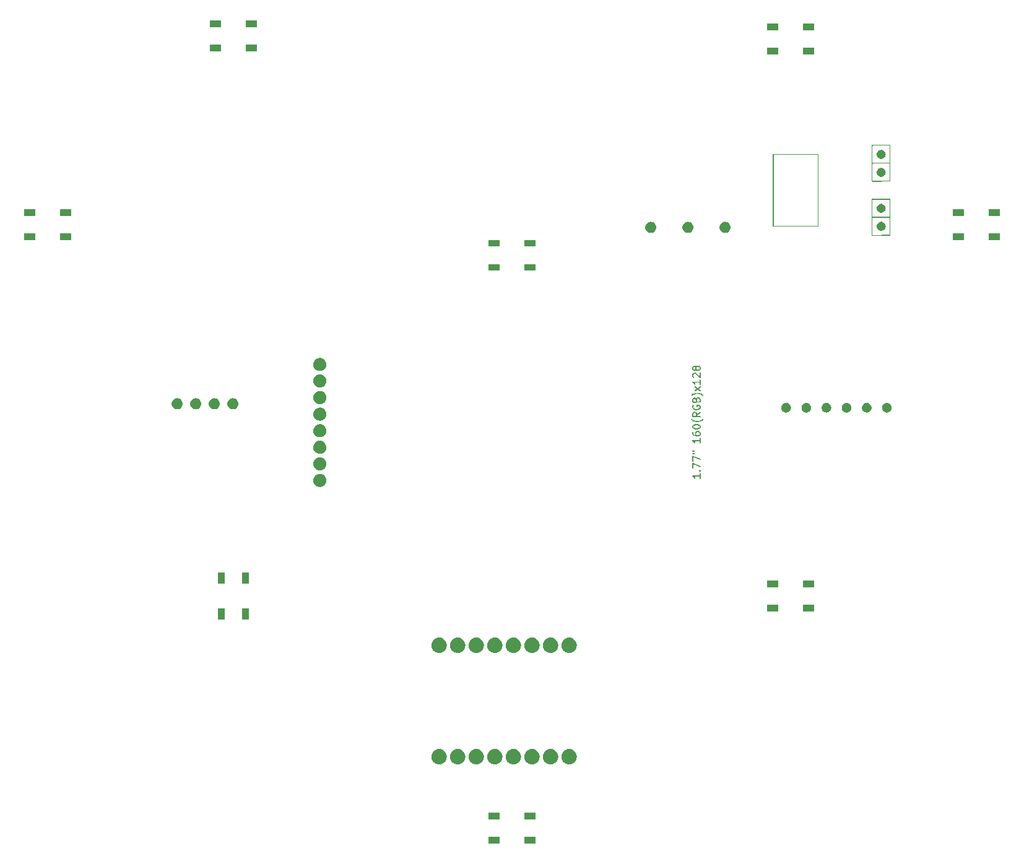
<source format=gbr>
%TF.GenerationSoftware,KiCad,Pcbnew,8.0.3*%
%TF.CreationDate,2024-07-21T14:24:04+02:00*%
%TF.ProjectId,eirini,65697269-6e69-42e6-9b69-6361645f7063,1.0*%
%TF.SameCoordinates,Original*%
%TF.FileFunction,Soldermask,Top*%
%TF.FilePolarity,Negative*%
%FSLAX46Y46*%
G04 Gerber Fmt 4.6, Leading zero omitted, Abs format (unit mm)*
G04 Created by KiCad (PCBNEW 8.0.3) date 2024-07-21 14:24:04*
%MOMM*%
%LPD*%
G01*
G04 APERTURE LIST*
G04 APERTURE END LIST*
G36*
X84750000Y-133800000D02*
G01*
X83250000Y-133800000D01*
X83250000Y-132900000D01*
X84750000Y-132900000D01*
X84750000Y-133800000D01*
G37*
G36*
X89650000Y-133800000D02*
G01*
X88150000Y-133800000D01*
X88150000Y-132900000D01*
X89650000Y-132900000D01*
X89650000Y-133800000D01*
G37*
G36*
X84750000Y-130500000D02*
G01*
X83250000Y-130500000D01*
X83250000Y-129600000D01*
X84750000Y-129600000D01*
X84750000Y-130500000D01*
G37*
G36*
X89650000Y-130500000D02*
G01*
X88150000Y-130500000D01*
X88150000Y-129600000D01*
X89650000Y-129600000D01*
X89650000Y-130500000D01*
G37*
G36*
X76507872Y-120870215D02*
G01*
X76557277Y-120870215D01*
X76612297Y-120880500D01*
X76665723Y-120885762D01*
X76706309Y-120898073D01*
X76748514Y-120905963D01*
X76806969Y-120928608D01*
X76863540Y-120945769D01*
X76895861Y-120963045D01*
X76929937Y-120976246D01*
X76989143Y-121012905D01*
X77045849Y-121043215D01*
X77069675Y-121062769D01*
X77095345Y-121078663D01*
X77152228Y-121130519D01*
X77205644Y-121174356D01*
X77221471Y-121193641D01*
X77239123Y-121209733D01*
X77290361Y-121277583D01*
X77336785Y-121334151D01*
X77345763Y-121350948D01*
X77356370Y-121364994D01*
X77398572Y-121449748D01*
X77434231Y-121516460D01*
X77438033Y-121528995D01*
X77443088Y-121539146D01*
X77472940Y-121644067D01*
X77494238Y-121714277D01*
X77494937Y-121721382D01*
X77496331Y-121726279D01*
X77510815Y-121882590D01*
X77514500Y-121920000D01*
X77510815Y-121957412D01*
X77496331Y-122113720D01*
X77494937Y-122118616D01*
X77494238Y-122125723D01*
X77472935Y-122195948D01*
X77443088Y-122300853D01*
X77438034Y-122311002D01*
X77434231Y-122323540D01*
X77398565Y-122390265D01*
X77356370Y-122475005D01*
X77345765Y-122489047D01*
X77336785Y-122505849D01*
X77290351Y-122562428D01*
X77239123Y-122630266D01*
X77221474Y-122646354D01*
X77205644Y-122665644D01*
X77152217Y-122709489D01*
X77095345Y-122761336D01*
X77069680Y-122777226D01*
X77045849Y-122796785D01*
X76989131Y-122827101D01*
X76929937Y-122863753D01*
X76895868Y-122876951D01*
X76863540Y-122894231D01*
X76806957Y-122911395D01*
X76748514Y-122934036D01*
X76706315Y-122941924D01*
X76665723Y-122954238D01*
X76612294Y-122959500D01*
X76557277Y-122969785D01*
X76507872Y-122969785D01*
X76460000Y-122974500D01*
X76412128Y-122969785D01*
X76362723Y-122969785D01*
X76307704Y-122959500D01*
X76254277Y-122954238D01*
X76213685Y-122941924D01*
X76171485Y-122934036D01*
X76113037Y-122911393D01*
X76056460Y-122894231D01*
X76024134Y-122876952D01*
X75990062Y-122863753D01*
X75930861Y-122827097D01*
X75874151Y-122796785D01*
X75850322Y-122777229D01*
X75824654Y-122761336D01*
X75767772Y-122709481D01*
X75714356Y-122665644D01*
X75698528Y-122646358D01*
X75680876Y-122630266D01*
X75629635Y-122562412D01*
X75583215Y-122505849D01*
X75574237Y-122489052D01*
X75563629Y-122475005D01*
X75521419Y-122390237D01*
X75485769Y-122323540D01*
X75481967Y-122311007D01*
X75476911Y-122300853D01*
X75447048Y-122195894D01*
X75425762Y-122125723D01*
X75425062Y-122118621D01*
X75423668Y-122113720D01*
X75409167Y-121957240D01*
X75405500Y-121920000D01*
X75409167Y-121882762D01*
X75423668Y-121726279D01*
X75425062Y-121721377D01*
X75425762Y-121714277D01*
X75447043Y-121644120D01*
X75476911Y-121539146D01*
X75481967Y-121528990D01*
X75485769Y-121516460D01*
X75521412Y-121449775D01*
X75563629Y-121364994D01*
X75574238Y-121350944D01*
X75583215Y-121334151D01*
X75629626Y-121277598D01*
X75680876Y-121209733D01*
X75698531Y-121193637D01*
X75714356Y-121174356D01*
X75767761Y-121130527D01*
X75824654Y-121078663D01*
X75850327Y-121062766D01*
X75874151Y-121043215D01*
X75930849Y-121012909D01*
X75990062Y-120976246D01*
X76024140Y-120963043D01*
X76056460Y-120945769D01*
X76113026Y-120928609D01*
X76171485Y-120905963D01*
X76213692Y-120898073D01*
X76254277Y-120885762D01*
X76307701Y-120880500D01*
X76362723Y-120870215D01*
X76412128Y-120870215D01*
X76460000Y-120865500D01*
X76507872Y-120870215D01*
G37*
G36*
X79047872Y-120870215D02*
G01*
X79097277Y-120870215D01*
X79152297Y-120880500D01*
X79205723Y-120885762D01*
X79246309Y-120898073D01*
X79288514Y-120905963D01*
X79346969Y-120928608D01*
X79403540Y-120945769D01*
X79435861Y-120963045D01*
X79469937Y-120976246D01*
X79529143Y-121012905D01*
X79585849Y-121043215D01*
X79609675Y-121062769D01*
X79635345Y-121078663D01*
X79692228Y-121130519D01*
X79745644Y-121174356D01*
X79761471Y-121193641D01*
X79779123Y-121209733D01*
X79830361Y-121277583D01*
X79876785Y-121334151D01*
X79885763Y-121350948D01*
X79896370Y-121364994D01*
X79938572Y-121449748D01*
X79974231Y-121516460D01*
X79978033Y-121528995D01*
X79983088Y-121539146D01*
X80012940Y-121644067D01*
X80034238Y-121714277D01*
X80034937Y-121721382D01*
X80036331Y-121726279D01*
X80050815Y-121882590D01*
X80054500Y-121920000D01*
X80050815Y-121957412D01*
X80036331Y-122113720D01*
X80034937Y-122118616D01*
X80034238Y-122125723D01*
X80012935Y-122195948D01*
X79983088Y-122300853D01*
X79978034Y-122311002D01*
X79974231Y-122323540D01*
X79938565Y-122390265D01*
X79896370Y-122475005D01*
X79885765Y-122489047D01*
X79876785Y-122505849D01*
X79830351Y-122562428D01*
X79779123Y-122630266D01*
X79761474Y-122646354D01*
X79745644Y-122665644D01*
X79692217Y-122709489D01*
X79635345Y-122761336D01*
X79609680Y-122777226D01*
X79585849Y-122796785D01*
X79529131Y-122827101D01*
X79469937Y-122863753D01*
X79435868Y-122876951D01*
X79403540Y-122894231D01*
X79346957Y-122911395D01*
X79288514Y-122934036D01*
X79246315Y-122941924D01*
X79205723Y-122954238D01*
X79152294Y-122959500D01*
X79097277Y-122969785D01*
X79047872Y-122969785D01*
X79000000Y-122974500D01*
X78952128Y-122969785D01*
X78902723Y-122969785D01*
X78847704Y-122959500D01*
X78794277Y-122954238D01*
X78753685Y-122941924D01*
X78711485Y-122934036D01*
X78653037Y-122911393D01*
X78596460Y-122894231D01*
X78564134Y-122876952D01*
X78530062Y-122863753D01*
X78470861Y-122827097D01*
X78414151Y-122796785D01*
X78390322Y-122777229D01*
X78364654Y-122761336D01*
X78307772Y-122709481D01*
X78254356Y-122665644D01*
X78238528Y-122646358D01*
X78220876Y-122630266D01*
X78169635Y-122562412D01*
X78123215Y-122505849D01*
X78114237Y-122489052D01*
X78103629Y-122475005D01*
X78061419Y-122390237D01*
X78025769Y-122323540D01*
X78021967Y-122311007D01*
X78016911Y-122300853D01*
X77987048Y-122195894D01*
X77965762Y-122125723D01*
X77965062Y-122118621D01*
X77963668Y-122113720D01*
X77949167Y-121957240D01*
X77945500Y-121920000D01*
X77949167Y-121882762D01*
X77963668Y-121726279D01*
X77965062Y-121721377D01*
X77965762Y-121714277D01*
X77987043Y-121644120D01*
X78016911Y-121539146D01*
X78021967Y-121528990D01*
X78025769Y-121516460D01*
X78061412Y-121449775D01*
X78103629Y-121364994D01*
X78114238Y-121350944D01*
X78123215Y-121334151D01*
X78169626Y-121277598D01*
X78220876Y-121209733D01*
X78238531Y-121193637D01*
X78254356Y-121174356D01*
X78307761Y-121130527D01*
X78364654Y-121078663D01*
X78390327Y-121062766D01*
X78414151Y-121043215D01*
X78470849Y-121012909D01*
X78530062Y-120976246D01*
X78564140Y-120963043D01*
X78596460Y-120945769D01*
X78653026Y-120928609D01*
X78711485Y-120905963D01*
X78753692Y-120898073D01*
X78794277Y-120885762D01*
X78847701Y-120880500D01*
X78902723Y-120870215D01*
X78952128Y-120870215D01*
X79000000Y-120865500D01*
X79047872Y-120870215D01*
G37*
G36*
X81587872Y-120870215D02*
G01*
X81637277Y-120870215D01*
X81692297Y-120880500D01*
X81745723Y-120885762D01*
X81786309Y-120898073D01*
X81828514Y-120905963D01*
X81886969Y-120928608D01*
X81943540Y-120945769D01*
X81975861Y-120963045D01*
X82009937Y-120976246D01*
X82069143Y-121012905D01*
X82125849Y-121043215D01*
X82149675Y-121062769D01*
X82175345Y-121078663D01*
X82232228Y-121130519D01*
X82285644Y-121174356D01*
X82301471Y-121193641D01*
X82319123Y-121209733D01*
X82370361Y-121277583D01*
X82416785Y-121334151D01*
X82425763Y-121350948D01*
X82436370Y-121364994D01*
X82478572Y-121449748D01*
X82514231Y-121516460D01*
X82518033Y-121528995D01*
X82523088Y-121539146D01*
X82552940Y-121644067D01*
X82574238Y-121714277D01*
X82574937Y-121721382D01*
X82576331Y-121726279D01*
X82590815Y-121882590D01*
X82594500Y-121920000D01*
X82590815Y-121957412D01*
X82576331Y-122113720D01*
X82574937Y-122118616D01*
X82574238Y-122125723D01*
X82552935Y-122195948D01*
X82523088Y-122300853D01*
X82518034Y-122311002D01*
X82514231Y-122323540D01*
X82478565Y-122390265D01*
X82436370Y-122475005D01*
X82425765Y-122489047D01*
X82416785Y-122505849D01*
X82370351Y-122562428D01*
X82319123Y-122630266D01*
X82301474Y-122646354D01*
X82285644Y-122665644D01*
X82232217Y-122709489D01*
X82175345Y-122761336D01*
X82149680Y-122777226D01*
X82125849Y-122796785D01*
X82069131Y-122827101D01*
X82009937Y-122863753D01*
X81975868Y-122876951D01*
X81943540Y-122894231D01*
X81886957Y-122911395D01*
X81828514Y-122934036D01*
X81786315Y-122941924D01*
X81745723Y-122954238D01*
X81692294Y-122959500D01*
X81637277Y-122969785D01*
X81587872Y-122969785D01*
X81540000Y-122974500D01*
X81492128Y-122969785D01*
X81442723Y-122969785D01*
X81387704Y-122959500D01*
X81334277Y-122954238D01*
X81293685Y-122941924D01*
X81251485Y-122934036D01*
X81193037Y-122911393D01*
X81136460Y-122894231D01*
X81104134Y-122876952D01*
X81070062Y-122863753D01*
X81010861Y-122827097D01*
X80954151Y-122796785D01*
X80930322Y-122777229D01*
X80904654Y-122761336D01*
X80847772Y-122709481D01*
X80794356Y-122665644D01*
X80778528Y-122646358D01*
X80760876Y-122630266D01*
X80709635Y-122562412D01*
X80663215Y-122505849D01*
X80654237Y-122489052D01*
X80643629Y-122475005D01*
X80601419Y-122390237D01*
X80565769Y-122323540D01*
X80561967Y-122311007D01*
X80556911Y-122300853D01*
X80527048Y-122195894D01*
X80505762Y-122125723D01*
X80505062Y-122118621D01*
X80503668Y-122113720D01*
X80489167Y-121957240D01*
X80485500Y-121920000D01*
X80489167Y-121882762D01*
X80503668Y-121726279D01*
X80505062Y-121721377D01*
X80505762Y-121714277D01*
X80527043Y-121644120D01*
X80556911Y-121539146D01*
X80561967Y-121528990D01*
X80565769Y-121516460D01*
X80601412Y-121449775D01*
X80643629Y-121364994D01*
X80654238Y-121350944D01*
X80663215Y-121334151D01*
X80709626Y-121277598D01*
X80760876Y-121209733D01*
X80778531Y-121193637D01*
X80794356Y-121174356D01*
X80847761Y-121130527D01*
X80904654Y-121078663D01*
X80930327Y-121062766D01*
X80954151Y-121043215D01*
X81010849Y-121012909D01*
X81070062Y-120976246D01*
X81104140Y-120963043D01*
X81136460Y-120945769D01*
X81193026Y-120928609D01*
X81251485Y-120905963D01*
X81293692Y-120898073D01*
X81334277Y-120885762D01*
X81387701Y-120880500D01*
X81442723Y-120870215D01*
X81492128Y-120870215D01*
X81540000Y-120865500D01*
X81587872Y-120870215D01*
G37*
G36*
X84127872Y-120870215D02*
G01*
X84177277Y-120870215D01*
X84232297Y-120880500D01*
X84285723Y-120885762D01*
X84326309Y-120898073D01*
X84368514Y-120905963D01*
X84426969Y-120928608D01*
X84483540Y-120945769D01*
X84515861Y-120963045D01*
X84549937Y-120976246D01*
X84609143Y-121012905D01*
X84665849Y-121043215D01*
X84689675Y-121062769D01*
X84715345Y-121078663D01*
X84772228Y-121130519D01*
X84825644Y-121174356D01*
X84841471Y-121193641D01*
X84859123Y-121209733D01*
X84910361Y-121277583D01*
X84956785Y-121334151D01*
X84965763Y-121350948D01*
X84976370Y-121364994D01*
X85018572Y-121449748D01*
X85054231Y-121516460D01*
X85058033Y-121528995D01*
X85063088Y-121539146D01*
X85092940Y-121644067D01*
X85114238Y-121714277D01*
X85114937Y-121721382D01*
X85116331Y-121726279D01*
X85130815Y-121882590D01*
X85134500Y-121920000D01*
X85130815Y-121957412D01*
X85116331Y-122113720D01*
X85114937Y-122118616D01*
X85114238Y-122125723D01*
X85092935Y-122195948D01*
X85063088Y-122300853D01*
X85058034Y-122311002D01*
X85054231Y-122323540D01*
X85018565Y-122390265D01*
X84976370Y-122475005D01*
X84965765Y-122489047D01*
X84956785Y-122505849D01*
X84910351Y-122562428D01*
X84859123Y-122630266D01*
X84841474Y-122646354D01*
X84825644Y-122665644D01*
X84772217Y-122709489D01*
X84715345Y-122761336D01*
X84689680Y-122777226D01*
X84665849Y-122796785D01*
X84609131Y-122827101D01*
X84549937Y-122863753D01*
X84515868Y-122876951D01*
X84483540Y-122894231D01*
X84426957Y-122911395D01*
X84368514Y-122934036D01*
X84326315Y-122941924D01*
X84285723Y-122954238D01*
X84232294Y-122959500D01*
X84177277Y-122969785D01*
X84127872Y-122969785D01*
X84080000Y-122974500D01*
X84032128Y-122969785D01*
X83982723Y-122969785D01*
X83927704Y-122959500D01*
X83874277Y-122954238D01*
X83833685Y-122941924D01*
X83791485Y-122934036D01*
X83733037Y-122911393D01*
X83676460Y-122894231D01*
X83644134Y-122876952D01*
X83610062Y-122863753D01*
X83550861Y-122827097D01*
X83494151Y-122796785D01*
X83470322Y-122777229D01*
X83444654Y-122761336D01*
X83387772Y-122709481D01*
X83334356Y-122665644D01*
X83318528Y-122646358D01*
X83300876Y-122630266D01*
X83249635Y-122562412D01*
X83203215Y-122505849D01*
X83194237Y-122489052D01*
X83183629Y-122475005D01*
X83141419Y-122390237D01*
X83105769Y-122323540D01*
X83101967Y-122311007D01*
X83096911Y-122300853D01*
X83067048Y-122195894D01*
X83045762Y-122125723D01*
X83045062Y-122118621D01*
X83043668Y-122113720D01*
X83029167Y-121957240D01*
X83025500Y-121920000D01*
X83029167Y-121882762D01*
X83043668Y-121726279D01*
X83045062Y-121721377D01*
X83045762Y-121714277D01*
X83067043Y-121644120D01*
X83096911Y-121539146D01*
X83101967Y-121528990D01*
X83105769Y-121516460D01*
X83141412Y-121449775D01*
X83183629Y-121364994D01*
X83194238Y-121350944D01*
X83203215Y-121334151D01*
X83249626Y-121277598D01*
X83300876Y-121209733D01*
X83318531Y-121193637D01*
X83334356Y-121174356D01*
X83387761Y-121130527D01*
X83444654Y-121078663D01*
X83470327Y-121062766D01*
X83494151Y-121043215D01*
X83550849Y-121012909D01*
X83610062Y-120976246D01*
X83644140Y-120963043D01*
X83676460Y-120945769D01*
X83733026Y-120928609D01*
X83791485Y-120905963D01*
X83833692Y-120898073D01*
X83874277Y-120885762D01*
X83927701Y-120880500D01*
X83982723Y-120870215D01*
X84032128Y-120870215D01*
X84080000Y-120865500D01*
X84127872Y-120870215D01*
G37*
G36*
X86667872Y-120870215D02*
G01*
X86717277Y-120870215D01*
X86772297Y-120880500D01*
X86825723Y-120885762D01*
X86866309Y-120898073D01*
X86908514Y-120905963D01*
X86966969Y-120928608D01*
X87023540Y-120945769D01*
X87055861Y-120963045D01*
X87089937Y-120976246D01*
X87149143Y-121012905D01*
X87205849Y-121043215D01*
X87229675Y-121062769D01*
X87255345Y-121078663D01*
X87312228Y-121130519D01*
X87365644Y-121174356D01*
X87381471Y-121193641D01*
X87399123Y-121209733D01*
X87450361Y-121277583D01*
X87496785Y-121334151D01*
X87505763Y-121350948D01*
X87516370Y-121364994D01*
X87558572Y-121449748D01*
X87594231Y-121516460D01*
X87598033Y-121528995D01*
X87603088Y-121539146D01*
X87632940Y-121644067D01*
X87654238Y-121714277D01*
X87654937Y-121721382D01*
X87656331Y-121726279D01*
X87670815Y-121882590D01*
X87674500Y-121920000D01*
X87670815Y-121957412D01*
X87656331Y-122113720D01*
X87654937Y-122118616D01*
X87654238Y-122125723D01*
X87632935Y-122195948D01*
X87603088Y-122300853D01*
X87598034Y-122311002D01*
X87594231Y-122323540D01*
X87558565Y-122390265D01*
X87516370Y-122475005D01*
X87505765Y-122489047D01*
X87496785Y-122505849D01*
X87450351Y-122562428D01*
X87399123Y-122630266D01*
X87381474Y-122646354D01*
X87365644Y-122665644D01*
X87312217Y-122709489D01*
X87255345Y-122761336D01*
X87229680Y-122777226D01*
X87205849Y-122796785D01*
X87149131Y-122827101D01*
X87089937Y-122863753D01*
X87055868Y-122876951D01*
X87023540Y-122894231D01*
X86966957Y-122911395D01*
X86908514Y-122934036D01*
X86866315Y-122941924D01*
X86825723Y-122954238D01*
X86772294Y-122959500D01*
X86717277Y-122969785D01*
X86667872Y-122969785D01*
X86620000Y-122974500D01*
X86572128Y-122969785D01*
X86522723Y-122969785D01*
X86467704Y-122959500D01*
X86414277Y-122954238D01*
X86373685Y-122941924D01*
X86331485Y-122934036D01*
X86273037Y-122911393D01*
X86216460Y-122894231D01*
X86184134Y-122876952D01*
X86150062Y-122863753D01*
X86090861Y-122827097D01*
X86034151Y-122796785D01*
X86010322Y-122777229D01*
X85984654Y-122761336D01*
X85927772Y-122709481D01*
X85874356Y-122665644D01*
X85858528Y-122646358D01*
X85840876Y-122630266D01*
X85789635Y-122562412D01*
X85743215Y-122505849D01*
X85734237Y-122489052D01*
X85723629Y-122475005D01*
X85681419Y-122390237D01*
X85645769Y-122323540D01*
X85641967Y-122311007D01*
X85636911Y-122300853D01*
X85607048Y-122195894D01*
X85585762Y-122125723D01*
X85585062Y-122118621D01*
X85583668Y-122113720D01*
X85569167Y-121957240D01*
X85565500Y-121920000D01*
X85569167Y-121882762D01*
X85583668Y-121726279D01*
X85585062Y-121721377D01*
X85585762Y-121714277D01*
X85607043Y-121644120D01*
X85636911Y-121539146D01*
X85641967Y-121528990D01*
X85645769Y-121516460D01*
X85681412Y-121449775D01*
X85723629Y-121364994D01*
X85734238Y-121350944D01*
X85743215Y-121334151D01*
X85789626Y-121277598D01*
X85840876Y-121209733D01*
X85858531Y-121193637D01*
X85874356Y-121174356D01*
X85927761Y-121130527D01*
X85984654Y-121078663D01*
X86010327Y-121062766D01*
X86034151Y-121043215D01*
X86090849Y-121012909D01*
X86150062Y-120976246D01*
X86184140Y-120963043D01*
X86216460Y-120945769D01*
X86273026Y-120928609D01*
X86331485Y-120905963D01*
X86373692Y-120898073D01*
X86414277Y-120885762D01*
X86467701Y-120880500D01*
X86522723Y-120870215D01*
X86572128Y-120870215D01*
X86620000Y-120865500D01*
X86667872Y-120870215D01*
G37*
G36*
X89207872Y-120870215D02*
G01*
X89257277Y-120870215D01*
X89312297Y-120880500D01*
X89365723Y-120885762D01*
X89406309Y-120898073D01*
X89448514Y-120905963D01*
X89506969Y-120928608D01*
X89563540Y-120945769D01*
X89595861Y-120963045D01*
X89629937Y-120976246D01*
X89689143Y-121012905D01*
X89745849Y-121043215D01*
X89769675Y-121062769D01*
X89795345Y-121078663D01*
X89852228Y-121130519D01*
X89905644Y-121174356D01*
X89921471Y-121193641D01*
X89939123Y-121209733D01*
X89990361Y-121277583D01*
X90036785Y-121334151D01*
X90045763Y-121350948D01*
X90056370Y-121364994D01*
X90098572Y-121449748D01*
X90134231Y-121516460D01*
X90138033Y-121528995D01*
X90143088Y-121539146D01*
X90172940Y-121644067D01*
X90194238Y-121714277D01*
X90194937Y-121721382D01*
X90196331Y-121726279D01*
X90210815Y-121882590D01*
X90214500Y-121920000D01*
X90210815Y-121957412D01*
X90196331Y-122113720D01*
X90194937Y-122118616D01*
X90194238Y-122125723D01*
X90172935Y-122195948D01*
X90143088Y-122300853D01*
X90138034Y-122311002D01*
X90134231Y-122323540D01*
X90098565Y-122390265D01*
X90056370Y-122475005D01*
X90045765Y-122489047D01*
X90036785Y-122505849D01*
X89990351Y-122562428D01*
X89939123Y-122630266D01*
X89921474Y-122646354D01*
X89905644Y-122665644D01*
X89852217Y-122709489D01*
X89795345Y-122761336D01*
X89769680Y-122777226D01*
X89745849Y-122796785D01*
X89689131Y-122827101D01*
X89629937Y-122863753D01*
X89595868Y-122876951D01*
X89563540Y-122894231D01*
X89506957Y-122911395D01*
X89448514Y-122934036D01*
X89406315Y-122941924D01*
X89365723Y-122954238D01*
X89312294Y-122959500D01*
X89257277Y-122969785D01*
X89207872Y-122969785D01*
X89160000Y-122974500D01*
X89112128Y-122969785D01*
X89062723Y-122969785D01*
X89007704Y-122959500D01*
X88954277Y-122954238D01*
X88913685Y-122941924D01*
X88871485Y-122934036D01*
X88813037Y-122911393D01*
X88756460Y-122894231D01*
X88724134Y-122876952D01*
X88690062Y-122863753D01*
X88630861Y-122827097D01*
X88574151Y-122796785D01*
X88550322Y-122777229D01*
X88524654Y-122761336D01*
X88467772Y-122709481D01*
X88414356Y-122665644D01*
X88398528Y-122646358D01*
X88380876Y-122630266D01*
X88329635Y-122562412D01*
X88283215Y-122505849D01*
X88274237Y-122489052D01*
X88263629Y-122475005D01*
X88221419Y-122390237D01*
X88185769Y-122323540D01*
X88181967Y-122311007D01*
X88176911Y-122300853D01*
X88147048Y-122195894D01*
X88125762Y-122125723D01*
X88125062Y-122118621D01*
X88123668Y-122113720D01*
X88109167Y-121957240D01*
X88105500Y-121920000D01*
X88109167Y-121882762D01*
X88123668Y-121726279D01*
X88125062Y-121721377D01*
X88125762Y-121714277D01*
X88147043Y-121644120D01*
X88176911Y-121539146D01*
X88181967Y-121528990D01*
X88185769Y-121516460D01*
X88221412Y-121449775D01*
X88263629Y-121364994D01*
X88274238Y-121350944D01*
X88283215Y-121334151D01*
X88329626Y-121277598D01*
X88380876Y-121209733D01*
X88398531Y-121193637D01*
X88414356Y-121174356D01*
X88467761Y-121130527D01*
X88524654Y-121078663D01*
X88550327Y-121062766D01*
X88574151Y-121043215D01*
X88630849Y-121012909D01*
X88690062Y-120976246D01*
X88724140Y-120963043D01*
X88756460Y-120945769D01*
X88813026Y-120928609D01*
X88871485Y-120905963D01*
X88913692Y-120898073D01*
X88954277Y-120885762D01*
X89007701Y-120880500D01*
X89062723Y-120870215D01*
X89112128Y-120870215D01*
X89160000Y-120865500D01*
X89207872Y-120870215D01*
G37*
G36*
X91747872Y-120870215D02*
G01*
X91797277Y-120870215D01*
X91852297Y-120880500D01*
X91905723Y-120885762D01*
X91946309Y-120898073D01*
X91988514Y-120905963D01*
X92046969Y-120928608D01*
X92103540Y-120945769D01*
X92135861Y-120963045D01*
X92169937Y-120976246D01*
X92229143Y-121012905D01*
X92285849Y-121043215D01*
X92309675Y-121062769D01*
X92335345Y-121078663D01*
X92392228Y-121130519D01*
X92445644Y-121174356D01*
X92461471Y-121193641D01*
X92479123Y-121209733D01*
X92530361Y-121277583D01*
X92576785Y-121334151D01*
X92585763Y-121350948D01*
X92596370Y-121364994D01*
X92638572Y-121449748D01*
X92674231Y-121516460D01*
X92678033Y-121528995D01*
X92683088Y-121539146D01*
X92712940Y-121644067D01*
X92734238Y-121714277D01*
X92734937Y-121721382D01*
X92736331Y-121726279D01*
X92750815Y-121882590D01*
X92754500Y-121920000D01*
X92750815Y-121957412D01*
X92736331Y-122113720D01*
X92734937Y-122118616D01*
X92734238Y-122125723D01*
X92712935Y-122195948D01*
X92683088Y-122300853D01*
X92678034Y-122311002D01*
X92674231Y-122323540D01*
X92638565Y-122390265D01*
X92596370Y-122475005D01*
X92585765Y-122489047D01*
X92576785Y-122505849D01*
X92530351Y-122562428D01*
X92479123Y-122630266D01*
X92461474Y-122646354D01*
X92445644Y-122665644D01*
X92392217Y-122709489D01*
X92335345Y-122761336D01*
X92309680Y-122777226D01*
X92285849Y-122796785D01*
X92229131Y-122827101D01*
X92169937Y-122863753D01*
X92135868Y-122876951D01*
X92103540Y-122894231D01*
X92046957Y-122911395D01*
X91988514Y-122934036D01*
X91946315Y-122941924D01*
X91905723Y-122954238D01*
X91852294Y-122959500D01*
X91797277Y-122969785D01*
X91747872Y-122969785D01*
X91700000Y-122974500D01*
X91652128Y-122969785D01*
X91602723Y-122969785D01*
X91547704Y-122959500D01*
X91494277Y-122954238D01*
X91453685Y-122941924D01*
X91411485Y-122934036D01*
X91353037Y-122911393D01*
X91296460Y-122894231D01*
X91264134Y-122876952D01*
X91230062Y-122863753D01*
X91170861Y-122827097D01*
X91114151Y-122796785D01*
X91090322Y-122777229D01*
X91064654Y-122761336D01*
X91007772Y-122709481D01*
X90954356Y-122665644D01*
X90938528Y-122646358D01*
X90920876Y-122630266D01*
X90869635Y-122562412D01*
X90823215Y-122505849D01*
X90814237Y-122489052D01*
X90803629Y-122475005D01*
X90761419Y-122390237D01*
X90725769Y-122323540D01*
X90721967Y-122311007D01*
X90716911Y-122300853D01*
X90687048Y-122195894D01*
X90665762Y-122125723D01*
X90665062Y-122118621D01*
X90663668Y-122113720D01*
X90649167Y-121957240D01*
X90645500Y-121920000D01*
X90649167Y-121882762D01*
X90663668Y-121726279D01*
X90665062Y-121721377D01*
X90665762Y-121714277D01*
X90687043Y-121644120D01*
X90716911Y-121539146D01*
X90721967Y-121528990D01*
X90725769Y-121516460D01*
X90761412Y-121449775D01*
X90803629Y-121364994D01*
X90814238Y-121350944D01*
X90823215Y-121334151D01*
X90869626Y-121277598D01*
X90920876Y-121209733D01*
X90938531Y-121193637D01*
X90954356Y-121174356D01*
X91007761Y-121130527D01*
X91064654Y-121078663D01*
X91090327Y-121062766D01*
X91114151Y-121043215D01*
X91170849Y-121012909D01*
X91230062Y-120976246D01*
X91264140Y-120963043D01*
X91296460Y-120945769D01*
X91353026Y-120928609D01*
X91411485Y-120905963D01*
X91453692Y-120898073D01*
X91494277Y-120885762D01*
X91547701Y-120880500D01*
X91602723Y-120870215D01*
X91652128Y-120870215D01*
X91700000Y-120865500D01*
X91747872Y-120870215D01*
G37*
G36*
X94287872Y-120870215D02*
G01*
X94337277Y-120870215D01*
X94392297Y-120880500D01*
X94445723Y-120885762D01*
X94486309Y-120898073D01*
X94528514Y-120905963D01*
X94586969Y-120928608D01*
X94643540Y-120945769D01*
X94675861Y-120963045D01*
X94709937Y-120976246D01*
X94769143Y-121012905D01*
X94825849Y-121043215D01*
X94849675Y-121062769D01*
X94875345Y-121078663D01*
X94932228Y-121130519D01*
X94985644Y-121174356D01*
X95001471Y-121193641D01*
X95019123Y-121209733D01*
X95070361Y-121277583D01*
X95116785Y-121334151D01*
X95125763Y-121350948D01*
X95136370Y-121364994D01*
X95178572Y-121449748D01*
X95214231Y-121516460D01*
X95218033Y-121528995D01*
X95223088Y-121539146D01*
X95252940Y-121644067D01*
X95274238Y-121714277D01*
X95274937Y-121721382D01*
X95276331Y-121726279D01*
X95290815Y-121882590D01*
X95294500Y-121920000D01*
X95290815Y-121957412D01*
X95276331Y-122113720D01*
X95274937Y-122118616D01*
X95274238Y-122125723D01*
X95252935Y-122195948D01*
X95223088Y-122300853D01*
X95218034Y-122311002D01*
X95214231Y-122323540D01*
X95178565Y-122390265D01*
X95136370Y-122475005D01*
X95125765Y-122489047D01*
X95116785Y-122505849D01*
X95070351Y-122562428D01*
X95019123Y-122630266D01*
X95001474Y-122646354D01*
X94985644Y-122665644D01*
X94932217Y-122709489D01*
X94875345Y-122761336D01*
X94849680Y-122777226D01*
X94825849Y-122796785D01*
X94769131Y-122827101D01*
X94709937Y-122863753D01*
X94675868Y-122876951D01*
X94643540Y-122894231D01*
X94586957Y-122911395D01*
X94528514Y-122934036D01*
X94486315Y-122941924D01*
X94445723Y-122954238D01*
X94392294Y-122959500D01*
X94337277Y-122969785D01*
X94287872Y-122969785D01*
X94240000Y-122974500D01*
X94192128Y-122969785D01*
X94142723Y-122969785D01*
X94087704Y-122959500D01*
X94034277Y-122954238D01*
X93993685Y-122941924D01*
X93951485Y-122934036D01*
X93893037Y-122911393D01*
X93836460Y-122894231D01*
X93804134Y-122876952D01*
X93770062Y-122863753D01*
X93710861Y-122827097D01*
X93654151Y-122796785D01*
X93630322Y-122777229D01*
X93604654Y-122761336D01*
X93547772Y-122709481D01*
X93494356Y-122665644D01*
X93478528Y-122646358D01*
X93460876Y-122630266D01*
X93409635Y-122562412D01*
X93363215Y-122505849D01*
X93354237Y-122489052D01*
X93343629Y-122475005D01*
X93301419Y-122390237D01*
X93265769Y-122323540D01*
X93261967Y-122311007D01*
X93256911Y-122300853D01*
X93227048Y-122195894D01*
X93205762Y-122125723D01*
X93205062Y-122118621D01*
X93203668Y-122113720D01*
X93189167Y-121957240D01*
X93185500Y-121920000D01*
X93189167Y-121882762D01*
X93203668Y-121726279D01*
X93205062Y-121721377D01*
X93205762Y-121714277D01*
X93227043Y-121644120D01*
X93256911Y-121539146D01*
X93261967Y-121528990D01*
X93265769Y-121516460D01*
X93301412Y-121449775D01*
X93343629Y-121364994D01*
X93354238Y-121350944D01*
X93363215Y-121334151D01*
X93409626Y-121277598D01*
X93460876Y-121209733D01*
X93478531Y-121193637D01*
X93494356Y-121174356D01*
X93547761Y-121130527D01*
X93604654Y-121078663D01*
X93630327Y-121062766D01*
X93654151Y-121043215D01*
X93710849Y-121012909D01*
X93770062Y-120976246D01*
X93804140Y-120963043D01*
X93836460Y-120945769D01*
X93893026Y-120928609D01*
X93951485Y-120905963D01*
X93993692Y-120898073D01*
X94034277Y-120885762D01*
X94087701Y-120880500D01*
X94142723Y-120870215D01*
X94192128Y-120870215D01*
X94240000Y-120865500D01*
X94287872Y-120870215D01*
G37*
G36*
X76507872Y-105630215D02*
G01*
X76557277Y-105630215D01*
X76612297Y-105640500D01*
X76665723Y-105645762D01*
X76706309Y-105658073D01*
X76748514Y-105665963D01*
X76806969Y-105688608D01*
X76863540Y-105705769D01*
X76895861Y-105723045D01*
X76929937Y-105736246D01*
X76989143Y-105772905D01*
X77045849Y-105803215D01*
X77069675Y-105822769D01*
X77095345Y-105838663D01*
X77152228Y-105890519D01*
X77205644Y-105934356D01*
X77221471Y-105953641D01*
X77239123Y-105969733D01*
X77290361Y-106037583D01*
X77336785Y-106094151D01*
X77345763Y-106110948D01*
X77356370Y-106124994D01*
X77398572Y-106209748D01*
X77434231Y-106276460D01*
X77438033Y-106288995D01*
X77443088Y-106299146D01*
X77472940Y-106404067D01*
X77494238Y-106474277D01*
X77494937Y-106481382D01*
X77496331Y-106486279D01*
X77510815Y-106642590D01*
X77514500Y-106680000D01*
X77510815Y-106717412D01*
X77496331Y-106873720D01*
X77494937Y-106878616D01*
X77494238Y-106885723D01*
X77472935Y-106955948D01*
X77443088Y-107060853D01*
X77438034Y-107071002D01*
X77434231Y-107083540D01*
X77398565Y-107150265D01*
X77356370Y-107235005D01*
X77345765Y-107249047D01*
X77336785Y-107265849D01*
X77290351Y-107322428D01*
X77239123Y-107390266D01*
X77221474Y-107406354D01*
X77205644Y-107425644D01*
X77152217Y-107469489D01*
X77095345Y-107521336D01*
X77069680Y-107537226D01*
X77045849Y-107556785D01*
X76989131Y-107587101D01*
X76929937Y-107623753D01*
X76895868Y-107636951D01*
X76863540Y-107654231D01*
X76806957Y-107671395D01*
X76748514Y-107694036D01*
X76706315Y-107701924D01*
X76665723Y-107714238D01*
X76612294Y-107719500D01*
X76557277Y-107729785D01*
X76507872Y-107729785D01*
X76460000Y-107734500D01*
X76412128Y-107729785D01*
X76362723Y-107729785D01*
X76307704Y-107719500D01*
X76254277Y-107714238D01*
X76213685Y-107701924D01*
X76171485Y-107694036D01*
X76113037Y-107671393D01*
X76056460Y-107654231D01*
X76024134Y-107636952D01*
X75990062Y-107623753D01*
X75930861Y-107587097D01*
X75874151Y-107556785D01*
X75850322Y-107537229D01*
X75824654Y-107521336D01*
X75767772Y-107469481D01*
X75714356Y-107425644D01*
X75698528Y-107406358D01*
X75680876Y-107390266D01*
X75629635Y-107322412D01*
X75583215Y-107265849D01*
X75574237Y-107249052D01*
X75563629Y-107235005D01*
X75521419Y-107150237D01*
X75485769Y-107083540D01*
X75481967Y-107071007D01*
X75476911Y-107060853D01*
X75447048Y-106955894D01*
X75425762Y-106885723D01*
X75425062Y-106878621D01*
X75423668Y-106873720D01*
X75409167Y-106717240D01*
X75405500Y-106680000D01*
X75409167Y-106642762D01*
X75423668Y-106486279D01*
X75425062Y-106481377D01*
X75425762Y-106474277D01*
X75447043Y-106404120D01*
X75476911Y-106299146D01*
X75481967Y-106288990D01*
X75485769Y-106276460D01*
X75521412Y-106209775D01*
X75563629Y-106124994D01*
X75574238Y-106110944D01*
X75583215Y-106094151D01*
X75629626Y-106037598D01*
X75680876Y-105969733D01*
X75698531Y-105953637D01*
X75714356Y-105934356D01*
X75767761Y-105890527D01*
X75824654Y-105838663D01*
X75850327Y-105822766D01*
X75874151Y-105803215D01*
X75930849Y-105772909D01*
X75990062Y-105736246D01*
X76024140Y-105723043D01*
X76056460Y-105705769D01*
X76113026Y-105688609D01*
X76171485Y-105665963D01*
X76213692Y-105658073D01*
X76254277Y-105645762D01*
X76307701Y-105640500D01*
X76362723Y-105630215D01*
X76412128Y-105630215D01*
X76460000Y-105625500D01*
X76507872Y-105630215D01*
G37*
G36*
X79047872Y-105630215D02*
G01*
X79097277Y-105630215D01*
X79152297Y-105640500D01*
X79205723Y-105645762D01*
X79246309Y-105658073D01*
X79288514Y-105665963D01*
X79346969Y-105688608D01*
X79403540Y-105705769D01*
X79435861Y-105723045D01*
X79469937Y-105736246D01*
X79529143Y-105772905D01*
X79585849Y-105803215D01*
X79609675Y-105822769D01*
X79635345Y-105838663D01*
X79692228Y-105890519D01*
X79745644Y-105934356D01*
X79761471Y-105953641D01*
X79779123Y-105969733D01*
X79830361Y-106037583D01*
X79876785Y-106094151D01*
X79885763Y-106110948D01*
X79896370Y-106124994D01*
X79938572Y-106209748D01*
X79974231Y-106276460D01*
X79978033Y-106288995D01*
X79983088Y-106299146D01*
X80012940Y-106404067D01*
X80034238Y-106474277D01*
X80034937Y-106481382D01*
X80036331Y-106486279D01*
X80050815Y-106642590D01*
X80054500Y-106680000D01*
X80050815Y-106717412D01*
X80036331Y-106873720D01*
X80034937Y-106878616D01*
X80034238Y-106885723D01*
X80012935Y-106955948D01*
X79983088Y-107060853D01*
X79978034Y-107071002D01*
X79974231Y-107083540D01*
X79938565Y-107150265D01*
X79896370Y-107235005D01*
X79885765Y-107249047D01*
X79876785Y-107265849D01*
X79830351Y-107322428D01*
X79779123Y-107390266D01*
X79761474Y-107406354D01*
X79745644Y-107425644D01*
X79692217Y-107469489D01*
X79635345Y-107521336D01*
X79609680Y-107537226D01*
X79585849Y-107556785D01*
X79529131Y-107587101D01*
X79469937Y-107623753D01*
X79435868Y-107636951D01*
X79403540Y-107654231D01*
X79346957Y-107671395D01*
X79288514Y-107694036D01*
X79246315Y-107701924D01*
X79205723Y-107714238D01*
X79152294Y-107719500D01*
X79097277Y-107729785D01*
X79047872Y-107729785D01*
X79000000Y-107734500D01*
X78952128Y-107729785D01*
X78902723Y-107729785D01*
X78847704Y-107719500D01*
X78794277Y-107714238D01*
X78753685Y-107701924D01*
X78711485Y-107694036D01*
X78653037Y-107671393D01*
X78596460Y-107654231D01*
X78564134Y-107636952D01*
X78530062Y-107623753D01*
X78470861Y-107587097D01*
X78414151Y-107556785D01*
X78390322Y-107537229D01*
X78364654Y-107521336D01*
X78307772Y-107469481D01*
X78254356Y-107425644D01*
X78238528Y-107406358D01*
X78220876Y-107390266D01*
X78169635Y-107322412D01*
X78123215Y-107265849D01*
X78114237Y-107249052D01*
X78103629Y-107235005D01*
X78061419Y-107150237D01*
X78025769Y-107083540D01*
X78021967Y-107071007D01*
X78016911Y-107060853D01*
X77987048Y-106955894D01*
X77965762Y-106885723D01*
X77965062Y-106878621D01*
X77963668Y-106873720D01*
X77949167Y-106717240D01*
X77945500Y-106680000D01*
X77949167Y-106642762D01*
X77963668Y-106486279D01*
X77965062Y-106481377D01*
X77965762Y-106474277D01*
X77987043Y-106404120D01*
X78016911Y-106299146D01*
X78021967Y-106288990D01*
X78025769Y-106276460D01*
X78061412Y-106209775D01*
X78103629Y-106124994D01*
X78114238Y-106110944D01*
X78123215Y-106094151D01*
X78169626Y-106037598D01*
X78220876Y-105969733D01*
X78238531Y-105953637D01*
X78254356Y-105934356D01*
X78307761Y-105890527D01*
X78364654Y-105838663D01*
X78390327Y-105822766D01*
X78414151Y-105803215D01*
X78470849Y-105772909D01*
X78530062Y-105736246D01*
X78564140Y-105723043D01*
X78596460Y-105705769D01*
X78653026Y-105688609D01*
X78711485Y-105665963D01*
X78753692Y-105658073D01*
X78794277Y-105645762D01*
X78847701Y-105640500D01*
X78902723Y-105630215D01*
X78952128Y-105630215D01*
X79000000Y-105625500D01*
X79047872Y-105630215D01*
G37*
G36*
X81587872Y-105630215D02*
G01*
X81637277Y-105630215D01*
X81692297Y-105640500D01*
X81745723Y-105645762D01*
X81786309Y-105658073D01*
X81828514Y-105665963D01*
X81886969Y-105688608D01*
X81943540Y-105705769D01*
X81975861Y-105723045D01*
X82009937Y-105736246D01*
X82069143Y-105772905D01*
X82125849Y-105803215D01*
X82149675Y-105822769D01*
X82175345Y-105838663D01*
X82232228Y-105890519D01*
X82285644Y-105934356D01*
X82301471Y-105953641D01*
X82319123Y-105969733D01*
X82370361Y-106037583D01*
X82416785Y-106094151D01*
X82425763Y-106110948D01*
X82436370Y-106124994D01*
X82478572Y-106209748D01*
X82514231Y-106276460D01*
X82518033Y-106288995D01*
X82523088Y-106299146D01*
X82552940Y-106404067D01*
X82574238Y-106474277D01*
X82574937Y-106481382D01*
X82576331Y-106486279D01*
X82590815Y-106642590D01*
X82594500Y-106680000D01*
X82590815Y-106717412D01*
X82576331Y-106873720D01*
X82574937Y-106878616D01*
X82574238Y-106885723D01*
X82552935Y-106955948D01*
X82523088Y-107060853D01*
X82518034Y-107071002D01*
X82514231Y-107083540D01*
X82478565Y-107150265D01*
X82436370Y-107235005D01*
X82425765Y-107249047D01*
X82416785Y-107265849D01*
X82370351Y-107322428D01*
X82319123Y-107390266D01*
X82301474Y-107406354D01*
X82285644Y-107425644D01*
X82232217Y-107469489D01*
X82175345Y-107521336D01*
X82149680Y-107537226D01*
X82125849Y-107556785D01*
X82069131Y-107587101D01*
X82009937Y-107623753D01*
X81975868Y-107636951D01*
X81943540Y-107654231D01*
X81886957Y-107671395D01*
X81828514Y-107694036D01*
X81786315Y-107701924D01*
X81745723Y-107714238D01*
X81692294Y-107719500D01*
X81637277Y-107729785D01*
X81587872Y-107729785D01*
X81540000Y-107734500D01*
X81492128Y-107729785D01*
X81442723Y-107729785D01*
X81387704Y-107719500D01*
X81334277Y-107714238D01*
X81293685Y-107701924D01*
X81251485Y-107694036D01*
X81193037Y-107671393D01*
X81136460Y-107654231D01*
X81104134Y-107636952D01*
X81070062Y-107623753D01*
X81010861Y-107587097D01*
X80954151Y-107556785D01*
X80930322Y-107537229D01*
X80904654Y-107521336D01*
X80847772Y-107469481D01*
X80794356Y-107425644D01*
X80778528Y-107406358D01*
X80760876Y-107390266D01*
X80709635Y-107322412D01*
X80663215Y-107265849D01*
X80654237Y-107249052D01*
X80643629Y-107235005D01*
X80601419Y-107150237D01*
X80565769Y-107083540D01*
X80561967Y-107071007D01*
X80556911Y-107060853D01*
X80527048Y-106955894D01*
X80505762Y-106885723D01*
X80505062Y-106878621D01*
X80503668Y-106873720D01*
X80489167Y-106717240D01*
X80485500Y-106680000D01*
X80489167Y-106642762D01*
X80503668Y-106486279D01*
X80505062Y-106481377D01*
X80505762Y-106474277D01*
X80527043Y-106404120D01*
X80556911Y-106299146D01*
X80561967Y-106288990D01*
X80565769Y-106276460D01*
X80601412Y-106209775D01*
X80643629Y-106124994D01*
X80654238Y-106110944D01*
X80663215Y-106094151D01*
X80709626Y-106037598D01*
X80760876Y-105969733D01*
X80778531Y-105953637D01*
X80794356Y-105934356D01*
X80847761Y-105890527D01*
X80904654Y-105838663D01*
X80930327Y-105822766D01*
X80954151Y-105803215D01*
X81010849Y-105772909D01*
X81070062Y-105736246D01*
X81104140Y-105723043D01*
X81136460Y-105705769D01*
X81193026Y-105688609D01*
X81251485Y-105665963D01*
X81293692Y-105658073D01*
X81334277Y-105645762D01*
X81387701Y-105640500D01*
X81442723Y-105630215D01*
X81492128Y-105630215D01*
X81540000Y-105625500D01*
X81587872Y-105630215D01*
G37*
G36*
X84127872Y-105630215D02*
G01*
X84177277Y-105630215D01*
X84232297Y-105640500D01*
X84285723Y-105645762D01*
X84326309Y-105658073D01*
X84368514Y-105665963D01*
X84426969Y-105688608D01*
X84483540Y-105705769D01*
X84515861Y-105723045D01*
X84549937Y-105736246D01*
X84609143Y-105772905D01*
X84665849Y-105803215D01*
X84689675Y-105822769D01*
X84715345Y-105838663D01*
X84772228Y-105890519D01*
X84825644Y-105934356D01*
X84841471Y-105953641D01*
X84859123Y-105969733D01*
X84910361Y-106037583D01*
X84956785Y-106094151D01*
X84965763Y-106110948D01*
X84976370Y-106124994D01*
X85018572Y-106209748D01*
X85054231Y-106276460D01*
X85058033Y-106288995D01*
X85063088Y-106299146D01*
X85092940Y-106404067D01*
X85114238Y-106474277D01*
X85114937Y-106481382D01*
X85116331Y-106486279D01*
X85130815Y-106642590D01*
X85134500Y-106680000D01*
X85130815Y-106717412D01*
X85116331Y-106873720D01*
X85114937Y-106878616D01*
X85114238Y-106885723D01*
X85092935Y-106955948D01*
X85063088Y-107060853D01*
X85058034Y-107071002D01*
X85054231Y-107083540D01*
X85018565Y-107150265D01*
X84976370Y-107235005D01*
X84965765Y-107249047D01*
X84956785Y-107265849D01*
X84910351Y-107322428D01*
X84859123Y-107390266D01*
X84841474Y-107406354D01*
X84825644Y-107425644D01*
X84772217Y-107469489D01*
X84715345Y-107521336D01*
X84689680Y-107537226D01*
X84665849Y-107556785D01*
X84609131Y-107587101D01*
X84549937Y-107623753D01*
X84515868Y-107636951D01*
X84483540Y-107654231D01*
X84426957Y-107671395D01*
X84368514Y-107694036D01*
X84326315Y-107701924D01*
X84285723Y-107714238D01*
X84232294Y-107719500D01*
X84177277Y-107729785D01*
X84127872Y-107729785D01*
X84080000Y-107734500D01*
X84032128Y-107729785D01*
X83982723Y-107729785D01*
X83927704Y-107719500D01*
X83874277Y-107714238D01*
X83833685Y-107701924D01*
X83791485Y-107694036D01*
X83733037Y-107671393D01*
X83676460Y-107654231D01*
X83644134Y-107636952D01*
X83610062Y-107623753D01*
X83550861Y-107587097D01*
X83494151Y-107556785D01*
X83470322Y-107537229D01*
X83444654Y-107521336D01*
X83387772Y-107469481D01*
X83334356Y-107425644D01*
X83318528Y-107406358D01*
X83300876Y-107390266D01*
X83249635Y-107322412D01*
X83203215Y-107265849D01*
X83194237Y-107249052D01*
X83183629Y-107235005D01*
X83141419Y-107150237D01*
X83105769Y-107083540D01*
X83101967Y-107071007D01*
X83096911Y-107060853D01*
X83067048Y-106955894D01*
X83045762Y-106885723D01*
X83045062Y-106878621D01*
X83043668Y-106873720D01*
X83029167Y-106717240D01*
X83025500Y-106680000D01*
X83029167Y-106642762D01*
X83043668Y-106486279D01*
X83045062Y-106481377D01*
X83045762Y-106474277D01*
X83067043Y-106404120D01*
X83096911Y-106299146D01*
X83101967Y-106288990D01*
X83105769Y-106276460D01*
X83141412Y-106209775D01*
X83183629Y-106124994D01*
X83194238Y-106110944D01*
X83203215Y-106094151D01*
X83249626Y-106037598D01*
X83300876Y-105969733D01*
X83318531Y-105953637D01*
X83334356Y-105934356D01*
X83387761Y-105890527D01*
X83444654Y-105838663D01*
X83470327Y-105822766D01*
X83494151Y-105803215D01*
X83550849Y-105772909D01*
X83610062Y-105736246D01*
X83644140Y-105723043D01*
X83676460Y-105705769D01*
X83733026Y-105688609D01*
X83791485Y-105665963D01*
X83833692Y-105658073D01*
X83874277Y-105645762D01*
X83927701Y-105640500D01*
X83982723Y-105630215D01*
X84032128Y-105630215D01*
X84080000Y-105625500D01*
X84127872Y-105630215D01*
G37*
G36*
X86667872Y-105630215D02*
G01*
X86717277Y-105630215D01*
X86772297Y-105640500D01*
X86825723Y-105645762D01*
X86866309Y-105658073D01*
X86908514Y-105665963D01*
X86966969Y-105688608D01*
X87023540Y-105705769D01*
X87055861Y-105723045D01*
X87089937Y-105736246D01*
X87149143Y-105772905D01*
X87205849Y-105803215D01*
X87229675Y-105822769D01*
X87255345Y-105838663D01*
X87312228Y-105890519D01*
X87365644Y-105934356D01*
X87381471Y-105953641D01*
X87399123Y-105969733D01*
X87450361Y-106037583D01*
X87496785Y-106094151D01*
X87505763Y-106110948D01*
X87516370Y-106124994D01*
X87558572Y-106209748D01*
X87594231Y-106276460D01*
X87598033Y-106288995D01*
X87603088Y-106299146D01*
X87632940Y-106404067D01*
X87654238Y-106474277D01*
X87654937Y-106481382D01*
X87656331Y-106486279D01*
X87670815Y-106642590D01*
X87674500Y-106680000D01*
X87670815Y-106717412D01*
X87656331Y-106873720D01*
X87654937Y-106878616D01*
X87654238Y-106885723D01*
X87632935Y-106955948D01*
X87603088Y-107060853D01*
X87598034Y-107071002D01*
X87594231Y-107083540D01*
X87558565Y-107150265D01*
X87516370Y-107235005D01*
X87505765Y-107249047D01*
X87496785Y-107265849D01*
X87450351Y-107322428D01*
X87399123Y-107390266D01*
X87381474Y-107406354D01*
X87365644Y-107425644D01*
X87312217Y-107469489D01*
X87255345Y-107521336D01*
X87229680Y-107537226D01*
X87205849Y-107556785D01*
X87149131Y-107587101D01*
X87089937Y-107623753D01*
X87055868Y-107636951D01*
X87023540Y-107654231D01*
X86966957Y-107671395D01*
X86908514Y-107694036D01*
X86866315Y-107701924D01*
X86825723Y-107714238D01*
X86772294Y-107719500D01*
X86717277Y-107729785D01*
X86667872Y-107729785D01*
X86620000Y-107734500D01*
X86572128Y-107729785D01*
X86522723Y-107729785D01*
X86467704Y-107719500D01*
X86414277Y-107714238D01*
X86373685Y-107701924D01*
X86331485Y-107694036D01*
X86273037Y-107671393D01*
X86216460Y-107654231D01*
X86184134Y-107636952D01*
X86150062Y-107623753D01*
X86090861Y-107587097D01*
X86034151Y-107556785D01*
X86010322Y-107537229D01*
X85984654Y-107521336D01*
X85927772Y-107469481D01*
X85874356Y-107425644D01*
X85858528Y-107406358D01*
X85840876Y-107390266D01*
X85789635Y-107322412D01*
X85743215Y-107265849D01*
X85734237Y-107249052D01*
X85723629Y-107235005D01*
X85681419Y-107150237D01*
X85645769Y-107083540D01*
X85641967Y-107071007D01*
X85636911Y-107060853D01*
X85607048Y-106955894D01*
X85585762Y-106885723D01*
X85585062Y-106878621D01*
X85583668Y-106873720D01*
X85569167Y-106717240D01*
X85565500Y-106680000D01*
X85569167Y-106642762D01*
X85583668Y-106486279D01*
X85585062Y-106481377D01*
X85585762Y-106474277D01*
X85607043Y-106404120D01*
X85636911Y-106299146D01*
X85641967Y-106288990D01*
X85645769Y-106276460D01*
X85681412Y-106209775D01*
X85723629Y-106124994D01*
X85734238Y-106110944D01*
X85743215Y-106094151D01*
X85789626Y-106037598D01*
X85840876Y-105969733D01*
X85858531Y-105953637D01*
X85874356Y-105934356D01*
X85927761Y-105890527D01*
X85984654Y-105838663D01*
X86010327Y-105822766D01*
X86034151Y-105803215D01*
X86090849Y-105772909D01*
X86150062Y-105736246D01*
X86184140Y-105723043D01*
X86216460Y-105705769D01*
X86273026Y-105688609D01*
X86331485Y-105665963D01*
X86373692Y-105658073D01*
X86414277Y-105645762D01*
X86467701Y-105640500D01*
X86522723Y-105630215D01*
X86572128Y-105630215D01*
X86620000Y-105625500D01*
X86667872Y-105630215D01*
G37*
G36*
X89207872Y-105630215D02*
G01*
X89257277Y-105630215D01*
X89312297Y-105640500D01*
X89365723Y-105645762D01*
X89406309Y-105658073D01*
X89448514Y-105665963D01*
X89506969Y-105688608D01*
X89563540Y-105705769D01*
X89595861Y-105723045D01*
X89629937Y-105736246D01*
X89689143Y-105772905D01*
X89745849Y-105803215D01*
X89769675Y-105822769D01*
X89795345Y-105838663D01*
X89852228Y-105890519D01*
X89905644Y-105934356D01*
X89921471Y-105953641D01*
X89939123Y-105969733D01*
X89990361Y-106037583D01*
X90036785Y-106094151D01*
X90045763Y-106110948D01*
X90056370Y-106124994D01*
X90098572Y-106209748D01*
X90134231Y-106276460D01*
X90138033Y-106288995D01*
X90143088Y-106299146D01*
X90172940Y-106404067D01*
X90194238Y-106474277D01*
X90194937Y-106481382D01*
X90196331Y-106486279D01*
X90210815Y-106642590D01*
X90214500Y-106680000D01*
X90210815Y-106717412D01*
X90196331Y-106873720D01*
X90194937Y-106878616D01*
X90194238Y-106885723D01*
X90172935Y-106955948D01*
X90143088Y-107060853D01*
X90138034Y-107071002D01*
X90134231Y-107083540D01*
X90098565Y-107150265D01*
X90056370Y-107235005D01*
X90045765Y-107249047D01*
X90036785Y-107265849D01*
X89990351Y-107322428D01*
X89939123Y-107390266D01*
X89921474Y-107406354D01*
X89905644Y-107425644D01*
X89852217Y-107469489D01*
X89795345Y-107521336D01*
X89769680Y-107537226D01*
X89745849Y-107556785D01*
X89689131Y-107587101D01*
X89629937Y-107623753D01*
X89595868Y-107636951D01*
X89563540Y-107654231D01*
X89506957Y-107671395D01*
X89448514Y-107694036D01*
X89406315Y-107701924D01*
X89365723Y-107714238D01*
X89312294Y-107719500D01*
X89257277Y-107729785D01*
X89207872Y-107729785D01*
X89160000Y-107734500D01*
X89112128Y-107729785D01*
X89062723Y-107729785D01*
X89007704Y-107719500D01*
X88954277Y-107714238D01*
X88913685Y-107701924D01*
X88871485Y-107694036D01*
X88813037Y-107671393D01*
X88756460Y-107654231D01*
X88724134Y-107636952D01*
X88690062Y-107623753D01*
X88630861Y-107587097D01*
X88574151Y-107556785D01*
X88550322Y-107537229D01*
X88524654Y-107521336D01*
X88467772Y-107469481D01*
X88414356Y-107425644D01*
X88398528Y-107406358D01*
X88380876Y-107390266D01*
X88329635Y-107322412D01*
X88283215Y-107265849D01*
X88274237Y-107249052D01*
X88263629Y-107235005D01*
X88221419Y-107150237D01*
X88185769Y-107083540D01*
X88181967Y-107071007D01*
X88176911Y-107060853D01*
X88147048Y-106955894D01*
X88125762Y-106885723D01*
X88125062Y-106878621D01*
X88123668Y-106873720D01*
X88109167Y-106717240D01*
X88105500Y-106680000D01*
X88109167Y-106642762D01*
X88123668Y-106486279D01*
X88125062Y-106481377D01*
X88125762Y-106474277D01*
X88147043Y-106404120D01*
X88176911Y-106299146D01*
X88181967Y-106288990D01*
X88185769Y-106276460D01*
X88221412Y-106209775D01*
X88263629Y-106124994D01*
X88274238Y-106110944D01*
X88283215Y-106094151D01*
X88329626Y-106037598D01*
X88380876Y-105969733D01*
X88398531Y-105953637D01*
X88414356Y-105934356D01*
X88467761Y-105890527D01*
X88524654Y-105838663D01*
X88550327Y-105822766D01*
X88574151Y-105803215D01*
X88630849Y-105772909D01*
X88690062Y-105736246D01*
X88724140Y-105723043D01*
X88756460Y-105705769D01*
X88813026Y-105688609D01*
X88871485Y-105665963D01*
X88913692Y-105658073D01*
X88954277Y-105645762D01*
X89007701Y-105640500D01*
X89062723Y-105630215D01*
X89112128Y-105630215D01*
X89160000Y-105625500D01*
X89207872Y-105630215D01*
G37*
G36*
X91747872Y-105630215D02*
G01*
X91797277Y-105630215D01*
X91852297Y-105640500D01*
X91905723Y-105645762D01*
X91946309Y-105658073D01*
X91988514Y-105665963D01*
X92046969Y-105688608D01*
X92103540Y-105705769D01*
X92135861Y-105723045D01*
X92169937Y-105736246D01*
X92229143Y-105772905D01*
X92285849Y-105803215D01*
X92309675Y-105822769D01*
X92335345Y-105838663D01*
X92392228Y-105890519D01*
X92445644Y-105934356D01*
X92461471Y-105953641D01*
X92479123Y-105969733D01*
X92530361Y-106037583D01*
X92576785Y-106094151D01*
X92585763Y-106110948D01*
X92596370Y-106124994D01*
X92638572Y-106209748D01*
X92674231Y-106276460D01*
X92678033Y-106288995D01*
X92683088Y-106299146D01*
X92712940Y-106404067D01*
X92734238Y-106474277D01*
X92734937Y-106481382D01*
X92736331Y-106486279D01*
X92750815Y-106642590D01*
X92754500Y-106680000D01*
X92750815Y-106717412D01*
X92736331Y-106873720D01*
X92734937Y-106878616D01*
X92734238Y-106885723D01*
X92712935Y-106955948D01*
X92683088Y-107060853D01*
X92678034Y-107071002D01*
X92674231Y-107083540D01*
X92638565Y-107150265D01*
X92596370Y-107235005D01*
X92585765Y-107249047D01*
X92576785Y-107265849D01*
X92530351Y-107322428D01*
X92479123Y-107390266D01*
X92461474Y-107406354D01*
X92445644Y-107425644D01*
X92392217Y-107469489D01*
X92335345Y-107521336D01*
X92309680Y-107537226D01*
X92285849Y-107556785D01*
X92229131Y-107587101D01*
X92169937Y-107623753D01*
X92135868Y-107636951D01*
X92103540Y-107654231D01*
X92046957Y-107671395D01*
X91988514Y-107694036D01*
X91946315Y-107701924D01*
X91905723Y-107714238D01*
X91852294Y-107719500D01*
X91797277Y-107729785D01*
X91747872Y-107729785D01*
X91700000Y-107734500D01*
X91652128Y-107729785D01*
X91602723Y-107729785D01*
X91547704Y-107719500D01*
X91494277Y-107714238D01*
X91453685Y-107701924D01*
X91411485Y-107694036D01*
X91353037Y-107671393D01*
X91296460Y-107654231D01*
X91264134Y-107636952D01*
X91230062Y-107623753D01*
X91170861Y-107587097D01*
X91114151Y-107556785D01*
X91090322Y-107537229D01*
X91064654Y-107521336D01*
X91007772Y-107469481D01*
X90954356Y-107425644D01*
X90938528Y-107406358D01*
X90920876Y-107390266D01*
X90869635Y-107322412D01*
X90823215Y-107265849D01*
X90814237Y-107249052D01*
X90803629Y-107235005D01*
X90761419Y-107150237D01*
X90725769Y-107083540D01*
X90721967Y-107071007D01*
X90716911Y-107060853D01*
X90687048Y-106955894D01*
X90665762Y-106885723D01*
X90665062Y-106878621D01*
X90663668Y-106873720D01*
X90649167Y-106717240D01*
X90645500Y-106680000D01*
X90649167Y-106642762D01*
X90663668Y-106486279D01*
X90665062Y-106481377D01*
X90665762Y-106474277D01*
X90687043Y-106404120D01*
X90716911Y-106299146D01*
X90721967Y-106288990D01*
X90725769Y-106276460D01*
X90761412Y-106209775D01*
X90803629Y-106124994D01*
X90814238Y-106110944D01*
X90823215Y-106094151D01*
X90869626Y-106037598D01*
X90920876Y-105969733D01*
X90938531Y-105953637D01*
X90954356Y-105934356D01*
X91007761Y-105890527D01*
X91064654Y-105838663D01*
X91090327Y-105822766D01*
X91114151Y-105803215D01*
X91170849Y-105772909D01*
X91230062Y-105736246D01*
X91264140Y-105723043D01*
X91296460Y-105705769D01*
X91353026Y-105688609D01*
X91411485Y-105665963D01*
X91453692Y-105658073D01*
X91494277Y-105645762D01*
X91547701Y-105640500D01*
X91602723Y-105630215D01*
X91652128Y-105630215D01*
X91700000Y-105625500D01*
X91747872Y-105630215D01*
G37*
G36*
X94287872Y-105630215D02*
G01*
X94337277Y-105630215D01*
X94392297Y-105640500D01*
X94445723Y-105645762D01*
X94486309Y-105658073D01*
X94528514Y-105665963D01*
X94586969Y-105688608D01*
X94643540Y-105705769D01*
X94675861Y-105723045D01*
X94709937Y-105736246D01*
X94769143Y-105772905D01*
X94825849Y-105803215D01*
X94849675Y-105822769D01*
X94875345Y-105838663D01*
X94932228Y-105890519D01*
X94985644Y-105934356D01*
X95001471Y-105953641D01*
X95019123Y-105969733D01*
X95070361Y-106037583D01*
X95116785Y-106094151D01*
X95125763Y-106110948D01*
X95136370Y-106124994D01*
X95178572Y-106209748D01*
X95214231Y-106276460D01*
X95218033Y-106288995D01*
X95223088Y-106299146D01*
X95252940Y-106404067D01*
X95274238Y-106474277D01*
X95274937Y-106481382D01*
X95276331Y-106486279D01*
X95290815Y-106642590D01*
X95294500Y-106680000D01*
X95290815Y-106717412D01*
X95276331Y-106873720D01*
X95274937Y-106878616D01*
X95274238Y-106885723D01*
X95252935Y-106955948D01*
X95223088Y-107060853D01*
X95218034Y-107071002D01*
X95214231Y-107083540D01*
X95178565Y-107150265D01*
X95136370Y-107235005D01*
X95125765Y-107249047D01*
X95116785Y-107265849D01*
X95070351Y-107322428D01*
X95019123Y-107390266D01*
X95001474Y-107406354D01*
X94985644Y-107425644D01*
X94932217Y-107469489D01*
X94875345Y-107521336D01*
X94849680Y-107537226D01*
X94825849Y-107556785D01*
X94769131Y-107587101D01*
X94709937Y-107623753D01*
X94675868Y-107636951D01*
X94643540Y-107654231D01*
X94586957Y-107671395D01*
X94528514Y-107694036D01*
X94486315Y-107701924D01*
X94445723Y-107714238D01*
X94392294Y-107719500D01*
X94337277Y-107729785D01*
X94287872Y-107729785D01*
X94240000Y-107734500D01*
X94192128Y-107729785D01*
X94142723Y-107729785D01*
X94087704Y-107719500D01*
X94034277Y-107714238D01*
X93993685Y-107701924D01*
X93951485Y-107694036D01*
X93893037Y-107671393D01*
X93836460Y-107654231D01*
X93804134Y-107636952D01*
X93770062Y-107623753D01*
X93710861Y-107587097D01*
X93654151Y-107556785D01*
X93630322Y-107537229D01*
X93604654Y-107521336D01*
X93547772Y-107469481D01*
X93494356Y-107425644D01*
X93478528Y-107406358D01*
X93460876Y-107390266D01*
X93409635Y-107322412D01*
X93363215Y-107265849D01*
X93354237Y-107249052D01*
X93343629Y-107235005D01*
X93301419Y-107150237D01*
X93265769Y-107083540D01*
X93261967Y-107071007D01*
X93256911Y-107060853D01*
X93227048Y-106955894D01*
X93205762Y-106885723D01*
X93205062Y-106878621D01*
X93203668Y-106873720D01*
X93189167Y-106717240D01*
X93185500Y-106680000D01*
X93189167Y-106642762D01*
X93203668Y-106486279D01*
X93205062Y-106481377D01*
X93205762Y-106474277D01*
X93227043Y-106404120D01*
X93256911Y-106299146D01*
X93261967Y-106288990D01*
X93265769Y-106276460D01*
X93301412Y-106209775D01*
X93343629Y-106124994D01*
X93354238Y-106110944D01*
X93363215Y-106094151D01*
X93409626Y-106037598D01*
X93460876Y-105969733D01*
X93478531Y-105953637D01*
X93494356Y-105934356D01*
X93547761Y-105890527D01*
X93604654Y-105838663D01*
X93630327Y-105822766D01*
X93654151Y-105803215D01*
X93710849Y-105772909D01*
X93770062Y-105736246D01*
X93804140Y-105723043D01*
X93836460Y-105705769D01*
X93893026Y-105688609D01*
X93951485Y-105665963D01*
X93993692Y-105658073D01*
X94034277Y-105645762D01*
X94087701Y-105640500D01*
X94142723Y-105630215D01*
X94192128Y-105630215D01*
X94240000Y-105625500D01*
X94287872Y-105630215D01*
G37*
G36*
X47150000Y-103150000D02*
G01*
X46250000Y-103150000D01*
X46250000Y-101650000D01*
X47150000Y-101650000D01*
X47150000Y-103150000D01*
G37*
G36*
X50450000Y-103150000D02*
G01*
X49550000Y-103150000D01*
X49550000Y-101650000D01*
X50450000Y-101650000D01*
X50450000Y-103150000D01*
G37*
G36*
X122850000Y-102050000D02*
G01*
X121350000Y-102050000D01*
X121350000Y-101150000D01*
X122850000Y-101150000D01*
X122850000Y-102050000D01*
G37*
G36*
X127750000Y-102050000D02*
G01*
X126250000Y-102050000D01*
X126250000Y-101150000D01*
X127750000Y-101150000D01*
X127750000Y-102050000D01*
G37*
G36*
X122850000Y-98750000D02*
G01*
X121350000Y-98750000D01*
X121350000Y-97850000D01*
X122850000Y-97850000D01*
X122850000Y-98750000D01*
G37*
G36*
X127750000Y-98750000D02*
G01*
X126250000Y-98750000D01*
X126250000Y-97850000D01*
X127750000Y-97850000D01*
X127750000Y-98750000D01*
G37*
G36*
X47150000Y-98250000D02*
G01*
X46250000Y-98250000D01*
X46250000Y-96750000D01*
X47150000Y-96750000D01*
X47150000Y-98250000D01*
G37*
G36*
X50450000Y-98250000D02*
G01*
X49550000Y-98250000D01*
X49550000Y-96750000D01*
X50450000Y-96750000D01*
X50450000Y-98250000D01*
G37*
G36*
X60204230Y-83238261D02*
G01*
X60250738Y-83238261D01*
X60290894Y-83246796D01*
X60332192Y-83250864D01*
X60384077Y-83266603D01*
X60434777Y-83277380D01*
X60467220Y-83291824D01*
X60500981Y-83302066D01*
X60554629Y-83330741D01*
X60606662Y-83353908D01*
X60630854Y-83371484D01*
X60656540Y-83385214D01*
X60708933Y-83428212D01*
X60758880Y-83464501D01*
X60775098Y-83482513D01*
X60792883Y-83497109D01*
X60840680Y-83555349D01*
X60884777Y-83604324D01*
X60894039Y-83620367D01*
X60904778Y-83633452D01*
X60944502Y-83707771D01*
X60978853Y-83767268D01*
X60982804Y-83779429D01*
X60987926Y-83789011D01*
X61016166Y-83882106D01*
X61036995Y-83946210D01*
X61037728Y-83953185D01*
X61039128Y-83957800D01*
X61052752Y-84096133D01*
X61056662Y-84133331D01*
X61052752Y-84170531D01*
X61039128Y-84308861D01*
X61037728Y-84313475D01*
X61036995Y-84320452D01*
X61016162Y-84384569D01*
X60987926Y-84477650D01*
X60982805Y-84487230D01*
X60978853Y-84499394D01*
X60944495Y-84558903D01*
X60904778Y-84633209D01*
X60894041Y-84646291D01*
X60884777Y-84662338D01*
X60840671Y-84711322D01*
X60792883Y-84769552D01*
X60775101Y-84784144D01*
X60758880Y-84802161D01*
X60708922Y-84838457D01*
X60656540Y-84881447D01*
X60630859Y-84895173D01*
X60606662Y-84912754D01*
X60554617Y-84935925D01*
X60500981Y-84964595D01*
X60467227Y-84974834D01*
X60434777Y-84989282D01*
X60384066Y-85000060D01*
X60332192Y-85015797D01*
X60290903Y-85019863D01*
X60250738Y-85028401D01*
X60204220Y-85028401D01*
X60156662Y-85033085D01*
X60109104Y-85028401D01*
X60062586Y-85028401D01*
X60022421Y-85019863D01*
X59981131Y-85015797D01*
X59929254Y-85000060D01*
X59878547Y-84989282D01*
X59846098Y-84974834D01*
X59812342Y-84964595D01*
X59758700Y-84935922D01*
X59706662Y-84912754D01*
X59682467Y-84895175D01*
X59656783Y-84881447D01*
X59604392Y-84838450D01*
X59554444Y-84802161D01*
X59538224Y-84784147D01*
X59520440Y-84769552D01*
X59472641Y-84711309D01*
X59428547Y-84662338D01*
X59419284Y-84646295D01*
X59408545Y-84633209D01*
X59368815Y-84558879D01*
X59334471Y-84499394D01*
X59330520Y-84487234D01*
X59325397Y-84477650D01*
X59297146Y-84384522D01*
X59276329Y-84320452D01*
X59275596Y-84313480D01*
X59274195Y-84308861D01*
X59260555Y-84170380D01*
X59256662Y-84133331D01*
X59260555Y-84096284D01*
X59274195Y-83957800D01*
X59275596Y-83953180D01*
X59276329Y-83946210D01*
X59297142Y-83882153D01*
X59325397Y-83789011D01*
X59330521Y-83779424D01*
X59334471Y-83767268D01*
X59368807Y-83707794D01*
X59408545Y-83633452D01*
X59419286Y-83620363D01*
X59428547Y-83604324D01*
X59472632Y-83555362D01*
X59520440Y-83497109D01*
X59538228Y-83482510D01*
X59554444Y-83464501D01*
X59604381Y-83428219D01*
X59656783Y-83385214D01*
X59682472Y-83371482D01*
X59706662Y-83353908D01*
X59758688Y-83330744D01*
X59812342Y-83302066D01*
X59846105Y-83291823D01*
X59878547Y-83277380D01*
X59929243Y-83266604D01*
X59981131Y-83250864D01*
X60022430Y-83246796D01*
X60062586Y-83238261D01*
X60109094Y-83238261D01*
X60156662Y-83233576D01*
X60204230Y-83238261D01*
G37*
G36*
X112176344Y-83194579D02*
G01*
X112180966Y-83196493D01*
X112180968Y-83196494D01*
X112198758Y-83203863D01*
X112198759Y-83203864D01*
X112203380Y-83205778D01*
X112205003Y-83206861D01*
X112225695Y-83227553D01*
X112226778Y-83229176D01*
X112228692Y-83233797D01*
X112236075Y-83251619D01*
X112236075Y-83251621D01*
X112237977Y-83256212D01*
X112238358Y-83258113D01*
X112239799Y-83844173D01*
X112239775Y-83844675D01*
X112238334Y-83859307D01*
X112237977Y-83860730D01*
X112226778Y-83887766D01*
X112225695Y-83889389D01*
X112205003Y-83910081D01*
X112203380Y-83911164D01*
X112176344Y-83922363D01*
X112174431Y-83922744D01*
X112169426Y-83922744D01*
X112150172Y-83922744D01*
X112145167Y-83922744D01*
X112143254Y-83922363D01*
X112116218Y-83911164D01*
X112114595Y-83910081D01*
X112093903Y-83889389D01*
X112092820Y-83887766D01*
X112090905Y-83883144D01*
X112083522Y-83865322D01*
X112083520Y-83865316D01*
X112081621Y-83860730D01*
X112081240Y-83858829D01*
X112081227Y-83853862D01*
X112081227Y-83853859D01*
X112080767Y-83666883D01*
X112050974Y-83637205D01*
X111962375Y-83637330D01*
X111485780Y-83638008D01*
X111455668Y-83683147D01*
X111468043Y-83713016D01*
X111468927Y-83714923D01*
X111517040Y-83808355D01*
X111517265Y-83808857D01*
X111522520Y-83822588D01*
X111522837Y-83824021D01*
X111523102Y-83827759D01*
X111523103Y-83827761D01*
X111524557Y-83848218D01*
X111524556Y-83848221D01*
X111524911Y-83853211D01*
X111524667Y-83855146D01*
X111515413Y-83882908D01*
X111514447Y-83884603D01*
X111495274Y-83906710D01*
X111493733Y-83907906D01*
X111467558Y-83920994D01*
X111465676Y-83921509D01*
X111460684Y-83921863D01*
X111460683Y-83921864D01*
X111441480Y-83923229D01*
X111441475Y-83923228D01*
X111436486Y-83923583D01*
X111434551Y-83923339D01*
X111406790Y-83914085D01*
X111405095Y-83913119D01*
X111401316Y-83909841D01*
X111401313Y-83909840D01*
X111386653Y-83897127D01*
X111386648Y-83897121D01*
X111382987Y-83893946D01*
X111381818Y-83892458D01*
X111379599Y-83888150D01*
X111379594Y-83888143D01*
X111332669Y-83797017D01*
X111327843Y-83790471D01*
X111249142Y-83713274D01*
X111245280Y-83710163D01*
X111115455Y-83625057D01*
X111115040Y-83624753D01*
X111114997Y-83624718D01*
X111115041Y-83624663D01*
X111114948Y-83624601D01*
X111114911Y-83624647D01*
X111103653Y-83615427D01*
X111102667Y-83614341D01*
X111100583Y-83611230D01*
X111100578Y-83611224D01*
X111100193Y-83610649D01*
X111097750Y-83607676D01*
X111097439Y-83607211D01*
X111093903Y-83603675D01*
X111092820Y-83602053D01*
X111090906Y-83597434D01*
X111090536Y-83596880D01*
X111089425Y-83594806D01*
X111089165Y-83594181D01*
X111086383Y-83590026D01*
X111085635Y-83588225D01*
X111084653Y-83583321D01*
X111084439Y-83582805D01*
X111083643Y-83580184D01*
X111083534Y-83579639D01*
X111081620Y-83575016D01*
X111081240Y-83573103D01*
X111081240Y-83568101D01*
X111081108Y-83567438D01*
X111080878Y-83565119D01*
X111080877Y-83564436D01*
X111079896Y-83559531D01*
X111079894Y-83557580D01*
X111080864Y-83552672D01*
X111080864Y-83552118D01*
X111081132Y-83549383D01*
X111081240Y-83548839D01*
X111081240Y-83543839D01*
X111081621Y-83541926D01*
X111083533Y-83537306D01*
X111083668Y-83536631D01*
X111084341Y-83534410D01*
X111084601Y-83533778D01*
X111085573Y-83528872D01*
X111086318Y-83527069D01*
X111089089Y-83522910D01*
X111089306Y-83522386D01*
X111090590Y-83519980D01*
X111090906Y-83519506D01*
X111092820Y-83514889D01*
X111093903Y-83513268D01*
X111097438Y-83509731D01*
X111097820Y-83509161D01*
X111099294Y-83507362D01*
X111099778Y-83506876D01*
X111102551Y-83502719D01*
X111103928Y-83501339D01*
X111108081Y-83498556D01*
X111108474Y-83498163D01*
X111110603Y-83496415D01*
X111111059Y-83496109D01*
X111114596Y-83492575D01*
X111116217Y-83491492D01*
X111120836Y-83489577D01*
X111121400Y-83489201D01*
X111123470Y-83488093D01*
X111124090Y-83487835D01*
X111128244Y-83485055D01*
X111130045Y-83484307D01*
X111134945Y-83483325D01*
X111135458Y-83483113D01*
X111138122Y-83482304D01*
X111138647Y-83482199D01*
X111143254Y-83480292D01*
X111145160Y-83479912D01*
X111150141Y-83479904D01*
X111150708Y-83479791D01*
X111153136Y-83479549D01*
X111153833Y-83479548D01*
X111158740Y-83478568D01*
X111160690Y-83478566D01*
X111165598Y-83479536D01*
X111166341Y-83479536D01*
X111169838Y-83479876D01*
X111727383Y-83479084D01*
X112050509Y-83478625D01*
X112080230Y-83448788D01*
X112079802Y-83274054D01*
X112079802Y-83274050D01*
X112079799Y-83272769D01*
X112079823Y-83272267D01*
X112079948Y-83270993D01*
X112079949Y-83270981D01*
X112080896Y-83261369D01*
X112080896Y-83261367D01*
X112081264Y-83257635D01*
X112081621Y-83256212D01*
X112083054Y-83252750D01*
X112083056Y-83252746D01*
X112090905Y-83233797D01*
X112090907Y-83233793D01*
X112092820Y-83229176D01*
X112093903Y-83227553D01*
X112097439Y-83224016D01*
X112097442Y-83224013D01*
X112111055Y-83210400D01*
X112111058Y-83210397D01*
X112114595Y-83206861D01*
X112116218Y-83205778D01*
X112120835Y-83203865D01*
X112120839Y-83203863D01*
X112138629Y-83196494D01*
X112138632Y-83196493D01*
X112143254Y-83194579D01*
X112145167Y-83194198D01*
X112174431Y-83194198D01*
X112176344Y-83194579D01*
G37*
G36*
X112128725Y-82718388D02*
G01*
X112133347Y-82720302D01*
X112133349Y-82720303D01*
X112153588Y-82728686D01*
X112153590Y-82728687D01*
X112155759Y-82729586D01*
X112156082Y-82729733D01*
X112156084Y-82729734D01*
X112157321Y-82730609D01*
X112160105Y-82733297D01*
X112215244Y-82786530D01*
X112215249Y-82786536D01*
X112216305Y-82787555D01*
X112216697Y-82787980D01*
X112226024Y-82799345D01*
X112226778Y-82800603D01*
X112230374Y-82809284D01*
X112232289Y-82813907D01*
X112232291Y-82813910D01*
X112236062Y-82823015D01*
X112236062Y-82823019D01*
X112237977Y-82827641D01*
X112238358Y-82829554D01*
X112238358Y-82858817D01*
X112237977Y-82860730D01*
X112226778Y-82887766D01*
X112225756Y-82889326D01*
X112168810Y-82948310D01*
X112168385Y-82948702D01*
X112157020Y-82958029D01*
X112155761Y-82958783D01*
X112128725Y-82969982D01*
X112126812Y-82970363D01*
X112121807Y-82970363D01*
X112102552Y-82970363D01*
X112097549Y-82970363D01*
X112095636Y-82969982D01*
X112068600Y-82958784D01*
X112067040Y-82957762D01*
X112063605Y-82954446D01*
X112063602Y-82954444D01*
X112009115Y-82901841D01*
X112009101Y-82901826D01*
X112008055Y-82900816D01*
X112007663Y-82900391D01*
X111998335Y-82889025D01*
X111998390Y-82888979D01*
X111997580Y-82887765D01*
X111995666Y-82883144D01*
X111988295Y-82865349D01*
X111988294Y-82865346D01*
X111986382Y-82860729D01*
X111986001Y-82858816D01*
X111986001Y-82829553D01*
X111986382Y-82827640D01*
X111988296Y-82823018D01*
X111988297Y-82823015D01*
X111993985Y-82809284D01*
X111995664Y-82805228D01*
X111995667Y-82805222D01*
X111997580Y-82800605D01*
X111998614Y-82799054D01*
X111998603Y-82799044D01*
X112002471Y-82795036D01*
X112002475Y-82795032D01*
X112054534Y-82741112D01*
X112054537Y-82741109D01*
X112055550Y-82740060D01*
X112055975Y-82739668D01*
X112057098Y-82738746D01*
X112057106Y-82738739D01*
X112064446Y-82732715D01*
X112064450Y-82732712D01*
X112067341Y-82730340D01*
X112068600Y-82729586D01*
X112072050Y-82728156D01*
X112072057Y-82728153D01*
X112091015Y-82720301D01*
X112091019Y-82720300D01*
X112095636Y-82718388D01*
X112097549Y-82718007D01*
X112126812Y-82718007D01*
X112128725Y-82718388D01*
G37*
G36*
X60204242Y-80971595D02*
G01*
X60250750Y-80971595D01*
X60290906Y-80980130D01*
X60332204Y-80984198D01*
X60384089Y-80999937D01*
X60434789Y-81010714D01*
X60467232Y-81025158D01*
X60500993Y-81035400D01*
X60554641Y-81064075D01*
X60606674Y-81087242D01*
X60630866Y-81104818D01*
X60656552Y-81118548D01*
X60708945Y-81161546D01*
X60758892Y-81197835D01*
X60775110Y-81215847D01*
X60792895Y-81230443D01*
X60840692Y-81288683D01*
X60884789Y-81337658D01*
X60894051Y-81353701D01*
X60904790Y-81366786D01*
X60944514Y-81441105D01*
X60978865Y-81500602D01*
X60982816Y-81512763D01*
X60987938Y-81522345D01*
X61016178Y-81615440D01*
X61037007Y-81679544D01*
X61037740Y-81686519D01*
X61039140Y-81691134D01*
X61052764Y-81829467D01*
X61056674Y-81866665D01*
X61052764Y-81903865D01*
X61039140Y-82042195D01*
X61037740Y-82046809D01*
X61037007Y-82053786D01*
X61016174Y-82117903D01*
X60987938Y-82210984D01*
X60982817Y-82220564D01*
X60978865Y-82232728D01*
X60944507Y-82292237D01*
X60904790Y-82366543D01*
X60894053Y-82379625D01*
X60884789Y-82395672D01*
X60840683Y-82444656D01*
X60792895Y-82502886D01*
X60775113Y-82517478D01*
X60758892Y-82535495D01*
X60708934Y-82571791D01*
X60656552Y-82614781D01*
X60630871Y-82628507D01*
X60606674Y-82646088D01*
X60554629Y-82669259D01*
X60500993Y-82697929D01*
X60467239Y-82708168D01*
X60434789Y-82722616D01*
X60384078Y-82733394D01*
X60332204Y-82749131D01*
X60290915Y-82753197D01*
X60250750Y-82761735D01*
X60204232Y-82761735D01*
X60156674Y-82766419D01*
X60109116Y-82761735D01*
X60062598Y-82761735D01*
X60022433Y-82753197D01*
X59981143Y-82749131D01*
X59929266Y-82733394D01*
X59878559Y-82722616D01*
X59846110Y-82708168D01*
X59812354Y-82697929D01*
X59758712Y-82669256D01*
X59706674Y-82646088D01*
X59682479Y-82628509D01*
X59656795Y-82614781D01*
X59604404Y-82571784D01*
X59554456Y-82535495D01*
X59538236Y-82517481D01*
X59520452Y-82502886D01*
X59472653Y-82444643D01*
X59428559Y-82395672D01*
X59419296Y-82379629D01*
X59408557Y-82366543D01*
X59368827Y-82292213D01*
X59334483Y-82232728D01*
X59330532Y-82220568D01*
X59325409Y-82210984D01*
X59297158Y-82117856D01*
X59276341Y-82053786D01*
X59275608Y-82046814D01*
X59274207Y-82042195D01*
X59260567Y-81903714D01*
X59256674Y-81866665D01*
X59260567Y-81829618D01*
X59274207Y-81691134D01*
X59275608Y-81686514D01*
X59276341Y-81679544D01*
X59297154Y-81615487D01*
X59325409Y-81522345D01*
X59330533Y-81512758D01*
X59334483Y-81500602D01*
X59368819Y-81441128D01*
X59408557Y-81366786D01*
X59419298Y-81353697D01*
X59428559Y-81337658D01*
X59472644Y-81288696D01*
X59520452Y-81230443D01*
X59538240Y-81215844D01*
X59554456Y-81197835D01*
X59604393Y-81161553D01*
X59656795Y-81118548D01*
X59682484Y-81104816D01*
X59706674Y-81087242D01*
X59758700Y-81064078D01*
X59812354Y-81035400D01*
X59846117Y-81025157D01*
X59878559Y-81010714D01*
X59929255Y-80999938D01*
X59981143Y-80984198D01*
X60022442Y-80980130D01*
X60062598Y-80971595D01*
X60109106Y-80971595D01*
X60156674Y-80966910D01*
X60204242Y-80971595D01*
G37*
G36*
X111160306Y-81718008D02*
G01*
X111169442Y-81718008D01*
X111174431Y-81718008D01*
X111175354Y-81718191D01*
X111175391Y-81718192D01*
X111175915Y-81718303D01*
X111176343Y-81718388D01*
X111176370Y-81718399D01*
X111177290Y-81718594D01*
X111181849Y-81720541D01*
X111181854Y-81720542D01*
X111191850Y-81724811D01*
X111198766Y-81727676D01*
X111198769Y-81727678D01*
X111203380Y-81729588D01*
X111203992Y-81729996D01*
X112191307Y-82151604D01*
X112191753Y-82151821D01*
X112204634Y-82158909D01*
X112205802Y-82159798D01*
X112208417Y-82162478D01*
X112208421Y-82162481D01*
X112217215Y-82171494D01*
X112226240Y-82180742D01*
X112227304Y-82182377D01*
X112238172Y-82209547D01*
X112238530Y-82211465D01*
X112238174Y-82240726D01*
X112237770Y-82242635D01*
X112226242Y-82269533D01*
X112225138Y-82271141D01*
X112204195Y-82291580D01*
X112202560Y-82292644D01*
X112175390Y-82303512D01*
X112173472Y-82303870D01*
X112144210Y-82303513D01*
X112142307Y-82303111D01*
X111284388Y-81936757D01*
X111238749Y-81966963D01*
X111239799Y-82463222D01*
X111239775Y-82463723D01*
X111238334Y-82478355D01*
X111237977Y-82479778D01*
X111226778Y-82506814D01*
X111225695Y-82508437D01*
X111205003Y-82529129D01*
X111203380Y-82530212D01*
X111176344Y-82541411D01*
X111174431Y-82541792D01*
X111169426Y-82541792D01*
X111150172Y-82541792D01*
X111145167Y-82541792D01*
X111143254Y-82541411D01*
X111116218Y-82530212D01*
X111114595Y-82529129D01*
X111093903Y-82508437D01*
X111092820Y-82506814D01*
X111090905Y-82502192D01*
X111083524Y-82484375D01*
X111083522Y-82484369D01*
X111081621Y-82479778D01*
X111081240Y-82477876D01*
X111081229Y-82472900D01*
X111079801Y-81797846D01*
X111079801Y-81797832D01*
X111079799Y-81796578D01*
X111079823Y-81796077D01*
X111081264Y-81781445D01*
X111081619Y-81780026D01*
X111081632Y-81779994D01*
X111081828Y-81779071D01*
X111083789Y-81774493D01*
X111083791Y-81774486D01*
X111087424Y-81766010D01*
X111090918Y-81757576D01*
X111090918Y-81757575D01*
X111092820Y-81752985D01*
X111093341Y-81752203D01*
X111093357Y-81752167D01*
X111093649Y-81751741D01*
X111093898Y-81751369D01*
X111093922Y-81751344D01*
X111094459Y-81750564D01*
X111098017Y-81747090D01*
X111098020Y-81747087D01*
X111104548Y-81740716D01*
X111111085Y-81734180D01*
X111111088Y-81734177D01*
X111114596Y-81730671D01*
X111115383Y-81730143D01*
X111115408Y-81730120D01*
X111115797Y-81729867D01*
X111116209Y-81729591D01*
X111116245Y-81729575D01*
X111117038Y-81729061D01*
X111130164Y-81723809D01*
X111138639Y-81720299D01*
X111138640Y-81720298D01*
X111143254Y-81718388D01*
X111144176Y-81718204D01*
X111144206Y-81718193D01*
X111144689Y-81718102D01*
X111145167Y-81718008D01*
X111145198Y-81718008D01*
X111146126Y-81717835D01*
X111160306Y-81718008D01*
G37*
G36*
X111160306Y-80765627D02*
G01*
X111169442Y-80765627D01*
X111174431Y-80765627D01*
X111175354Y-80765810D01*
X111175391Y-80765811D01*
X111175915Y-80765922D01*
X111176343Y-80766007D01*
X111176370Y-80766018D01*
X111177290Y-80766213D01*
X111181849Y-80768160D01*
X111181854Y-80768161D01*
X111191850Y-80772430D01*
X111198766Y-80775295D01*
X111198769Y-80775297D01*
X111203380Y-80777207D01*
X111203992Y-80777615D01*
X112191307Y-81199223D01*
X112191753Y-81199440D01*
X112204634Y-81206528D01*
X112205802Y-81207417D01*
X112208417Y-81210097D01*
X112208421Y-81210100D01*
X112217215Y-81219113D01*
X112226240Y-81228361D01*
X112227304Y-81229996D01*
X112238172Y-81257166D01*
X112238530Y-81259084D01*
X112238174Y-81288345D01*
X112237770Y-81290254D01*
X112226242Y-81317152D01*
X112225138Y-81318760D01*
X112204195Y-81339199D01*
X112202560Y-81340263D01*
X112175390Y-81351131D01*
X112173472Y-81351489D01*
X112144210Y-81351132D01*
X112142307Y-81350730D01*
X111284388Y-80984376D01*
X111238749Y-81014582D01*
X111239799Y-81510841D01*
X111239775Y-81511342D01*
X111238334Y-81525974D01*
X111237977Y-81527397D01*
X111226778Y-81554433D01*
X111225695Y-81556056D01*
X111205003Y-81576748D01*
X111203380Y-81577831D01*
X111176344Y-81589030D01*
X111174431Y-81589411D01*
X111169426Y-81589411D01*
X111150172Y-81589411D01*
X111145167Y-81589411D01*
X111143254Y-81589030D01*
X111116218Y-81577831D01*
X111114595Y-81576748D01*
X111093903Y-81556056D01*
X111092820Y-81554433D01*
X111090905Y-81549811D01*
X111083524Y-81531994D01*
X111083522Y-81531988D01*
X111081621Y-81527397D01*
X111081240Y-81525495D01*
X111081229Y-81520519D01*
X111079801Y-80845465D01*
X111079801Y-80845451D01*
X111079799Y-80844197D01*
X111079823Y-80843696D01*
X111081264Y-80829064D01*
X111081619Y-80827645D01*
X111081632Y-80827613D01*
X111081828Y-80826690D01*
X111083789Y-80822112D01*
X111083791Y-80822105D01*
X111087424Y-80813629D01*
X111090918Y-80805195D01*
X111090918Y-80805194D01*
X111092820Y-80800604D01*
X111093341Y-80799822D01*
X111093357Y-80799786D01*
X111093649Y-80799360D01*
X111093898Y-80798988D01*
X111093922Y-80798963D01*
X111094459Y-80798183D01*
X111098017Y-80794709D01*
X111098020Y-80794706D01*
X111104548Y-80788335D01*
X111111085Y-80781799D01*
X111111088Y-80781796D01*
X111114596Y-80778290D01*
X111115383Y-80777762D01*
X111115408Y-80777739D01*
X111115797Y-80777486D01*
X111116209Y-80777210D01*
X111116245Y-80777194D01*
X111117038Y-80776680D01*
X111130164Y-80771428D01*
X111138639Y-80767918D01*
X111138640Y-80767917D01*
X111143254Y-80766007D01*
X111144176Y-80765823D01*
X111144206Y-80765812D01*
X111144689Y-80765721D01*
X111145167Y-80765627D01*
X111145198Y-80765627D01*
X111146126Y-80765454D01*
X111160306Y-80765627D01*
G37*
G36*
X111350765Y-80430876D02*
G01*
X111352091Y-80431006D01*
X111352099Y-80431007D01*
X111361662Y-80431949D01*
X111361663Y-80431949D01*
X111365397Y-80432317D01*
X111366820Y-80432674D01*
X111370283Y-80434108D01*
X111370285Y-80434109D01*
X111389234Y-80441958D01*
X111389235Y-80441959D01*
X111393856Y-80443873D01*
X111395479Y-80444956D01*
X111416171Y-80465648D01*
X111417254Y-80467271D01*
X111428453Y-80494307D01*
X111428834Y-80496220D01*
X111428834Y-80525484D01*
X111428453Y-80527397D01*
X111417254Y-80554433D01*
X111416171Y-80556056D01*
X111395479Y-80576748D01*
X111393856Y-80577831D01*
X111366820Y-80589030D01*
X111364942Y-80589411D01*
X111159834Y-80590852D01*
X111159309Y-80590828D01*
X111144677Y-80589387D01*
X111143254Y-80589030D01*
X111116218Y-80577831D01*
X111114595Y-80576748D01*
X111093903Y-80556056D01*
X111092820Y-80554433D01*
X111081621Y-80527397D01*
X111081240Y-80525484D01*
X111081240Y-80496220D01*
X111081621Y-80494307D01*
X111083535Y-80489685D01*
X111083536Y-80489682D01*
X111090905Y-80471892D01*
X111090907Y-80471888D01*
X111092820Y-80467271D01*
X111093903Y-80465648D01*
X111097439Y-80462111D01*
X111097442Y-80462108D01*
X111111055Y-80448495D01*
X111111058Y-80448492D01*
X111114595Y-80444956D01*
X111116218Y-80443873D01*
X111120835Y-80441960D01*
X111120839Y-80441958D01*
X111138716Y-80434553D01*
X111138719Y-80434552D01*
X111143254Y-80432674D01*
X111145132Y-80432293D01*
X111150039Y-80432258D01*
X111150042Y-80432258D01*
X111348905Y-80430861D01*
X111348912Y-80430861D01*
X111350240Y-80430852D01*
X111350765Y-80430876D01*
G37*
G36*
X60204242Y-78704929D02*
G01*
X60250750Y-78704929D01*
X60290906Y-78713464D01*
X60332204Y-78717532D01*
X60384089Y-78733271D01*
X60434789Y-78744048D01*
X60467232Y-78758492D01*
X60500993Y-78768734D01*
X60554641Y-78797409D01*
X60606674Y-78820576D01*
X60630866Y-78838152D01*
X60656552Y-78851882D01*
X60708945Y-78894880D01*
X60758892Y-78931169D01*
X60775110Y-78949181D01*
X60792895Y-78963777D01*
X60840692Y-79022017D01*
X60884789Y-79070992D01*
X60894051Y-79087035D01*
X60904790Y-79100120D01*
X60944514Y-79174439D01*
X60978865Y-79233936D01*
X60982816Y-79246097D01*
X60987938Y-79255679D01*
X61016178Y-79348774D01*
X61037007Y-79412878D01*
X61037740Y-79419853D01*
X61039140Y-79424468D01*
X61052764Y-79562801D01*
X61056674Y-79599999D01*
X61052764Y-79637199D01*
X61039140Y-79775529D01*
X61037740Y-79780143D01*
X61037007Y-79787120D01*
X61016174Y-79851237D01*
X60987938Y-79944318D01*
X60982817Y-79953898D01*
X60978865Y-79966062D01*
X60944507Y-80025571D01*
X60904790Y-80099877D01*
X60894053Y-80112959D01*
X60884789Y-80129006D01*
X60840683Y-80177990D01*
X60792895Y-80236220D01*
X60775113Y-80250812D01*
X60758892Y-80268829D01*
X60708934Y-80305125D01*
X60656552Y-80348115D01*
X60630871Y-80361841D01*
X60606674Y-80379422D01*
X60554629Y-80402593D01*
X60500993Y-80431263D01*
X60467239Y-80441502D01*
X60434789Y-80455950D01*
X60384078Y-80466728D01*
X60332204Y-80482465D01*
X60290915Y-80486531D01*
X60250750Y-80495069D01*
X60204232Y-80495069D01*
X60156674Y-80499753D01*
X60109116Y-80495069D01*
X60062598Y-80495069D01*
X60022433Y-80486531D01*
X59981143Y-80482465D01*
X59929266Y-80466728D01*
X59878559Y-80455950D01*
X59846110Y-80441502D01*
X59812354Y-80431263D01*
X59758712Y-80402590D01*
X59706674Y-80379422D01*
X59682479Y-80361843D01*
X59656795Y-80348115D01*
X59604404Y-80305118D01*
X59554456Y-80268829D01*
X59538236Y-80250815D01*
X59520452Y-80236220D01*
X59472653Y-80177977D01*
X59428559Y-80129006D01*
X59419296Y-80112963D01*
X59408557Y-80099877D01*
X59368827Y-80025547D01*
X59334483Y-79966062D01*
X59330532Y-79953902D01*
X59325409Y-79944318D01*
X59297158Y-79851190D01*
X59276341Y-79787120D01*
X59275608Y-79780148D01*
X59274207Y-79775529D01*
X59260567Y-79637048D01*
X59256674Y-79599999D01*
X59260567Y-79562952D01*
X59274207Y-79424468D01*
X59275608Y-79419848D01*
X59276341Y-79412878D01*
X59297154Y-79348821D01*
X59325409Y-79255679D01*
X59330533Y-79246092D01*
X59334483Y-79233936D01*
X59368819Y-79174462D01*
X59408557Y-79100120D01*
X59419298Y-79087031D01*
X59428559Y-79070992D01*
X59472644Y-79022030D01*
X59520452Y-78963777D01*
X59538240Y-78949178D01*
X59554456Y-78931169D01*
X59604393Y-78894887D01*
X59656795Y-78851882D01*
X59682484Y-78838150D01*
X59706674Y-78820576D01*
X59758700Y-78797412D01*
X59812354Y-78768734D01*
X59846117Y-78758491D01*
X59878559Y-78744048D01*
X59929255Y-78733272D01*
X59981143Y-78717532D01*
X60022442Y-78713464D01*
X60062598Y-78704929D01*
X60109106Y-78704929D01*
X60156674Y-78700244D01*
X60204242Y-78704929D01*
G37*
G36*
X111350765Y-80049924D02*
G01*
X111352091Y-80050054D01*
X111352099Y-80050055D01*
X111361662Y-80050997D01*
X111361663Y-80050997D01*
X111365397Y-80051365D01*
X111366820Y-80051722D01*
X111370283Y-80053156D01*
X111370285Y-80053157D01*
X111389234Y-80061006D01*
X111389235Y-80061007D01*
X111393856Y-80062921D01*
X111395479Y-80064004D01*
X111416171Y-80084696D01*
X111417254Y-80086319D01*
X111428453Y-80113355D01*
X111428834Y-80115268D01*
X111428834Y-80144532D01*
X111428453Y-80146445D01*
X111417254Y-80173481D01*
X111416171Y-80175104D01*
X111395479Y-80195796D01*
X111393856Y-80196879D01*
X111366820Y-80208078D01*
X111364942Y-80208459D01*
X111159834Y-80209900D01*
X111159309Y-80209876D01*
X111144677Y-80208435D01*
X111143254Y-80208078D01*
X111116218Y-80196879D01*
X111114595Y-80195796D01*
X111093903Y-80175104D01*
X111092820Y-80173481D01*
X111081621Y-80146445D01*
X111081240Y-80144532D01*
X111081240Y-80115268D01*
X111081621Y-80113355D01*
X111083535Y-80108733D01*
X111083536Y-80108730D01*
X111090905Y-80090940D01*
X111090907Y-80090936D01*
X111092820Y-80086319D01*
X111093903Y-80084696D01*
X111097439Y-80081159D01*
X111097442Y-80081156D01*
X111111055Y-80067543D01*
X111111058Y-80067540D01*
X111114595Y-80064004D01*
X111116218Y-80062921D01*
X111120835Y-80061008D01*
X111120839Y-80061006D01*
X111138716Y-80053601D01*
X111138719Y-80053600D01*
X111143254Y-80051722D01*
X111145132Y-80051341D01*
X111150039Y-80051306D01*
X111150042Y-80051306D01*
X111348905Y-80049909D01*
X111348912Y-80049909D01*
X111350240Y-80049900D01*
X111350765Y-80049924D01*
G37*
G36*
X112176344Y-78337436D02*
G01*
X112180966Y-78339350D01*
X112180968Y-78339351D01*
X112198758Y-78346720D01*
X112198759Y-78346721D01*
X112203380Y-78348635D01*
X112205003Y-78349718D01*
X112225695Y-78370410D01*
X112226778Y-78372033D01*
X112228692Y-78376654D01*
X112236075Y-78394476D01*
X112236075Y-78394478D01*
X112237977Y-78399069D01*
X112238358Y-78400970D01*
X112239799Y-78987030D01*
X112239775Y-78987532D01*
X112238334Y-79002164D01*
X112237977Y-79003587D01*
X112226778Y-79030623D01*
X112225695Y-79032246D01*
X112205003Y-79052938D01*
X112203380Y-79054021D01*
X112176344Y-79065220D01*
X112174431Y-79065601D01*
X112169426Y-79065601D01*
X112150172Y-79065601D01*
X112145167Y-79065601D01*
X112143254Y-79065220D01*
X112116218Y-79054021D01*
X112114595Y-79052938D01*
X112093903Y-79032246D01*
X112092820Y-79030623D01*
X112090905Y-79026001D01*
X112083522Y-79008179D01*
X112083520Y-79008173D01*
X112081621Y-79003587D01*
X112081240Y-79001686D01*
X112081227Y-78996719D01*
X112081227Y-78996716D01*
X112080767Y-78809740D01*
X112050974Y-78780062D01*
X111962375Y-78780187D01*
X111485780Y-78780865D01*
X111455668Y-78826004D01*
X111468043Y-78855873D01*
X111468927Y-78857780D01*
X111517040Y-78951212D01*
X111517265Y-78951714D01*
X111522520Y-78965445D01*
X111522837Y-78966878D01*
X111523102Y-78970616D01*
X111523103Y-78970618D01*
X111524557Y-78991075D01*
X111524556Y-78991078D01*
X111524911Y-78996068D01*
X111524667Y-78998003D01*
X111515413Y-79025765D01*
X111514447Y-79027460D01*
X111495274Y-79049567D01*
X111493733Y-79050763D01*
X111467558Y-79063851D01*
X111465676Y-79064366D01*
X111460684Y-79064720D01*
X111460683Y-79064721D01*
X111441480Y-79066086D01*
X111441475Y-79066085D01*
X111436486Y-79066440D01*
X111434551Y-79066196D01*
X111406790Y-79056942D01*
X111405095Y-79055976D01*
X111401316Y-79052698D01*
X111401313Y-79052697D01*
X111386653Y-79039984D01*
X111386648Y-79039978D01*
X111382987Y-79036803D01*
X111381818Y-79035315D01*
X111379599Y-79031007D01*
X111379594Y-79031000D01*
X111332669Y-78939874D01*
X111327843Y-78933328D01*
X111249142Y-78856131D01*
X111245280Y-78853020D01*
X111115455Y-78767914D01*
X111115040Y-78767610D01*
X111114997Y-78767575D01*
X111115041Y-78767520D01*
X111114948Y-78767458D01*
X111114911Y-78767504D01*
X111103653Y-78758284D01*
X111102667Y-78757198D01*
X111100583Y-78754087D01*
X111100578Y-78754081D01*
X111100193Y-78753506D01*
X111097750Y-78750533D01*
X111097439Y-78750068D01*
X111093903Y-78746532D01*
X111092820Y-78744910D01*
X111090906Y-78740291D01*
X111090536Y-78739737D01*
X111089425Y-78737663D01*
X111089165Y-78737038D01*
X111086383Y-78732883D01*
X111085635Y-78731082D01*
X111084653Y-78726178D01*
X111084439Y-78725662D01*
X111083643Y-78723041D01*
X111083534Y-78722496D01*
X111081620Y-78717873D01*
X111081240Y-78715960D01*
X111081240Y-78710958D01*
X111081108Y-78710295D01*
X111080878Y-78707976D01*
X111080877Y-78707293D01*
X111079896Y-78702388D01*
X111079894Y-78700437D01*
X111080864Y-78695529D01*
X111080864Y-78694975D01*
X111081132Y-78692240D01*
X111081240Y-78691696D01*
X111081240Y-78686696D01*
X111081621Y-78684783D01*
X111083533Y-78680163D01*
X111083668Y-78679488D01*
X111084341Y-78677267D01*
X111084601Y-78676635D01*
X111085573Y-78671729D01*
X111086318Y-78669926D01*
X111089089Y-78665767D01*
X111089306Y-78665243D01*
X111090590Y-78662837D01*
X111090906Y-78662363D01*
X111092820Y-78657746D01*
X111093903Y-78656125D01*
X111097438Y-78652588D01*
X111097820Y-78652018D01*
X111099294Y-78650219D01*
X111099778Y-78649733D01*
X111102551Y-78645576D01*
X111103928Y-78644196D01*
X111108081Y-78641413D01*
X111108474Y-78641020D01*
X111110603Y-78639272D01*
X111111059Y-78638966D01*
X111114596Y-78635432D01*
X111116217Y-78634349D01*
X111120836Y-78632434D01*
X111121400Y-78632058D01*
X111123470Y-78630950D01*
X111124090Y-78630692D01*
X111128244Y-78627912D01*
X111130045Y-78627164D01*
X111134945Y-78626182D01*
X111135458Y-78625970D01*
X111138122Y-78625161D01*
X111138647Y-78625056D01*
X111143254Y-78623149D01*
X111145160Y-78622769D01*
X111150141Y-78622761D01*
X111150708Y-78622648D01*
X111153136Y-78622406D01*
X111153833Y-78622405D01*
X111158740Y-78621425D01*
X111160690Y-78621423D01*
X111165598Y-78622393D01*
X111166341Y-78622393D01*
X111169838Y-78622733D01*
X111727383Y-78621941D01*
X112050509Y-78621482D01*
X112080230Y-78591645D01*
X112079802Y-78416911D01*
X112079802Y-78416907D01*
X112079799Y-78415626D01*
X112079823Y-78415124D01*
X112079948Y-78413850D01*
X112079949Y-78413838D01*
X112080896Y-78404226D01*
X112080896Y-78404224D01*
X112081264Y-78400492D01*
X112081621Y-78399069D01*
X112083054Y-78395607D01*
X112083056Y-78395603D01*
X112090905Y-78376654D01*
X112090907Y-78376650D01*
X112092820Y-78372033D01*
X112093903Y-78370410D01*
X112097439Y-78366873D01*
X112097442Y-78366870D01*
X112111055Y-78353257D01*
X112111058Y-78353254D01*
X112114595Y-78349718D01*
X112116218Y-78348635D01*
X112120835Y-78346722D01*
X112120839Y-78346720D01*
X112138629Y-78339351D01*
X112138632Y-78339350D01*
X112143254Y-78337436D01*
X112145167Y-78337055D01*
X112174431Y-78337055D01*
X112176344Y-78337436D01*
G37*
G36*
X60204230Y-76438263D02*
G01*
X60250738Y-76438263D01*
X60290894Y-76446798D01*
X60332192Y-76450866D01*
X60384077Y-76466605D01*
X60434777Y-76477382D01*
X60467220Y-76491826D01*
X60500981Y-76502068D01*
X60554629Y-76530743D01*
X60606662Y-76553910D01*
X60630854Y-76571486D01*
X60656540Y-76585216D01*
X60708933Y-76628214D01*
X60758880Y-76664503D01*
X60775098Y-76682515D01*
X60792883Y-76697111D01*
X60840680Y-76755351D01*
X60884777Y-76804326D01*
X60894039Y-76820369D01*
X60904778Y-76833454D01*
X60944502Y-76907773D01*
X60978853Y-76967270D01*
X60982804Y-76979431D01*
X60987926Y-76989013D01*
X61016166Y-77082108D01*
X61036995Y-77146212D01*
X61037728Y-77153187D01*
X61039128Y-77157802D01*
X61052752Y-77296135D01*
X61056662Y-77333333D01*
X61052752Y-77370533D01*
X61039128Y-77508863D01*
X61037728Y-77513477D01*
X61036995Y-77520454D01*
X61016162Y-77584571D01*
X60987926Y-77677652D01*
X60982805Y-77687232D01*
X60978853Y-77699396D01*
X60944495Y-77758905D01*
X60904778Y-77833211D01*
X60894041Y-77846293D01*
X60884777Y-77862340D01*
X60840671Y-77911324D01*
X60792883Y-77969554D01*
X60775101Y-77984146D01*
X60758880Y-78002163D01*
X60708922Y-78038459D01*
X60656540Y-78081449D01*
X60630859Y-78095175D01*
X60606662Y-78112756D01*
X60554617Y-78135927D01*
X60500981Y-78164597D01*
X60467227Y-78174836D01*
X60434777Y-78189284D01*
X60384066Y-78200062D01*
X60332192Y-78215799D01*
X60290903Y-78219865D01*
X60250738Y-78228403D01*
X60204220Y-78228403D01*
X60156662Y-78233087D01*
X60109104Y-78228403D01*
X60062586Y-78228403D01*
X60022421Y-78219865D01*
X59981131Y-78215799D01*
X59929254Y-78200062D01*
X59878547Y-78189284D01*
X59846098Y-78174836D01*
X59812342Y-78164597D01*
X59758700Y-78135924D01*
X59706662Y-78112756D01*
X59682467Y-78095177D01*
X59656783Y-78081449D01*
X59604392Y-78038452D01*
X59554444Y-78002163D01*
X59538224Y-77984149D01*
X59520440Y-77969554D01*
X59472641Y-77911311D01*
X59428547Y-77862340D01*
X59419284Y-77846297D01*
X59408545Y-77833211D01*
X59368815Y-77758881D01*
X59334471Y-77699396D01*
X59330520Y-77687236D01*
X59325397Y-77677652D01*
X59297146Y-77584524D01*
X59276329Y-77520454D01*
X59275596Y-77513482D01*
X59274195Y-77508863D01*
X59260555Y-77370382D01*
X59256662Y-77333333D01*
X59260555Y-77296286D01*
X59274195Y-77157802D01*
X59275596Y-77153182D01*
X59276329Y-77146212D01*
X59297142Y-77082155D01*
X59325397Y-76989013D01*
X59330521Y-76979426D01*
X59334471Y-76967270D01*
X59368807Y-76907796D01*
X59408545Y-76833454D01*
X59419286Y-76820365D01*
X59428547Y-76804326D01*
X59472632Y-76755364D01*
X59520440Y-76697111D01*
X59538228Y-76682512D01*
X59554444Y-76664503D01*
X59604381Y-76628221D01*
X59656783Y-76585216D01*
X59682472Y-76571484D01*
X59706662Y-76553910D01*
X59758688Y-76530746D01*
X59812342Y-76502068D01*
X59846105Y-76491825D01*
X59878547Y-76477382D01*
X59929243Y-76466606D01*
X59981131Y-76450866D01*
X60022430Y-76446798D01*
X60062586Y-76438263D01*
X60109094Y-76438263D01*
X60156662Y-76433578D01*
X60204230Y-76438263D01*
G37*
G36*
X111969812Y-77383257D02*
G01*
X111971125Y-77383386D01*
X111971139Y-77383387D01*
X111979637Y-77384224D01*
X111979640Y-77384224D01*
X111984444Y-77384698D01*
X111985867Y-77385055D01*
X111987606Y-77385775D01*
X111989485Y-77385909D01*
X111991314Y-77386398D01*
X111995677Y-77388514D01*
X111995678Y-77388515D01*
X112003502Y-77392311D01*
X112004869Y-77392925D01*
X112008281Y-77394338D01*
X112008283Y-77394339D01*
X112012904Y-77396254D01*
X112014526Y-77397337D01*
X112015154Y-77397965D01*
X112031685Y-77405986D01*
X112031686Y-77405986D01*
X112097259Y-77437804D01*
X112100284Y-77439272D01*
X112100765Y-77439538D01*
X112106708Y-77443278D01*
X112108140Y-77443872D01*
X112109701Y-77444895D01*
X112110498Y-77445665D01*
X112113207Y-77447370D01*
X112114321Y-77448326D01*
X112116774Y-77451154D01*
X112116777Y-77451157D01*
X112119068Y-77453799D01*
X112120615Y-77455430D01*
X112166426Y-77499658D01*
X112166429Y-77499662D01*
X112168685Y-77501840D01*
X112169077Y-77502265D01*
X112173526Y-77507687D01*
X112174706Y-77508710D01*
X112175876Y-77510199D01*
X112176360Y-77511139D01*
X112178405Y-77513631D01*
X112179159Y-77514890D01*
X112180591Y-77518348D01*
X112180594Y-77518353D01*
X112182324Y-77522530D01*
X112183208Y-77524440D01*
X112231326Y-77617879D01*
X112231551Y-77618381D01*
X112236806Y-77632112D01*
X112237123Y-77633545D01*
X112237256Y-77635424D01*
X112237977Y-77637164D01*
X112238358Y-77639042D01*
X112238391Y-77643956D01*
X112238392Y-77643957D01*
X112238444Y-77651418D01*
X112238506Y-77653038D01*
X112239197Y-77662734D01*
X112238953Y-77664672D01*
X112238545Y-77665891D01*
X112239799Y-77844150D01*
X112239775Y-77844675D01*
X112238334Y-77859307D01*
X112237977Y-77860731D01*
X112237256Y-77862469D01*
X112237123Y-77864349D01*
X112236634Y-77866178D01*
X112234514Y-77870545D01*
X112234514Y-77870546D01*
X112230716Y-77878373D01*
X112230105Y-77879732D01*
X112226779Y-77887766D01*
X112225693Y-77889390D01*
X112225066Y-77890015D01*
X112217045Y-77906544D01*
X112217046Y-77906546D01*
X112199837Y-77942013D01*
X112183760Y-77975147D01*
X112183493Y-77975628D01*
X112179755Y-77981564D01*
X112179160Y-77983004D01*
X112178135Y-77984566D01*
X112177363Y-77985364D01*
X112175662Y-77988069D01*
X112174705Y-77989185D01*
X112169219Y-77993940D01*
X112167608Y-77995467D01*
X112121189Y-78043549D01*
X112120764Y-78043941D01*
X112115343Y-78048388D01*
X112114323Y-78049566D01*
X112112832Y-78050738D01*
X112111893Y-78051220D01*
X112109400Y-78053268D01*
X112108140Y-78054023D01*
X112100491Y-78057189D01*
X112098590Y-78058069D01*
X112005152Y-78106188D01*
X112004650Y-78106413D01*
X111990918Y-78111668D01*
X111989484Y-78111986D01*
X111987606Y-78112118D01*
X111985869Y-78112839D01*
X111983972Y-78113220D01*
X111973078Y-78113259D01*
X111972325Y-78113262D01*
X111970615Y-78113326D01*
X111965291Y-78113704D01*
X111965289Y-78113703D01*
X111960295Y-78114059D01*
X111958359Y-78113815D01*
X111956869Y-78113317D01*
X111938335Y-78113384D01*
X111938335Y-78113385D01*
X111813945Y-78113838D01*
X111588388Y-78114661D01*
X111587879Y-78114637D01*
X111585939Y-78114445D01*
X111585462Y-78114517D01*
X111583543Y-78114431D01*
X111582009Y-78114058D01*
X111573248Y-78113196D01*
X111571824Y-78112839D01*
X111568241Y-78111354D01*
X111566329Y-78110563D01*
X111562594Y-78109344D01*
X111379942Y-78065006D01*
X111379941Y-78065005D01*
X111378525Y-78064662D01*
X111378021Y-78064511D01*
X111369746Y-78061553D01*
X111368298Y-78061268D01*
X111366526Y-78060546D01*
X111366049Y-78060234D01*
X111364175Y-78059564D01*
X111362881Y-78058873D01*
X111355078Y-78053092D01*
X111353883Y-78052258D01*
X111352299Y-78051220D01*
X111337118Y-78041268D01*
X111225438Y-77968057D01*
X111225437Y-77968055D01*
X111210693Y-77958390D01*
X111210278Y-77958086D01*
X111210235Y-77958051D01*
X111210268Y-77958009D01*
X111210162Y-77957940D01*
X111210137Y-77957971D01*
X111203727Y-77952721D01*
X111203724Y-77952719D01*
X111201788Y-77951133D01*
X111201787Y-77951132D01*
X111198891Y-77948760D01*
X111197904Y-77947674D01*
X111195820Y-77944562D01*
X111193505Y-77942013D01*
X111192344Y-77940816D01*
X111153171Y-77902997D01*
X111153167Y-77902992D01*
X111150912Y-77900815D01*
X111150520Y-77900390D01*
X111146072Y-77894970D01*
X111144892Y-77893947D01*
X111143723Y-77892458D01*
X111143238Y-77891517D01*
X111141193Y-77889025D01*
X111140439Y-77887767D01*
X111138521Y-77883139D01*
X111137274Y-77880127D01*
X111136389Y-77878218D01*
X111088909Y-77786014D01*
X111088272Y-77784777D01*
X111088047Y-77784275D01*
X111082792Y-77770543D01*
X111082475Y-77769110D01*
X111082341Y-77767231D01*
X111081621Y-77765492D01*
X111081240Y-77763614D01*
X111081205Y-77758699D01*
X111081152Y-77751240D01*
X111081089Y-77749622D01*
X111080754Y-77744906D01*
X111080754Y-77744900D01*
X111080401Y-77739920D01*
X111080644Y-77737986D01*
X111081051Y-77736763D01*
X111080920Y-77718232D01*
X111079808Y-77559840D01*
X111079808Y-77559832D01*
X111079799Y-77558506D01*
X111079823Y-77557981D01*
X111080736Y-77548714D01*
X111080896Y-77547083D01*
X111080896Y-77547081D01*
X111081264Y-77543349D01*
X111081621Y-77541926D01*
X111083054Y-77538464D01*
X111083056Y-77538460D01*
X111090905Y-77519511D01*
X111090907Y-77519507D01*
X111092820Y-77514890D01*
X111093903Y-77513267D01*
X111097439Y-77509730D01*
X111097442Y-77509727D01*
X111111055Y-77496114D01*
X111111058Y-77496111D01*
X111114595Y-77492575D01*
X111116218Y-77491492D01*
X111120835Y-77489579D01*
X111120839Y-77489577D01*
X111138629Y-77482208D01*
X111138632Y-77482207D01*
X111143254Y-77480293D01*
X111145167Y-77479912D01*
X111174431Y-77479912D01*
X111176344Y-77480293D01*
X111180966Y-77482207D01*
X111180968Y-77482208D01*
X111198758Y-77489577D01*
X111198759Y-77489578D01*
X111203380Y-77491492D01*
X111205003Y-77492575D01*
X111225695Y-77513267D01*
X111226778Y-77514890D01*
X111237977Y-77541926D01*
X111238358Y-77543804D01*
X111239117Y-77651884D01*
X111239637Y-77725961D01*
X111242494Y-77737569D01*
X111272245Y-77795346D01*
X111277215Y-77802032D01*
X111293078Y-77817347D01*
X111308545Y-77832279D01*
X111312269Y-77835254D01*
X111409219Y-77898808D01*
X111463603Y-77866895D01*
X111463288Y-77862457D01*
X111462573Y-77860730D01*
X111462192Y-77858852D01*
X111462099Y-77845690D01*
X111461706Y-77840146D01*
X111461706Y-77840139D01*
X111461353Y-77835158D01*
X111461596Y-77833224D01*
X111462003Y-77832001D01*
X111461872Y-77813470D01*
X111460939Y-77680543D01*
X111619601Y-77680543D01*
X111620018Y-77739920D01*
X111620589Y-77821199D01*
X111623446Y-77832807D01*
X111640999Y-77866895D01*
X111652394Y-77889025D01*
X111653197Y-77890584D01*
X111658171Y-77897274D01*
X111682362Y-77920628D01*
X111688957Y-77925235D01*
X111745871Y-77952851D01*
X111757198Y-77955432D01*
X111946400Y-77954743D01*
X111958098Y-77951885D01*
X112013302Y-77923458D01*
X112015725Y-77922209D01*
X112022409Y-77917240D01*
X112045768Y-77893047D01*
X112050373Y-77886455D01*
X112078366Y-77828763D01*
X112080947Y-77817347D01*
X112080705Y-77782977D01*
X112080251Y-77718232D01*
X112079959Y-77676693D01*
X112077102Y-77665085D01*
X112051177Y-77614740D01*
X112047349Y-77607307D01*
X112042377Y-77600619D01*
X112018184Y-77577263D01*
X112011589Y-77572656D01*
X111953788Y-77544610D01*
X111942407Y-77542029D01*
X111849366Y-77542558D01*
X111754182Y-77543101D01*
X111742544Y-77545957D01*
X111684823Y-77575680D01*
X111678137Y-77580652D01*
X111654781Y-77604845D01*
X111650176Y-77611435D01*
X111622181Y-77669130D01*
X111619601Y-77680543D01*
X111460939Y-77680543D01*
X111460760Y-77655078D01*
X111460760Y-77655070D01*
X111460751Y-77653744D01*
X111460775Y-77653219D01*
X111462216Y-77638587D01*
X111462572Y-77637164D01*
X111463293Y-77635421D01*
X111463427Y-77633545D01*
X111463915Y-77631718D01*
X111466030Y-77627355D01*
X111466032Y-77627352D01*
X111469827Y-77619529D01*
X111470439Y-77618169D01*
X111471859Y-77614740D01*
X111471862Y-77614734D01*
X111473772Y-77610127D01*
X111474854Y-77608507D01*
X111475482Y-77607878D01*
X111506181Y-77544610D01*
X111515349Y-77525716D01*
X111515350Y-77525713D01*
X111516790Y-77522747D01*
X111517056Y-77522267D01*
X111520796Y-77516321D01*
X111521392Y-77514887D01*
X111522412Y-77513331D01*
X111523184Y-77512530D01*
X111524889Y-77509823D01*
X111525844Y-77508710D01*
X111528667Y-77506260D01*
X111528671Y-77506256D01*
X111531322Y-77503957D01*
X111532939Y-77502423D01*
X111554675Y-77479912D01*
X111577192Y-77456589D01*
X111577197Y-77456584D01*
X111579359Y-77454346D01*
X111579784Y-77453954D01*
X111585207Y-77449502D01*
X111586229Y-77448325D01*
X111587715Y-77447157D01*
X111588657Y-77446671D01*
X111591149Y-77444627D01*
X111592407Y-77443873D01*
X111595859Y-77442442D01*
X111595865Y-77442439D01*
X111600054Y-77440704D01*
X111601959Y-77439821D01*
X111694147Y-77392348D01*
X111694171Y-77392336D01*
X111695397Y-77391706D01*
X111695899Y-77391481D01*
X111697204Y-77390981D01*
X111697212Y-77390978D01*
X111705147Y-77387941D01*
X111705150Y-77387940D01*
X111709630Y-77386226D01*
X111711061Y-77385909D01*
X111712941Y-77385774D01*
X111714683Y-77385054D01*
X111716566Y-77384674D01*
X111721492Y-77384645D01*
X111721494Y-77384645D01*
X111726786Y-77384614D01*
X111728646Y-77384603D01*
X111730293Y-77384541D01*
X111735263Y-77384188D01*
X111735267Y-77384188D01*
X111740253Y-77383835D01*
X111742188Y-77384079D01*
X111743511Y-77384520D01*
X111761902Y-77384415D01*
X111761903Y-77384415D01*
X111967962Y-77383240D01*
X111967973Y-77383240D01*
X111969293Y-77383233D01*
X111969812Y-77383257D01*
G37*
G36*
X111779335Y-76430876D02*
G01*
X111781275Y-76431066D01*
X111781759Y-76430995D01*
X111783671Y-76431082D01*
X111785201Y-76431453D01*
X111793968Y-76432317D01*
X111795391Y-76432674D01*
X111798849Y-76434106D01*
X111798855Y-76434108D01*
X111800882Y-76434948D01*
X111804613Y-76436165D01*
X111813254Y-76438263D01*
X111972076Y-76476817D01*
X111988692Y-76480851D01*
X111989192Y-76481001D01*
X111989933Y-76481265D01*
X111991312Y-76481635D01*
X111992275Y-76482101D01*
X112003041Y-76485949D01*
X112004335Y-76486640D01*
X112007346Y-76488871D01*
X112007351Y-76488874D01*
X112007564Y-76489032D01*
X112011606Y-76491481D01*
X112097255Y-76533040D01*
X112097256Y-76533041D01*
X112100284Y-76534510D01*
X112100765Y-76534776D01*
X112106708Y-76538516D01*
X112108140Y-76539110D01*
X112109701Y-76540133D01*
X112110498Y-76540903D01*
X112113207Y-76542608D01*
X112114321Y-76543564D01*
X112116774Y-76546392D01*
X112116777Y-76546395D01*
X112119068Y-76549037D01*
X112120615Y-76550668D01*
X112166426Y-76594896D01*
X112166429Y-76594900D01*
X112168685Y-76597078D01*
X112169077Y-76597503D01*
X112173526Y-76602925D01*
X112174706Y-76603948D01*
X112175876Y-76605437D01*
X112176360Y-76606377D01*
X112178405Y-76608869D01*
X112179159Y-76610128D01*
X112180591Y-76613586D01*
X112180594Y-76613591D01*
X112182324Y-76617768D01*
X112183208Y-76619678D01*
X112231326Y-76713117D01*
X112231551Y-76713619D01*
X112236806Y-76727350D01*
X112237123Y-76728783D01*
X112237256Y-76730662D01*
X112237977Y-76732402D01*
X112238358Y-76734250D01*
X112238539Y-76748134D01*
X112238600Y-76749570D01*
X112239197Y-76757972D01*
X112238953Y-76759909D01*
X112238704Y-76760655D01*
X112239799Y-76844119D01*
X112239775Y-76844675D01*
X112238334Y-76859307D01*
X112237977Y-76860731D01*
X112237256Y-76862469D01*
X112237123Y-76864349D01*
X112236634Y-76866178D01*
X112234514Y-76870545D01*
X112234514Y-76870546D01*
X112230716Y-76878373D01*
X112230105Y-76879732D01*
X112226779Y-76887766D01*
X112225693Y-76889390D01*
X112225066Y-76890015D01*
X112217045Y-76906544D01*
X112217046Y-76906546D01*
X112193952Y-76954139D01*
X112183760Y-76975147D01*
X112183493Y-76975628D01*
X112179755Y-76981564D01*
X112179160Y-76983004D01*
X112178135Y-76984566D01*
X112177363Y-76985364D01*
X112175662Y-76988069D01*
X112174705Y-76989185D01*
X112169219Y-76993940D01*
X112167608Y-76995467D01*
X112121189Y-77043549D01*
X112120764Y-77043941D01*
X112115343Y-77048388D01*
X112114323Y-77049566D01*
X112112832Y-77050738D01*
X112111893Y-77051220D01*
X112109400Y-77053268D01*
X112108140Y-77054023D01*
X112100491Y-77057189D01*
X112098590Y-77058069D01*
X112005152Y-77106188D01*
X112004648Y-77106413D01*
X112003897Y-77106700D01*
X112002603Y-77107318D01*
X112001631Y-77107567D01*
X111990918Y-77111668D01*
X111989485Y-77111985D01*
X111984850Y-77112313D01*
X111980306Y-77113051D01*
X111798282Y-77159883D01*
X111797767Y-77159987D01*
X111795842Y-77160271D01*
X111795392Y-77160458D01*
X111793504Y-77160839D01*
X111791942Y-77160847D01*
X111783224Y-77162137D01*
X111781756Y-77162137D01*
X111775715Y-77161238D01*
X111771838Y-77160962D01*
X111540780Y-77162280D01*
X111540260Y-77162256D01*
X111538320Y-77162064D01*
X111537843Y-77162136D01*
X111535924Y-77162050D01*
X111534390Y-77161677D01*
X111525629Y-77160815D01*
X111524205Y-77160458D01*
X111520622Y-77158973D01*
X111518710Y-77158182D01*
X111514975Y-77156963D01*
X111470686Y-77146212D01*
X111330906Y-77112281D01*
X111330402Y-77112130D01*
X111329658Y-77111864D01*
X111328281Y-77111496D01*
X111327316Y-77111027D01*
X111316557Y-77107184D01*
X111315262Y-77106493D01*
X111312022Y-77104092D01*
X111307996Y-77101653D01*
X111219313Y-77058622D01*
X111218833Y-77058356D01*
X111212889Y-77054615D01*
X111211455Y-77054021D01*
X111209895Y-77052998D01*
X111209097Y-77052227D01*
X111206390Y-77050524D01*
X111205276Y-77049568D01*
X111200509Y-77044073D01*
X111198999Y-77042479D01*
X111150912Y-76996053D01*
X111150520Y-76995628D01*
X111146072Y-76990208D01*
X111144892Y-76989185D01*
X111143723Y-76987696D01*
X111143238Y-76986755D01*
X111141193Y-76984263D01*
X111140439Y-76983005D01*
X111137273Y-76975364D01*
X111136389Y-76973456D01*
X111088909Y-76881252D01*
X111088272Y-76880015D01*
X111088047Y-76879513D01*
X111082792Y-76865781D01*
X111082475Y-76864348D01*
X111082341Y-76862469D01*
X111081621Y-76860730D01*
X111081240Y-76858883D01*
X111081056Y-76844982D01*
X111080996Y-76843556D01*
X111080753Y-76840136D01*
X111080753Y-76840130D01*
X111080401Y-76835158D01*
X111080644Y-76833226D01*
X111080892Y-76832477D01*
X111080145Y-76775433D01*
X111238897Y-76775433D01*
X111239495Y-76821081D01*
X111242349Y-76832527D01*
X111272246Y-76890584D01*
X111277219Y-76897274D01*
X111301412Y-76920630D01*
X111308002Y-76925234D01*
X111380700Y-76960509D01*
X111385800Y-76962342D01*
X111552530Y-77002816D01*
X111558675Y-77003534D01*
X111770848Y-77002323D01*
X111777051Y-77001521D01*
X111943458Y-76958709D01*
X111948769Y-76956689D01*
X111979458Y-76940885D01*
X112015724Y-76922210D01*
X112022410Y-76917239D01*
X112033146Y-76906120D01*
X112045767Y-76893047D01*
X112050374Y-76886453D01*
X112078119Y-76829274D01*
X112080699Y-76817697D01*
X112080145Y-76775433D01*
X112080100Y-76772048D01*
X112077247Y-76760603D01*
X112047350Y-76702546D01*
X112042377Y-76695857D01*
X112018184Y-76672501D01*
X112011590Y-76667894D01*
X111944072Y-76635133D01*
X111938893Y-76632620D01*
X111933794Y-76630787D01*
X111767064Y-76590313D01*
X111760919Y-76589595D01*
X111548746Y-76590806D01*
X111542543Y-76591608D01*
X111376136Y-76634420D01*
X111370825Y-76636440D01*
X111340801Y-76651901D01*
X111303874Y-76670918D01*
X111297184Y-76675891D01*
X111273829Y-76700083D01*
X111269222Y-76706677D01*
X111241477Y-76763856D01*
X111238897Y-76775433D01*
X111080145Y-76775433D01*
X111079799Y-76749013D01*
X111079823Y-76748457D01*
X111081264Y-76733825D01*
X111081620Y-76732402D01*
X111082341Y-76730659D01*
X111082475Y-76728783D01*
X111082963Y-76726956D01*
X111085078Y-76722593D01*
X111085080Y-76722590D01*
X111088875Y-76714767D01*
X111089487Y-76713407D01*
X111090907Y-76709978D01*
X111090910Y-76709972D01*
X111092820Y-76705365D01*
X111093902Y-76703745D01*
X111094530Y-76703116D01*
X111127517Y-76635133D01*
X111134397Y-76620954D01*
X111134398Y-76620951D01*
X111135838Y-76617985D01*
X111136104Y-76617505D01*
X111139844Y-76611559D01*
X111140440Y-76610125D01*
X111141460Y-76608569D01*
X111142232Y-76607768D01*
X111143937Y-76605061D01*
X111144892Y-76603948D01*
X111147715Y-76601498D01*
X111147719Y-76601494D01*
X111150370Y-76599195D01*
X111151987Y-76597661D01*
X111169996Y-76579009D01*
X111196240Y-76551827D01*
X111196245Y-76551822D01*
X111198407Y-76549584D01*
X111198832Y-76549192D01*
X111204255Y-76544740D01*
X111205277Y-76543563D01*
X111206763Y-76542395D01*
X111207705Y-76541909D01*
X111210197Y-76539865D01*
X111211455Y-76539111D01*
X111214907Y-76537680D01*
X111214913Y-76537677D01*
X111219102Y-76535942D01*
X111221007Y-76535059D01*
X111299267Y-76494759D01*
X111314445Y-76486944D01*
X111314943Y-76486721D01*
X111315691Y-76486433D01*
X111316992Y-76485815D01*
X111317958Y-76485566D01*
X111328678Y-76481464D01*
X111330110Y-76481147D01*
X111333845Y-76480881D01*
X111333856Y-76480879D01*
X111334767Y-76480814D01*
X111339293Y-76480076D01*
X111505570Y-76437299D01*
X111521315Y-76433249D01*
X111521828Y-76433145D01*
X111523754Y-76432859D01*
X111524211Y-76432671D01*
X111526090Y-76432293D01*
X111527653Y-76432284D01*
X111536374Y-76430995D01*
X111537840Y-76430995D01*
X111541547Y-76431545D01*
X111541550Y-76431546D01*
X111543877Y-76431892D01*
X111547759Y-76432167D01*
X111586712Y-76431946D01*
X111762562Y-76430944D01*
X111778818Y-76430852D01*
X111779335Y-76430876D01*
G37*
G36*
X111033485Y-75718388D02*
G01*
X111038103Y-75720301D01*
X111038108Y-75720302D01*
X111056105Y-75727756D01*
X111056110Y-75727759D01*
X111060522Y-75729587D01*
X111062082Y-75730609D01*
X111118070Y-75784664D01*
X111121793Y-75787637D01*
X111250634Y-75872097D01*
X111250640Y-75872102D01*
X111251762Y-75872837D01*
X111252189Y-75873151D01*
X111252442Y-75873358D01*
X111255875Y-75875428D01*
X111294932Y-75894380D01*
X111339519Y-75916014D01*
X111342781Y-75917327D01*
X111470770Y-75958753D01*
X111471267Y-75958944D01*
X111472190Y-75959356D01*
X111476258Y-75960521D01*
X111695186Y-76003033D01*
X111700219Y-76003499D01*
X111870133Y-76002306D01*
X111875087Y-76001784D01*
X112095185Y-75956482D01*
X112095204Y-75956479D01*
X112096463Y-75956220D01*
X112096975Y-75956142D01*
X112097613Y-75956078D01*
X112101662Y-75955083D01*
X112230133Y-75911011D01*
X112233516Y-75909569D01*
X112260182Y-75895838D01*
X112313205Y-75868533D01*
X112313227Y-75868522D01*
X112314445Y-75867896D01*
X112314946Y-75867672D01*
X112315709Y-75867379D01*
X112319279Y-75865390D01*
X112443965Y-75780865D01*
X112447993Y-75777478D01*
X112484121Y-75740060D01*
X112484546Y-75739668D01*
X112495911Y-75730341D01*
X112497170Y-75729587D01*
X112500623Y-75728156D01*
X112500631Y-75728152D01*
X112519581Y-75720303D01*
X112519584Y-75720302D01*
X112524206Y-75718388D01*
X112526119Y-75718007D01*
X112555382Y-75718007D01*
X112557295Y-75718388D01*
X112561917Y-75720302D01*
X112561919Y-75720303D01*
X112579709Y-75727672D01*
X112579710Y-75727673D01*
X112584331Y-75729587D01*
X112585954Y-75730670D01*
X112606647Y-75751363D01*
X112607730Y-75752986D01*
X112618929Y-75780022D01*
X112619310Y-75781935D01*
X112619310Y-75811198D01*
X112618929Y-75813111D01*
X112607730Y-75840147D01*
X112606708Y-75841707D01*
X112549762Y-75900691D01*
X112549300Y-75901113D01*
X112549259Y-75901146D01*
X112549213Y-75901089D01*
X112549170Y-75901132D01*
X112549212Y-75901184D01*
X112537972Y-75910410D01*
X112536713Y-75911164D01*
X112533247Y-75912598D01*
X112532749Y-75912898D01*
X112528960Y-75914939D01*
X112394684Y-76005966D01*
X112394230Y-76006239D01*
X112381256Y-76013156D01*
X112379874Y-76013649D01*
X112377232Y-76014170D01*
X112376284Y-76014582D01*
X112292119Y-76057925D01*
X112292108Y-76057929D01*
X112290867Y-76058569D01*
X112290365Y-76058794D01*
X112276633Y-76064049D01*
X112275200Y-76064366D01*
X112271767Y-76064608D01*
X112269784Y-76065167D01*
X112151922Y-76105599D01*
X112137519Y-76110541D01*
X112137006Y-76110688D01*
X112122669Y-76113948D01*
X112121205Y-76114059D01*
X112118110Y-76113837D01*
X112116409Y-76114076D01*
X111889801Y-76160721D01*
X111889254Y-76160803D01*
X111889200Y-76160808D01*
X111889193Y-76160739D01*
X111889125Y-76160753D01*
X111889131Y-76160814D01*
X111887639Y-76160962D01*
X111887636Y-76160963D01*
X111878385Y-76161884D01*
X111878383Y-76161883D01*
X111874657Y-76162255D01*
X111873192Y-76162185D01*
X111869515Y-76161457D01*
X111869134Y-76161439D01*
X111864580Y-76161008D01*
X111683643Y-76162280D01*
X111683046Y-76162248D01*
X111682993Y-76162242D01*
X111683000Y-76162176D01*
X111682965Y-76162176D01*
X111682959Y-76162240D01*
X111668486Y-76160815D01*
X111667062Y-76160458D01*
X111663596Y-76159021D01*
X111663589Y-76159020D01*
X111658718Y-76157554D01*
X111582729Y-76142798D01*
X111429851Y-76113113D01*
X111429347Y-76112988D01*
X111415282Y-76108705D01*
X111413956Y-76108076D01*
X111411547Y-76106462D01*
X111410277Y-76105958D01*
X111277399Y-76062950D01*
X111276901Y-76062759D01*
X111263475Y-76056765D01*
X111262237Y-76055976D01*
X111259787Y-76053851D01*
X111258373Y-76053061D01*
X111171694Y-76011003D01*
X111171214Y-76010737D01*
X111158771Y-76002905D01*
X111157657Y-76001949D01*
X111155718Y-75999713D01*
X111154526Y-75998817D01*
X111035173Y-75920575D01*
X111020217Y-75910771D01*
X111019812Y-75910475D01*
X111019770Y-75910441D01*
X111019807Y-75910394D01*
X111019683Y-75910312D01*
X111019655Y-75910347D01*
X111008414Y-75901143D01*
X111007428Y-75900056D01*
X111005345Y-75896946D01*
X111003014Y-75894380D01*
X111001869Y-75893198D01*
X110960435Y-75853196D01*
X110960043Y-75852771D01*
X110950716Y-75841406D01*
X110949962Y-75840147D01*
X110948528Y-75836685D01*
X110948525Y-75836680D01*
X110940677Y-75817733D01*
X110940676Y-75817728D01*
X110938763Y-75813110D01*
X110938382Y-75811197D01*
X110938382Y-75781935D01*
X110938763Y-75780022D01*
X110940675Y-75775404D01*
X110940677Y-75775398D01*
X110948046Y-75757607D01*
X110948050Y-75757601D01*
X110949962Y-75752985D01*
X110951045Y-75751362D01*
X110954581Y-75747825D01*
X110954584Y-75747822D01*
X110968197Y-75734209D01*
X110968200Y-75734206D01*
X110971737Y-75730670D01*
X110973360Y-75729587D01*
X110977976Y-75727675D01*
X110977982Y-75727671D01*
X110995773Y-75720302D01*
X110995779Y-75720300D01*
X111000397Y-75718388D01*
X111002310Y-75718007D01*
X111031572Y-75718007D01*
X111033485Y-75718388D01*
G37*
G36*
X60204242Y-74171597D02*
G01*
X60250750Y-74171597D01*
X60290906Y-74180132D01*
X60332204Y-74184200D01*
X60384089Y-74199939D01*
X60434789Y-74210716D01*
X60467232Y-74225160D01*
X60500993Y-74235402D01*
X60554641Y-74264077D01*
X60606674Y-74287244D01*
X60630866Y-74304820D01*
X60656552Y-74318550D01*
X60708945Y-74361548D01*
X60758892Y-74397837D01*
X60775110Y-74415849D01*
X60792895Y-74430445D01*
X60840692Y-74488685D01*
X60884789Y-74537660D01*
X60894051Y-74553703D01*
X60904790Y-74566788D01*
X60944514Y-74641107D01*
X60978865Y-74700604D01*
X60982816Y-74712765D01*
X60987938Y-74722347D01*
X61016178Y-74815442D01*
X61037007Y-74879546D01*
X61037740Y-74886521D01*
X61039140Y-74891136D01*
X61052764Y-75029469D01*
X61056674Y-75066667D01*
X61052764Y-75103867D01*
X61039140Y-75242197D01*
X61037740Y-75246811D01*
X61037007Y-75253788D01*
X61016174Y-75317905D01*
X60987938Y-75410986D01*
X60982817Y-75420566D01*
X60978865Y-75432730D01*
X60944507Y-75492239D01*
X60904790Y-75566545D01*
X60894053Y-75579627D01*
X60884789Y-75595674D01*
X60840683Y-75644658D01*
X60792895Y-75702888D01*
X60775113Y-75717480D01*
X60758892Y-75735497D01*
X60708934Y-75771793D01*
X60656552Y-75814783D01*
X60630871Y-75828509D01*
X60606674Y-75846090D01*
X60554629Y-75869261D01*
X60500993Y-75897931D01*
X60467239Y-75908170D01*
X60434789Y-75922618D01*
X60384078Y-75933396D01*
X60332204Y-75949133D01*
X60290915Y-75953199D01*
X60250750Y-75961737D01*
X60204232Y-75961737D01*
X60156674Y-75966421D01*
X60109116Y-75961737D01*
X60062598Y-75961737D01*
X60022433Y-75953199D01*
X59981143Y-75949133D01*
X59929266Y-75933396D01*
X59878559Y-75922618D01*
X59846110Y-75908170D01*
X59812354Y-75897931D01*
X59758712Y-75869258D01*
X59706674Y-75846090D01*
X59682479Y-75828511D01*
X59656795Y-75814783D01*
X59604404Y-75771786D01*
X59554456Y-75735497D01*
X59538236Y-75717483D01*
X59520452Y-75702888D01*
X59472653Y-75644645D01*
X59428559Y-75595674D01*
X59419296Y-75579631D01*
X59408557Y-75566545D01*
X59368827Y-75492215D01*
X59334483Y-75432730D01*
X59330532Y-75420570D01*
X59325409Y-75410986D01*
X59297158Y-75317858D01*
X59276341Y-75253788D01*
X59275608Y-75246816D01*
X59274207Y-75242197D01*
X59260567Y-75103716D01*
X59256674Y-75066667D01*
X59260567Y-75029620D01*
X59274207Y-74891136D01*
X59275608Y-74886516D01*
X59276341Y-74879546D01*
X59297154Y-74815489D01*
X59325409Y-74722347D01*
X59330533Y-74712760D01*
X59334483Y-74700604D01*
X59368819Y-74641130D01*
X59408557Y-74566788D01*
X59419298Y-74553699D01*
X59428559Y-74537660D01*
X59472644Y-74488698D01*
X59520452Y-74430445D01*
X59538240Y-74415846D01*
X59554456Y-74397837D01*
X59604393Y-74361555D01*
X59656795Y-74318550D01*
X59682484Y-74304818D01*
X59706674Y-74287244D01*
X59758700Y-74264080D01*
X59812354Y-74235402D01*
X59846117Y-74225159D01*
X59878559Y-74210716D01*
X59929255Y-74199940D01*
X59981143Y-74184200D01*
X60022442Y-74180132D01*
X60062598Y-74171597D01*
X60109106Y-74171597D01*
X60156674Y-74166912D01*
X60204242Y-74171597D01*
G37*
G36*
X111493622Y-74764209D02*
G01*
X111494970Y-74764341D01*
X111494975Y-74764342D01*
X111503447Y-74765176D01*
X111503450Y-74765176D01*
X111508254Y-74765650D01*
X111509677Y-74766007D01*
X111511416Y-74766727D01*
X111513295Y-74766861D01*
X111515124Y-74767350D01*
X111521926Y-74770650D01*
X111527310Y-74773262D01*
X111528663Y-74773870D01*
X111530611Y-74774677D01*
X111532093Y-74775291D01*
X111532094Y-74775291D01*
X111536714Y-74777206D01*
X111538336Y-74778289D01*
X111538964Y-74778917D01*
X111555495Y-74786938D01*
X111555496Y-74786938D01*
X111621094Y-74818768D01*
X111621095Y-74818769D01*
X111624094Y-74820224D01*
X111624574Y-74820490D01*
X111630515Y-74824228D01*
X111631953Y-74824825D01*
X111633512Y-74825848D01*
X111634308Y-74826617D01*
X111637017Y-74828322D01*
X111638131Y-74829278D01*
X111642896Y-74834771D01*
X111644416Y-74836375D01*
X111692495Y-74882793D01*
X111692887Y-74883218D01*
X111697336Y-74888640D01*
X111698515Y-74889662D01*
X111699685Y-74891151D01*
X111700169Y-74892091D01*
X111702214Y-74894583D01*
X111702968Y-74895842D01*
X111704400Y-74899300D01*
X111704403Y-74899305D01*
X111706133Y-74903482D01*
X111707017Y-74905392D01*
X111734399Y-74958565D01*
X111751214Y-74991217D01*
X111796116Y-75002256D01*
X112112869Y-74779387D01*
X112112876Y-74779382D01*
X112113913Y-74778653D01*
X112114338Y-74778385D01*
X112115436Y-74777767D01*
X112115460Y-74777752D01*
X112123884Y-74773012D01*
X112123891Y-74773009D01*
X112127151Y-74771175D01*
X112128522Y-74770650D01*
X112157093Y-74764321D01*
X112159043Y-74764279D01*
X112163968Y-74765148D01*
X112163970Y-74765148D01*
X112182932Y-74768494D01*
X112182933Y-74768494D01*
X112187861Y-74769364D01*
X112189679Y-74770071D01*
X112214357Y-74785798D01*
X112215766Y-74787148D01*
X112232548Y-74811122D01*
X112233334Y-74812907D01*
X112239664Y-74841478D01*
X112239706Y-74843429D01*
X112234620Y-74872246D01*
X112233913Y-74874064D01*
X112218186Y-74898743D01*
X112216846Y-74900145D01*
X111920427Y-75108706D01*
X111774375Y-75211470D01*
X111762944Y-75233589D01*
X111763210Y-75306498D01*
X111792995Y-75336132D01*
X111822881Y-75336090D01*
X112158534Y-75335614D01*
X112158549Y-75335614D01*
X112159792Y-75335613D01*
X112160289Y-75335637D01*
X112161530Y-75335759D01*
X112161546Y-75335760D01*
X112171186Y-75336710D01*
X112171187Y-75336710D01*
X112174921Y-75337078D01*
X112176344Y-75337435D01*
X112179807Y-75338869D01*
X112179809Y-75338870D01*
X112198758Y-75346719D01*
X112198759Y-75346720D01*
X112203380Y-75348634D01*
X112205003Y-75349717D01*
X112225695Y-75370409D01*
X112226778Y-75372032D01*
X112237977Y-75399068D01*
X112238358Y-75400981D01*
X112238358Y-75430245D01*
X112237977Y-75432158D01*
X112226778Y-75459194D01*
X112225695Y-75460817D01*
X112205003Y-75481509D01*
X112203380Y-75482592D01*
X112176344Y-75493791D01*
X112174438Y-75494172D01*
X111159806Y-75495613D01*
X111159309Y-75495589D01*
X111144677Y-75494148D01*
X111143254Y-75493791D01*
X111116218Y-75482592D01*
X111114595Y-75481509D01*
X111093903Y-75460817D01*
X111092820Y-75459194D01*
X111090905Y-75454572D01*
X111083516Y-75436735D01*
X111083515Y-75436730D01*
X111081621Y-75432158D01*
X111081240Y-75430263D01*
X111081221Y-75425313D01*
X111081221Y-75425309D01*
X111079897Y-75061695D01*
X111238509Y-75061695D01*
X111239404Y-75307241D01*
X111269189Y-75336876D01*
X111340222Y-75336776D01*
X111574869Y-75336443D01*
X111604597Y-75306563D01*
X111604219Y-75202854D01*
X111604143Y-75182031D01*
X111603744Y-75180223D01*
X111603702Y-75178274D01*
X111604122Y-75175891D01*
X111604044Y-75154531D01*
X111603690Y-75057581D01*
X111600832Y-75045883D01*
X111573287Y-74992391D01*
X111571158Y-74988258D01*
X111566186Y-74981570D01*
X111541994Y-74958215D01*
X111535400Y-74953608D01*
X111477891Y-74925703D01*
X111466419Y-74923121D01*
X111373297Y-74923974D01*
X111373295Y-74923974D01*
X111361749Y-74926828D01*
X111329865Y-74943246D01*
X111303874Y-74956632D01*
X111297184Y-74961605D01*
X111273829Y-74985797D01*
X111269222Y-74992391D01*
X111241090Y-75050368D01*
X111238509Y-75061695D01*
X111079897Y-75061695D01*
X111079803Y-75035969D01*
X111079803Y-75035955D01*
X111079799Y-75034679D01*
X111079823Y-75034171D01*
X111081264Y-75019539D01*
X111081620Y-75018116D01*
X111082341Y-75016373D01*
X111082475Y-75014497D01*
X111082963Y-75012670D01*
X111085078Y-75008307D01*
X111085080Y-75008304D01*
X111088875Y-75000481D01*
X111089487Y-74999121D01*
X111090907Y-74995692D01*
X111090910Y-74995686D01*
X111092820Y-74991079D01*
X111093902Y-74989459D01*
X111094530Y-74988830D01*
X111111621Y-74953608D01*
X111134397Y-74906668D01*
X111134398Y-74906665D01*
X111135838Y-74903699D01*
X111136104Y-74903219D01*
X111139844Y-74897273D01*
X111140440Y-74895839D01*
X111141460Y-74894283D01*
X111142232Y-74893482D01*
X111143937Y-74890775D01*
X111144892Y-74889662D01*
X111147715Y-74887212D01*
X111147719Y-74887208D01*
X111150370Y-74884909D01*
X111151987Y-74883375D01*
X111177206Y-74857256D01*
X111196240Y-74837541D01*
X111196245Y-74837536D01*
X111198407Y-74835298D01*
X111198832Y-74834906D01*
X111204255Y-74830454D01*
X111205277Y-74829277D01*
X111206763Y-74828109D01*
X111207705Y-74827623D01*
X111210197Y-74825579D01*
X111211455Y-74824825D01*
X111214907Y-74823394D01*
X111214913Y-74823391D01*
X111219102Y-74821656D01*
X111221007Y-74820773D01*
X111313195Y-74773300D01*
X111313219Y-74773288D01*
X111314445Y-74772658D01*
X111314947Y-74772433D01*
X111316252Y-74771933D01*
X111316260Y-74771930D01*
X111324195Y-74768893D01*
X111324198Y-74768892D01*
X111328678Y-74767178D01*
X111330109Y-74766861D01*
X111331989Y-74766726D01*
X111333731Y-74766006D01*
X111335597Y-74765626D01*
X111340469Y-74765581D01*
X111340475Y-74765580D01*
X111348464Y-74765507D01*
X111350025Y-74765444D01*
X111354311Y-74765140D01*
X111354315Y-74765140D01*
X111359301Y-74764787D01*
X111361235Y-74765030D01*
X111362289Y-74765381D01*
X111417524Y-74764875D01*
X111491731Y-74764197D01*
X111491738Y-74764197D01*
X111493086Y-74764185D01*
X111493622Y-74764209D01*
G37*
G36*
X123965437Y-73536486D02*
G01*
X124005296Y-73536486D01*
X124038863Y-73544759D01*
X124072839Y-73548588D01*
X124116787Y-73563966D01*
X124160475Y-73574734D01*
X124186307Y-73588291D01*
X124212892Y-73597594D01*
X124257822Y-73625825D01*
X124301991Y-73649007D01*
X124319739Y-73664730D01*
X124338537Y-73676542D01*
X124380981Y-73718986D01*
X124421620Y-73754989D01*
X124431950Y-73769955D01*
X124443457Y-73781462D01*
X124479629Y-73839030D01*
X124512410Y-73886521D01*
X124516886Y-73898324D01*
X124522405Y-73907107D01*
X124548496Y-73981673D01*
X124569084Y-74035958D01*
X124569930Y-74042928D01*
X124571411Y-74047160D01*
X124583875Y-74157775D01*
X124588348Y-74194615D01*
X124583874Y-74231457D01*
X124571411Y-74342069D01*
X124569930Y-74346299D01*
X124569084Y-74353272D01*
X124548492Y-74407568D01*
X124522405Y-74482122D01*
X124516887Y-74490903D01*
X124512410Y-74502709D01*
X124479622Y-74550209D01*
X124443457Y-74607767D01*
X124431953Y-74619270D01*
X124421620Y-74634241D01*
X124380972Y-74670251D01*
X124338537Y-74712687D01*
X124319743Y-74724495D01*
X124301991Y-74740223D01*
X124257812Y-74763409D01*
X124212892Y-74791635D01*
X124186312Y-74800935D01*
X124160475Y-74814496D01*
X124116777Y-74825266D01*
X124072839Y-74840641D01*
X124038871Y-74844468D01*
X124005296Y-74852744D01*
X123965428Y-74852744D01*
X123925385Y-74857256D01*
X123885342Y-74852744D01*
X123845474Y-74852744D01*
X123811899Y-74844468D01*
X123777930Y-74840641D01*
X123733988Y-74825265D01*
X123690295Y-74814496D01*
X123664459Y-74800936D01*
X123637877Y-74791635D01*
X123592951Y-74763406D01*
X123548779Y-74740223D01*
X123531029Y-74724498D01*
X123512232Y-74712687D01*
X123469788Y-74670243D01*
X123429150Y-74634241D01*
X123418819Y-74619274D01*
X123407312Y-74607767D01*
X123371135Y-74550193D01*
X123338360Y-74502709D01*
X123333884Y-74490907D01*
X123328364Y-74482122D01*
X123302265Y-74407534D01*
X123281686Y-74353272D01*
X123280839Y-74346304D01*
X123279358Y-74342069D01*
X123266881Y-74231342D01*
X123262422Y-74194615D01*
X123266881Y-74157890D01*
X123279358Y-74047160D01*
X123280840Y-74042924D01*
X123281686Y-74035958D01*
X123302260Y-73981707D01*
X123328364Y-73907107D01*
X123333885Y-73898320D01*
X123338360Y-73886521D01*
X123371128Y-73839047D01*
X123407312Y-73781462D01*
X123418821Y-73769952D01*
X123429150Y-73754989D01*
X123469780Y-73718993D01*
X123512232Y-73676542D01*
X123531033Y-73664728D01*
X123548779Y-73649007D01*
X123592941Y-73625828D01*
X123637877Y-73597594D01*
X123664464Y-73588290D01*
X123690295Y-73574734D01*
X123733978Y-73563966D01*
X123777930Y-73548588D01*
X123811906Y-73544759D01*
X123845474Y-73536486D01*
X123885333Y-73536486D01*
X123925385Y-73531973D01*
X123965437Y-73536486D01*
G37*
G36*
X126719283Y-73536486D02*
G01*
X126759142Y-73536486D01*
X126792709Y-73544759D01*
X126826685Y-73548588D01*
X126870633Y-73563966D01*
X126914321Y-73574734D01*
X126940153Y-73588291D01*
X126966738Y-73597594D01*
X127011668Y-73625825D01*
X127055837Y-73649007D01*
X127073585Y-73664730D01*
X127092383Y-73676542D01*
X127134827Y-73718986D01*
X127175466Y-73754989D01*
X127185796Y-73769955D01*
X127197303Y-73781462D01*
X127233475Y-73839030D01*
X127266256Y-73886521D01*
X127270732Y-73898324D01*
X127276251Y-73907107D01*
X127302342Y-73981673D01*
X127322930Y-74035958D01*
X127323776Y-74042928D01*
X127325257Y-74047160D01*
X127337721Y-74157775D01*
X127342194Y-74194615D01*
X127337720Y-74231457D01*
X127325257Y-74342069D01*
X127323776Y-74346299D01*
X127322930Y-74353272D01*
X127302338Y-74407568D01*
X127276251Y-74482122D01*
X127270733Y-74490903D01*
X127266256Y-74502709D01*
X127233468Y-74550209D01*
X127197303Y-74607767D01*
X127185799Y-74619270D01*
X127175466Y-74634241D01*
X127134818Y-74670251D01*
X127092383Y-74712687D01*
X127073589Y-74724495D01*
X127055837Y-74740223D01*
X127011658Y-74763409D01*
X126966738Y-74791635D01*
X126940158Y-74800935D01*
X126914321Y-74814496D01*
X126870623Y-74825266D01*
X126826685Y-74840641D01*
X126792717Y-74844468D01*
X126759142Y-74852744D01*
X126719274Y-74852744D01*
X126679231Y-74857256D01*
X126639188Y-74852744D01*
X126599320Y-74852744D01*
X126565745Y-74844468D01*
X126531776Y-74840641D01*
X126487834Y-74825265D01*
X126444141Y-74814496D01*
X126418305Y-74800936D01*
X126391723Y-74791635D01*
X126346797Y-74763406D01*
X126302625Y-74740223D01*
X126284875Y-74724498D01*
X126266078Y-74712687D01*
X126223634Y-74670243D01*
X126182996Y-74634241D01*
X126172665Y-74619274D01*
X126161158Y-74607767D01*
X126124981Y-74550193D01*
X126092206Y-74502709D01*
X126087730Y-74490907D01*
X126082210Y-74482122D01*
X126056111Y-74407534D01*
X126035532Y-74353272D01*
X126034685Y-74346304D01*
X126033204Y-74342069D01*
X126020727Y-74231342D01*
X126016268Y-74194615D01*
X126020727Y-74157890D01*
X126033204Y-74047160D01*
X126034686Y-74042924D01*
X126035532Y-74035958D01*
X126056106Y-73981707D01*
X126082210Y-73907107D01*
X126087731Y-73898320D01*
X126092206Y-73886521D01*
X126124974Y-73839047D01*
X126161158Y-73781462D01*
X126172667Y-73769952D01*
X126182996Y-73754989D01*
X126223626Y-73718993D01*
X126266078Y-73676542D01*
X126284879Y-73664728D01*
X126302625Y-73649007D01*
X126346787Y-73625828D01*
X126391723Y-73597594D01*
X126418310Y-73588290D01*
X126444141Y-73574734D01*
X126487824Y-73563966D01*
X126531776Y-73548588D01*
X126565752Y-73544759D01*
X126599320Y-73536486D01*
X126639179Y-73536486D01*
X126679231Y-73531973D01*
X126719283Y-73536486D01*
G37*
G36*
X129473129Y-73536486D02*
G01*
X129512988Y-73536486D01*
X129546555Y-73544759D01*
X129580531Y-73548588D01*
X129624479Y-73563966D01*
X129668167Y-73574734D01*
X129693999Y-73588291D01*
X129720584Y-73597594D01*
X129765514Y-73625825D01*
X129809683Y-73649007D01*
X129827431Y-73664730D01*
X129846229Y-73676542D01*
X129888673Y-73718986D01*
X129929312Y-73754989D01*
X129939642Y-73769955D01*
X129951149Y-73781462D01*
X129987321Y-73839030D01*
X130020102Y-73886521D01*
X130024578Y-73898324D01*
X130030097Y-73907107D01*
X130056188Y-73981673D01*
X130076776Y-74035958D01*
X130077622Y-74042928D01*
X130079103Y-74047160D01*
X130091567Y-74157775D01*
X130096040Y-74194615D01*
X130091566Y-74231457D01*
X130079103Y-74342069D01*
X130077622Y-74346299D01*
X130076776Y-74353272D01*
X130056184Y-74407568D01*
X130030097Y-74482122D01*
X130024579Y-74490903D01*
X130020102Y-74502709D01*
X129987314Y-74550209D01*
X129951149Y-74607767D01*
X129939645Y-74619270D01*
X129929312Y-74634241D01*
X129888664Y-74670251D01*
X129846229Y-74712687D01*
X129827435Y-74724495D01*
X129809683Y-74740223D01*
X129765504Y-74763409D01*
X129720584Y-74791635D01*
X129694004Y-74800935D01*
X129668167Y-74814496D01*
X129624469Y-74825266D01*
X129580531Y-74840641D01*
X129546563Y-74844468D01*
X129512988Y-74852744D01*
X129473120Y-74852744D01*
X129433077Y-74857256D01*
X129393034Y-74852744D01*
X129353166Y-74852744D01*
X129319591Y-74844468D01*
X129285622Y-74840641D01*
X129241680Y-74825265D01*
X129197987Y-74814496D01*
X129172151Y-74800936D01*
X129145569Y-74791635D01*
X129100643Y-74763406D01*
X129056471Y-74740223D01*
X129038721Y-74724498D01*
X129019924Y-74712687D01*
X128977480Y-74670243D01*
X128936842Y-74634241D01*
X128926511Y-74619274D01*
X128915004Y-74607767D01*
X128878827Y-74550193D01*
X128846052Y-74502709D01*
X128841576Y-74490907D01*
X128836056Y-74482122D01*
X128809957Y-74407534D01*
X128789378Y-74353272D01*
X128788531Y-74346304D01*
X128787050Y-74342069D01*
X128774573Y-74231342D01*
X128770114Y-74194615D01*
X128774573Y-74157890D01*
X128787050Y-74047160D01*
X128788532Y-74042924D01*
X128789378Y-74035958D01*
X128809952Y-73981707D01*
X128836056Y-73907107D01*
X128841577Y-73898320D01*
X128846052Y-73886521D01*
X128878820Y-73839047D01*
X128915004Y-73781462D01*
X128926513Y-73769952D01*
X128936842Y-73754989D01*
X128977472Y-73718993D01*
X129019924Y-73676542D01*
X129038725Y-73664728D01*
X129056471Y-73649007D01*
X129100633Y-73625828D01*
X129145569Y-73597594D01*
X129172156Y-73588290D01*
X129197987Y-73574734D01*
X129241670Y-73563966D01*
X129285622Y-73548588D01*
X129319598Y-73544759D01*
X129353166Y-73536486D01*
X129393025Y-73536486D01*
X129433077Y-73531973D01*
X129473129Y-73536486D01*
G37*
G36*
X132226975Y-73536486D02*
G01*
X132266834Y-73536486D01*
X132300401Y-73544759D01*
X132334377Y-73548588D01*
X132378325Y-73563966D01*
X132422013Y-73574734D01*
X132447845Y-73588291D01*
X132474430Y-73597594D01*
X132519360Y-73625825D01*
X132563529Y-73649007D01*
X132581277Y-73664730D01*
X132600075Y-73676542D01*
X132642519Y-73718986D01*
X132683158Y-73754989D01*
X132693488Y-73769955D01*
X132704995Y-73781462D01*
X132741167Y-73839030D01*
X132773948Y-73886521D01*
X132778424Y-73898324D01*
X132783943Y-73907107D01*
X132810034Y-73981673D01*
X132830622Y-74035958D01*
X132831468Y-74042928D01*
X132832949Y-74047160D01*
X132845413Y-74157775D01*
X132849886Y-74194615D01*
X132845412Y-74231457D01*
X132832949Y-74342069D01*
X132831468Y-74346299D01*
X132830622Y-74353272D01*
X132810030Y-74407568D01*
X132783943Y-74482122D01*
X132778425Y-74490903D01*
X132773948Y-74502709D01*
X132741160Y-74550209D01*
X132704995Y-74607767D01*
X132693491Y-74619270D01*
X132683158Y-74634241D01*
X132642510Y-74670251D01*
X132600075Y-74712687D01*
X132581281Y-74724495D01*
X132563529Y-74740223D01*
X132519350Y-74763409D01*
X132474430Y-74791635D01*
X132447850Y-74800935D01*
X132422013Y-74814496D01*
X132378315Y-74825266D01*
X132334377Y-74840641D01*
X132300409Y-74844468D01*
X132266834Y-74852744D01*
X132226966Y-74852744D01*
X132186923Y-74857256D01*
X132146880Y-74852744D01*
X132107012Y-74852744D01*
X132073437Y-74844468D01*
X132039468Y-74840641D01*
X131995526Y-74825265D01*
X131951833Y-74814496D01*
X131925997Y-74800936D01*
X131899415Y-74791635D01*
X131854489Y-74763406D01*
X131810317Y-74740223D01*
X131792567Y-74724498D01*
X131773770Y-74712687D01*
X131731326Y-74670243D01*
X131690688Y-74634241D01*
X131680357Y-74619274D01*
X131668850Y-74607767D01*
X131632673Y-74550193D01*
X131599898Y-74502709D01*
X131595422Y-74490907D01*
X131589902Y-74482122D01*
X131563803Y-74407534D01*
X131543224Y-74353272D01*
X131542377Y-74346304D01*
X131540896Y-74342069D01*
X131528419Y-74231342D01*
X131523960Y-74194615D01*
X131528419Y-74157890D01*
X131540896Y-74047160D01*
X131542378Y-74042924D01*
X131543224Y-74035958D01*
X131563798Y-73981707D01*
X131589902Y-73907107D01*
X131595423Y-73898320D01*
X131599898Y-73886521D01*
X131632666Y-73839047D01*
X131668850Y-73781462D01*
X131680359Y-73769952D01*
X131690688Y-73754989D01*
X131731318Y-73718993D01*
X131773770Y-73676542D01*
X131792571Y-73664728D01*
X131810317Y-73649007D01*
X131854479Y-73625828D01*
X131899415Y-73597594D01*
X131926002Y-73588290D01*
X131951833Y-73574734D01*
X131995516Y-73563966D01*
X132039468Y-73548588D01*
X132073444Y-73544759D01*
X132107012Y-73536486D01*
X132146871Y-73536486D01*
X132186923Y-73531973D01*
X132226975Y-73536486D01*
G37*
G36*
X134980821Y-73536486D02*
G01*
X135020680Y-73536486D01*
X135054247Y-73544759D01*
X135088223Y-73548588D01*
X135132171Y-73563966D01*
X135175859Y-73574734D01*
X135201691Y-73588291D01*
X135228276Y-73597594D01*
X135273206Y-73625825D01*
X135317375Y-73649007D01*
X135335123Y-73664730D01*
X135353921Y-73676542D01*
X135396365Y-73718986D01*
X135437004Y-73754989D01*
X135447334Y-73769955D01*
X135458841Y-73781462D01*
X135495013Y-73839030D01*
X135527794Y-73886521D01*
X135532270Y-73898324D01*
X135537789Y-73907107D01*
X135563880Y-73981673D01*
X135584468Y-74035958D01*
X135585314Y-74042928D01*
X135586795Y-74047160D01*
X135599259Y-74157775D01*
X135603732Y-74194615D01*
X135599258Y-74231457D01*
X135586795Y-74342069D01*
X135585314Y-74346299D01*
X135584468Y-74353272D01*
X135563876Y-74407568D01*
X135537789Y-74482122D01*
X135532271Y-74490903D01*
X135527794Y-74502709D01*
X135495006Y-74550209D01*
X135458841Y-74607767D01*
X135447337Y-74619270D01*
X135437004Y-74634241D01*
X135396356Y-74670251D01*
X135353921Y-74712687D01*
X135335127Y-74724495D01*
X135317375Y-74740223D01*
X135273196Y-74763409D01*
X135228276Y-74791635D01*
X135201696Y-74800935D01*
X135175859Y-74814496D01*
X135132161Y-74825266D01*
X135088223Y-74840641D01*
X135054255Y-74844468D01*
X135020680Y-74852744D01*
X134980812Y-74852744D01*
X134940769Y-74857256D01*
X134900726Y-74852744D01*
X134860858Y-74852744D01*
X134827283Y-74844468D01*
X134793314Y-74840641D01*
X134749372Y-74825265D01*
X134705679Y-74814496D01*
X134679843Y-74800936D01*
X134653261Y-74791635D01*
X134608335Y-74763406D01*
X134564163Y-74740223D01*
X134546413Y-74724498D01*
X134527616Y-74712687D01*
X134485172Y-74670243D01*
X134444534Y-74634241D01*
X134434203Y-74619274D01*
X134422696Y-74607767D01*
X134386519Y-74550193D01*
X134353744Y-74502709D01*
X134349268Y-74490907D01*
X134343748Y-74482122D01*
X134317649Y-74407534D01*
X134297070Y-74353272D01*
X134296223Y-74346304D01*
X134294742Y-74342069D01*
X134282265Y-74231342D01*
X134277806Y-74194615D01*
X134282265Y-74157890D01*
X134294742Y-74047160D01*
X134296224Y-74042924D01*
X134297070Y-74035958D01*
X134317644Y-73981707D01*
X134343748Y-73907107D01*
X134349269Y-73898320D01*
X134353744Y-73886521D01*
X134386512Y-73839047D01*
X134422696Y-73781462D01*
X134434205Y-73769952D01*
X134444534Y-73754989D01*
X134485164Y-73718993D01*
X134527616Y-73676542D01*
X134546417Y-73664728D01*
X134564163Y-73649007D01*
X134608325Y-73625828D01*
X134653261Y-73597594D01*
X134679848Y-73588290D01*
X134705679Y-73574734D01*
X134749362Y-73563966D01*
X134793314Y-73548588D01*
X134827290Y-73544759D01*
X134860858Y-73536486D01*
X134900717Y-73536486D01*
X134940769Y-73531973D01*
X134980821Y-73536486D01*
G37*
G36*
X137734667Y-73536486D02*
G01*
X137774526Y-73536486D01*
X137808093Y-73544759D01*
X137842069Y-73548588D01*
X137886017Y-73563966D01*
X137929705Y-73574734D01*
X137955537Y-73588291D01*
X137982122Y-73597594D01*
X138027052Y-73625825D01*
X138071221Y-73649007D01*
X138088969Y-73664730D01*
X138107767Y-73676542D01*
X138150211Y-73718986D01*
X138190850Y-73754989D01*
X138201180Y-73769955D01*
X138212687Y-73781462D01*
X138248859Y-73839030D01*
X138281640Y-73886521D01*
X138286116Y-73898324D01*
X138291635Y-73907107D01*
X138317726Y-73981673D01*
X138338314Y-74035958D01*
X138339160Y-74042928D01*
X138340641Y-74047160D01*
X138353105Y-74157775D01*
X138357578Y-74194615D01*
X138353104Y-74231457D01*
X138340641Y-74342069D01*
X138339160Y-74346299D01*
X138338314Y-74353272D01*
X138317722Y-74407568D01*
X138291635Y-74482122D01*
X138286117Y-74490903D01*
X138281640Y-74502709D01*
X138248852Y-74550209D01*
X138212687Y-74607767D01*
X138201183Y-74619270D01*
X138190850Y-74634241D01*
X138150202Y-74670251D01*
X138107767Y-74712687D01*
X138088973Y-74724495D01*
X138071221Y-74740223D01*
X138027042Y-74763409D01*
X137982122Y-74791635D01*
X137955542Y-74800935D01*
X137929705Y-74814496D01*
X137886007Y-74825266D01*
X137842069Y-74840641D01*
X137808101Y-74844468D01*
X137774526Y-74852744D01*
X137734658Y-74852744D01*
X137694615Y-74857256D01*
X137654572Y-74852744D01*
X137614704Y-74852744D01*
X137581129Y-74844468D01*
X137547160Y-74840641D01*
X137503218Y-74825265D01*
X137459525Y-74814496D01*
X137433689Y-74800936D01*
X137407107Y-74791635D01*
X137362181Y-74763406D01*
X137318009Y-74740223D01*
X137300259Y-74724498D01*
X137281462Y-74712687D01*
X137239018Y-74670243D01*
X137198380Y-74634241D01*
X137188049Y-74619274D01*
X137176542Y-74607767D01*
X137140365Y-74550193D01*
X137107590Y-74502709D01*
X137103114Y-74490907D01*
X137097594Y-74482122D01*
X137071495Y-74407534D01*
X137050916Y-74353272D01*
X137050069Y-74346304D01*
X137048588Y-74342069D01*
X137036111Y-74231342D01*
X137031652Y-74194615D01*
X137036111Y-74157890D01*
X137048588Y-74047160D01*
X137050070Y-74042924D01*
X137050916Y-74035958D01*
X137071490Y-73981707D01*
X137097594Y-73907107D01*
X137103115Y-73898320D01*
X137107590Y-73886521D01*
X137140358Y-73839047D01*
X137176542Y-73781462D01*
X137188051Y-73769952D01*
X137198380Y-73754989D01*
X137239010Y-73718993D01*
X137281462Y-73676542D01*
X137300263Y-73664728D01*
X137318009Y-73649007D01*
X137362171Y-73625828D01*
X137407107Y-73597594D01*
X137433694Y-73588290D01*
X137459525Y-73574734D01*
X137503208Y-73563966D01*
X137547160Y-73548588D01*
X137581136Y-73544759D01*
X137614704Y-73536486D01*
X137654563Y-73536486D01*
X137694615Y-73531973D01*
X137734667Y-73536486D01*
G37*
G36*
X112065050Y-73764209D02*
G01*
X112066343Y-73764336D01*
X112066357Y-73764337D01*
X112075950Y-73765282D01*
X112075953Y-73765282D01*
X112079682Y-73765650D01*
X112081105Y-73766007D01*
X112084564Y-73767439D01*
X112084565Y-73767440D01*
X112092303Y-73770645D01*
X112092303Y-73770644D01*
X112103726Y-73775376D01*
X112103728Y-73775377D01*
X112108140Y-73777205D01*
X112109700Y-73778227D01*
X112113135Y-73781543D01*
X112113139Y-73781546D01*
X112167624Y-73834147D01*
X112167638Y-73834162D01*
X112168685Y-73835173D01*
X112169077Y-73835598D01*
X112170005Y-73836729D01*
X112174366Y-73842043D01*
X112178405Y-73846964D01*
X112179160Y-73848223D01*
X112179880Y-73849962D01*
X112181114Y-73851385D01*
X112182066Y-73853039D01*
X112183653Y-73857666D01*
X112183655Y-73857669D01*
X112186208Y-73865112D01*
X112186758Y-73866568D01*
X112190358Y-73875259D01*
X112190739Y-73877172D01*
X112190739Y-73878319D01*
X112196708Y-73895721D01*
X112196710Y-73895722D01*
X112234568Y-74006080D01*
X112234569Y-74006085D01*
X112235679Y-74009321D01*
X112235826Y-74009835D01*
X112237380Y-74016675D01*
X112237977Y-74018114D01*
X112238358Y-74019966D01*
X112238371Y-74021035D01*
X112239085Y-74024170D01*
X112239197Y-74025635D01*
X112238624Y-74033668D01*
X112238563Y-74035766D01*
X112239799Y-74129833D01*
X112239775Y-74130389D01*
X112239086Y-74137374D01*
X112239197Y-74138924D01*
X112238966Y-74140822D01*
X112238651Y-74141793D01*
X112238334Y-74145020D01*
X112237977Y-74146445D01*
X112236540Y-74149911D01*
X112236540Y-74149914D01*
X112234566Y-74154679D01*
X112233865Y-74156582D01*
X112216343Y-74210716D01*
X112188088Y-74298013D01*
X112187897Y-74298511D01*
X112181903Y-74311937D01*
X112181113Y-74313176D01*
X112179881Y-74314595D01*
X112179161Y-74316336D01*
X112178110Y-74317925D01*
X112174688Y-74321412D01*
X112174689Y-74321412D01*
X112169017Y-74327194D01*
X112167958Y-74328342D01*
X112161940Y-74335282D01*
X112160397Y-74336479D01*
X112159440Y-74336956D01*
X112146517Y-74350130D01*
X112146517Y-74350133D01*
X112076023Y-74422000D01*
X112073543Y-74424528D01*
X112073146Y-74424892D01*
X112067724Y-74429340D01*
X112066704Y-74430518D01*
X112065213Y-74431690D01*
X112064274Y-74432172D01*
X112061781Y-74434220D01*
X112060521Y-74434975D01*
X112052872Y-74438141D01*
X112050971Y-74439021D01*
X111957533Y-74487140D01*
X111957029Y-74487365D01*
X111956278Y-74487652D01*
X111954984Y-74488270D01*
X111954012Y-74488519D01*
X111943299Y-74492620D01*
X111941866Y-74492937D01*
X111937231Y-74493265D01*
X111932687Y-74494003D01*
X111750663Y-74540835D01*
X111750148Y-74540939D01*
X111748223Y-74541223D01*
X111747773Y-74541410D01*
X111745902Y-74541791D01*
X111744284Y-74541805D01*
X111735605Y-74543089D01*
X111734137Y-74543089D01*
X111728579Y-74542261D01*
X111724607Y-74541986D01*
X111611413Y-74543021D01*
X111588416Y-74543232D01*
X111587879Y-74543208D01*
X111585939Y-74543016D01*
X111585462Y-74543088D01*
X111583543Y-74543002D01*
X111582009Y-74542629D01*
X111573248Y-74541767D01*
X111571824Y-74541410D01*
X111568241Y-74539925D01*
X111566329Y-74539134D01*
X111562594Y-74537915D01*
X111529813Y-74529957D01*
X111378525Y-74493233D01*
X111378021Y-74493082D01*
X111377277Y-74492816D01*
X111375900Y-74492448D01*
X111374935Y-74491979D01*
X111364176Y-74488136D01*
X111362881Y-74487445D01*
X111359641Y-74485044D01*
X111355615Y-74482605D01*
X111266932Y-74439574D01*
X111266451Y-74439307D01*
X111260516Y-74435571D01*
X111259076Y-74434975D01*
X111257488Y-74433925D01*
X111256748Y-74433200D01*
X111254008Y-74431475D01*
X111252895Y-74430520D01*
X111250441Y-74427690D01*
X111250438Y-74427688D01*
X111247177Y-74423928D01*
X111245775Y-74422437D01*
X111151865Y-74330321D01*
X111151858Y-74330313D01*
X111150884Y-74329358D01*
X111150520Y-74328961D01*
X111141193Y-74317596D01*
X111140439Y-74316338D01*
X111139717Y-74314595D01*
X111138484Y-74313174D01*
X111137532Y-74311521D01*
X111135945Y-74306897D01*
X111135943Y-74306893D01*
X111133392Y-74299456D01*
X111132834Y-74297980D01*
X111131154Y-74293925D01*
X111131152Y-74293919D01*
X111129240Y-74289300D01*
X111128859Y-74287387D01*
X111128859Y-74286238D01*
X111122856Y-74268742D01*
X111122855Y-74268741D01*
X111085003Y-74158403D01*
X111085000Y-74158390D01*
X111083919Y-74155238D01*
X111083773Y-74154725D01*
X111082217Y-74147888D01*
X111081620Y-74146444D01*
X111081240Y-74144579D01*
X111081230Y-74143546D01*
X111080512Y-74140387D01*
X111080401Y-74138925D01*
X111080665Y-74135197D01*
X111080665Y-74135188D01*
X111081025Y-74130116D01*
X111081088Y-74128085D01*
X111079811Y-73988443D01*
X111079811Y-73988435D01*
X111079799Y-73987088D01*
X111079823Y-73986552D01*
X111081264Y-73971920D01*
X111081620Y-73970497D01*
X111082341Y-73968754D01*
X111082475Y-73966878D01*
X111082963Y-73965051D01*
X111085078Y-73960688D01*
X111085080Y-73960685D01*
X111088875Y-73952862D01*
X111089487Y-73951502D01*
X111090907Y-73948073D01*
X111090910Y-73948067D01*
X111092820Y-73943460D01*
X111093902Y-73941840D01*
X111094530Y-73941211D01*
X111107832Y-73913797D01*
X111135230Y-73857332D01*
X111135233Y-73857324D01*
X111135838Y-73856080D01*
X111136104Y-73855600D01*
X111137690Y-73853081D01*
X111141942Y-73846325D01*
X111143936Y-73843157D01*
X111144892Y-73842043D01*
X111147717Y-73839592D01*
X111147724Y-73839585D01*
X111163218Y-73826148D01*
X111163224Y-73826144D01*
X111167000Y-73822870D01*
X111168695Y-73821904D01*
X111173436Y-73820323D01*
X111173439Y-73820322D01*
X111191709Y-73814232D01*
X111191710Y-73814231D01*
X111196456Y-73812650D01*
X111198391Y-73812406D01*
X111203375Y-73812760D01*
X111203385Y-73812759D01*
X111222588Y-73814124D01*
X111222594Y-73814125D01*
X111227581Y-73814480D01*
X111229463Y-73814995D01*
X111233936Y-73817231D01*
X111233937Y-73817232D01*
X111251164Y-73825845D01*
X111251167Y-73825847D01*
X111255638Y-73828083D01*
X111257179Y-73829279D01*
X111260455Y-73833056D01*
X111260457Y-73833058D01*
X111269682Y-73843695D01*
X111276352Y-73851386D01*
X111277318Y-73853081D01*
X111278900Y-73857827D01*
X111278901Y-73857829D01*
X111284990Y-73876095D01*
X111284990Y-73876098D01*
X111286572Y-73880843D01*
X111286816Y-73882778D01*
X111286461Y-73887766D01*
X111286462Y-73887770D01*
X111285087Y-73907125D01*
X111285085Y-73907129D01*
X111284742Y-73911968D01*
X111284253Y-73913797D01*
X111256049Y-73971920D01*
X111241317Y-74002281D01*
X111238735Y-74013752D01*
X111238844Y-74025635D01*
X111239674Y-74116217D01*
X111241056Y-74124279D01*
X111275911Y-74225882D01*
X111282235Y-74235907D01*
X111349199Y-74301592D01*
X111355941Y-74306342D01*
X111428323Y-74341462D01*
X111433423Y-74343295D01*
X111599693Y-74383658D01*
X111605940Y-74384377D01*
X111609311Y-74384346D01*
X111723213Y-74383303D01*
X111729322Y-74382501D01*
X111895839Y-74339661D01*
X111901150Y-74337641D01*
X111932849Y-74321318D01*
X111968871Y-74302768D01*
X111975417Y-74297942D01*
X112039687Y-74232420D01*
X112045799Y-74222324D01*
X112079544Y-74118069D01*
X112080784Y-74109862D01*
X112080662Y-74100557D01*
X112079977Y-74048394D01*
X112078598Y-74040444D01*
X112044802Y-73941928D01*
X112018177Y-73922997D01*
X111840309Y-73923733D01*
X111810658Y-73953716D01*
X111811227Y-74034626D01*
X111811203Y-74035151D01*
X111809762Y-74049783D01*
X111809405Y-74051206D01*
X111798206Y-74078242D01*
X111797123Y-74079865D01*
X111776431Y-74100557D01*
X111774808Y-74101640D01*
X111747772Y-74112839D01*
X111745859Y-74113220D01*
X111740854Y-74113220D01*
X111721600Y-74113220D01*
X111716595Y-74113220D01*
X111714682Y-74112839D01*
X111687646Y-74101640D01*
X111686023Y-74100557D01*
X111665331Y-74079865D01*
X111664248Y-74078242D01*
X111653049Y-74051206D01*
X111652668Y-74049328D01*
X111652632Y-74044308D01*
X111651236Y-73845554D01*
X111651236Y-73845546D01*
X111651227Y-73844220D01*
X111651251Y-73843695D01*
X111651414Y-73842043D01*
X111652324Y-73832797D01*
X111652324Y-73832795D01*
X111652692Y-73829063D01*
X111653049Y-73827640D01*
X111654482Y-73824178D01*
X111654484Y-73824174D01*
X111662333Y-73805225D01*
X111662335Y-73805221D01*
X111664248Y-73800604D01*
X111665331Y-73798981D01*
X111668867Y-73795444D01*
X111668870Y-73795441D01*
X111682483Y-73781828D01*
X111682486Y-73781825D01*
X111686023Y-73778289D01*
X111687646Y-73777206D01*
X111692263Y-73775293D01*
X111692267Y-73775291D01*
X111710107Y-73767901D01*
X111710112Y-73767899D01*
X111714682Y-73766007D01*
X111716574Y-73765626D01*
X111721521Y-73765605D01*
X111721524Y-73765605D01*
X112063235Y-73764190D01*
X112063242Y-73764190D01*
X112064539Y-73764185D01*
X112065050Y-73764209D01*
G37*
G36*
X40809561Y-72917105D02*
G01*
X40970619Y-72973462D01*
X41115099Y-73064244D01*
X41235756Y-73184901D01*
X41326538Y-73329381D01*
X41382895Y-73490439D01*
X41402000Y-73660000D01*
X41382895Y-73829561D01*
X41326538Y-73990619D01*
X41235756Y-74135099D01*
X41115099Y-74255756D01*
X40970619Y-74346538D01*
X40809561Y-74402895D01*
X40640000Y-74422000D01*
X40470439Y-74402895D01*
X40309381Y-74346538D01*
X40164901Y-74255756D01*
X40044244Y-74135099D01*
X39953462Y-73990619D01*
X39897105Y-73829561D01*
X39878000Y-73660000D01*
X39897105Y-73490439D01*
X39953462Y-73329381D01*
X40044244Y-73184901D01*
X40164901Y-73064244D01*
X40309381Y-72973462D01*
X40470439Y-72917105D01*
X40640000Y-72898000D01*
X40809561Y-72917105D01*
G37*
G36*
X43349561Y-72917105D02*
G01*
X43510619Y-72973462D01*
X43655099Y-73064244D01*
X43775756Y-73184901D01*
X43866538Y-73329381D01*
X43922895Y-73490439D01*
X43942000Y-73660000D01*
X43922895Y-73829561D01*
X43866538Y-73990619D01*
X43775756Y-74135099D01*
X43655099Y-74255756D01*
X43510619Y-74346538D01*
X43349561Y-74402895D01*
X43180000Y-74422000D01*
X43010439Y-74402895D01*
X42849381Y-74346538D01*
X42704901Y-74255756D01*
X42584244Y-74135099D01*
X42493462Y-73990619D01*
X42437105Y-73829561D01*
X42418000Y-73660000D01*
X42437105Y-73490439D01*
X42493462Y-73329381D01*
X42584244Y-73184901D01*
X42704901Y-73064244D01*
X42849381Y-72973462D01*
X43010439Y-72917105D01*
X43180000Y-72898000D01*
X43349561Y-72917105D01*
G37*
G36*
X45889561Y-72917105D02*
G01*
X46050619Y-72973462D01*
X46195099Y-73064244D01*
X46315756Y-73184901D01*
X46406538Y-73329381D01*
X46462895Y-73490439D01*
X46482000Y-73660000D01*
X46462895Y-73829561D01*
X46406538Y-73990619D01*
X46315756Y-74135099D01*
X46195099Y-74255756D01*
X46050619Y-74346538D01*
X45889561Y-74402895D01*
X45720000Y-74422000D01*
X45550439Y-74402895D01*
X45389381Y-74346538D01*
X45244901Y-74255756D01*
X45124244Y-74135099D01*
X45033462Y-73990619D01*
X44977105Y-73829561D01*
X44958000Y-73660000D01*
X44977105Y-73490439D01*
X45033462Y-73329381D01*
X45124244Y-73184901D01*
X45244901Y-73064244D01*
X45389381Y-72973462D01*
X45550439Y-72917105D01*
X45720000Y-72898000D01*
X45889561Y-72917105D01*
G37*
G36*
X48429561Y-72917105D02*
G01*
X48590619Y-72973462D01*
X48735099Y-73064244D01*
X48855756Y-73184901D01*
X48946538Y-73329381D01*
X49002895Y-73490439D01*
X49022000Y-73660000D01*
X49002895Y-73829561D01*
X48946538Y-73990619D01*
X48855756Y-74135099D01*
X48735099Y-74255756D01*
X48590619Y-74346538D01*
X48429561Y-74402895D01*
X48260000Y-74422000D01*
X48090439Y-74402895D01*
X47929381Y-74346538D01*
X47784901Y-74255756D01*
X47664244Y-74135099D01*
X47573462Y-73990619D01*
X47517105Y-73829561D01*
X47498000Y-73660000D01*
X47517105Y-73490439D01*
X47573462Y-73329381D01*
X47664244Y-73184901D01*
X47784901Y-73064244D01*
X47929381Y-72973462D01*
X48090439Y-72917105D01*
X48260000Y-72898000D01*
X48429561Y-72917105D01*
G37*
G36*
X60204242Y-71904931D02*
G01*
X60250750Y-71904931D01*
X60290906Y-71913466D01*
X60332204Y-71917534D01*
X60384089Y-71933273D01*
X60434789Y-71944050D01*
X60467232Y-71958494D01*
X60500993Y-71968736D01*
X60554641Y-71997411D01*
X60606674Y-72020578D01*
X60630866Y-72038154D01*
X60656552Y-72051884D01*
X60708945Y-72094882D01*
X60758892Y-72131171D01*
X60775110Y-72149183D01*
X60792895Y-72163779D01*
X60840692Y-72222019D01*
X60884789Y-72270994D01*
X60894051Y-72287037D01*
X60904790Y-72300122D01*
X60944514Y-72374441D01*
X60978865Y-72433938D01*
X60982816Y-72446099D01*
X60987938Y-72455681D01*
X61016178Y-72548776D01*
X61037007Y-72612880D01*
X61037740Y-72619855D01*
X61039140Y-72624470D01*
X61052764Y-72762803D01*
X61056674Y-72800001D01*
X61052764Y-72837201D01*
X61039140Y-72975531D01*
X61037740Y-72980145D01*
X61037007Y-72987122D01*
X61016174Y-73051239D01*
X60987938Y-73144320D01*
X60982817Y-73153900D01*
X60978865Y-73166064D01*
X60944507Y-73225573D01*
X60904790Y-73299879D01*
X60894053Y-73312961D01*
X60884789Y-73329008D01*
X60840683Y-73377992D01*
X60792895Y-73436222D01*
X60775113Y-73450814D01*
X60758892Y-73468831D01*
X60708934Y-73505127D01*
X60656552Y-73548117D01*
X60630871Y-73561843D01*
X60606674Y-73579424D01*
X60554629Y-73602595D01*
X60500993Y-73631265D01*
X60467239Y-73641504D01*
X60434789Y-73655952D01*
X60384078Y-73666730D01*
X60332204Y-73682467D01*
X60290915Y-73686533D01*
X60250750Y-73695071D01*
X60204232Y-73695071D01*
X60156674Y-73699755D01*
X60109116Y-73695071D01*
X60062598Y-73695071D01*
X60022433Y-73686533D01*
X59981143Y-73682467D01*
X59929266Y-73666730D01*
X59878559Y-73655952D01*
X59846110Y-73641504D01*
X59812354Y-73631265D01*
X59758712Y-73602592D01*
X59706674Y-73579424D01*
X59682479Y-73561845D01*
X59656795Y-73548117D01*
X59604404Y-73505120D01*
X59554456Y-73468831D01*
X59538236Y-73450817D01*
X59520452Y-73436222D01*
X59472653Y-73377979D01*
X59428559Y-73329008D01*
X59419296Y-73312965D01*
X59408557Y-73299879D01*
X59368827Y-73225549D01*
X59334483Y-73166064D01*
X59330532Y-73153904D01*
X59325409Y-73144320D01*
X59297158Y-73051192D01*
X59276341Y-72987122D01*
X59275608Y-72980150D01*
X59274207Y-72975531D01*
X59260567Y-72837050D01*
X59256674Y-72800001D01*
X59260567Y-72762954D01*
X59274207Y-72624470D01*
X59275608Y-72619850D01*
X59276341Y-72612880D01*
X59297154Y-72548823D01*
X59325409Y-72455681D01*
X59330533Y-72446094D01*
X59334483Y-72433938D01*
X59368819Y-72374464D01*
X59408557Y-72300122D01*
X59419298Y-72287033D01*
X59428559Y-72270994D01*
X59472644Y-72222032D01*
X59520452Y-72163779D01*
X59538240Y-72149180D01*
X59554456Y-72131171D01*
X59604393Y-72094889D01*
X59656795Y-72051884D01*
X59682484Y-72038152D01*
X59706674Y-72020578D01*
X59758700Y-71997414D01*
X59812354Y-71968736D01*
X59846117Y-71958493D01*
X59878559Y-71944050D01*
X59929255Y-71933274D01*
X59981143Y-71917534D01*
X60022442Y-71913466D01*
X60062598Y-71904931D01*
X60109106Y-71904931D01*
X60156674Y-71900246D01*
X60204242Y-71904931D01*
G37*
G36*
X111969812Y-72764209D02*
G01*
X111971160Y-72764341D01*
X111971165Y-72764342D01*
X111979637Y-72765176D01*
X111979640Y-72765176D01*
X111984444Y-72765650D01*
X111985867Y-72766007D01*
X111987606Y-72766727D01*
X111989485Y-72766861D01*
X111991314Y-72767350D01*
X111995677Y-72769466D01*
X111995678Y-72769467D01*
X112003502Y-72773263D01*
X112004869Y-72773877D01*
X112008281Y-72775290D01*
X112008283Y-72775291D01*
X112012904Y-72777206D01*
X112014526Y-72778289D01*
X112015154Y-72778917D01*
X112031685Y-72786938D01*
X112031686Y-72786938D01*
X112092632Y-72816511D01*
X112100284Y-72820224D01*
X112100765Y-72820490D01*
X112106708Y-72824230D01*
X112108140Y-72824824D01*
X112109701Y-72825847D01*
X112110498Y-72826617D01*
X112113207Y-72828322D01*
X112114321Y-72829278D01*
X112116774Y-72832106D01*
X112116777Y-72832109D01*
X112119068Y-72834751D01*
X112120615Y-72836382D01*
X112166426Y-72880610D01*
X112166429Y-72880614D01*
X112168685Y-72882792D01*
X112169077Y-72883217D01*
X112173526Y-72888639D01*
X112174706Y-72889662D01*
X112175876Y-72891151D01*
X112176360Y-72892091D01*
X112178405Y-72894583D01*
X112179159Y-72895842D01*
X112180591Y-72899300D01*
X112180594Y-72899305D01*
X112182324Y-72903482D01*
X112183208Y-72905392D01*
X112231326Y-72998831D01*
X112231551Y-72999333D01*
X112236806Y-73013064D01*
X112237123Y-73014497D01*
X112237256Y-73016376D01*
X112237977Y-73018116D01*
X112238358Y-73020011D01*
X112238391Y-73029189D01*
X112238400Y-73031657D01*
X112238464Y-73033367D01*
X112238842Y-73038687D01*
X112239197Y-73043687D01*
X112238953Y-73045624D01*
X112238455Y-73047113D01*
X112238522Y-73065542D01*
X112238523Y-73065543D01*
X112239404Y-73307259D01*
X112239799Y-73415595D01*
X112239775Y-73416103D01*
X112238334Y-73430735D01*
X112237977Y-73432158D01*
X112226778Y-73459194D01*
X112225695Y-73460817D01*
X112205003Y-73481509D01*
X112203380Y-73482592D01*
X112176344Y-73493791D01*
X112174438Y-73494172D01*
X111159806Y-73495613D01*
X111159309Y-73495589D01*
X111144677Y-73494148D01*
X111143254Y-73493791D01*
X111116218Y-73482592D01*
X111114595Y-73481509D01*
X111093903Y-73460817D01*
X111092820Y-73459194D01*
X111090905Y-73454572D01*
X111083515Y-73436732D01*
X111083514Y-73436728D01*
X111081621Y-73432158D01*
X111081240Y-73430266D01*
X111081186Y-73417395D01*
X111079910Y-73109283D01*
X111238529Y-73109283D01*
X111239318Y-73299879D01*
X111239349Y-73307259D01*
X111269131Y-73336876D01*
X111329417Y-73336791D01*
X111527185Y-73336510D01*
X111556917Y-73306613D01*
X111556083Y-73105209D01*
X111555550Y-73103030D01*
X111714694Y-73103030D01*
X111715537Y-73306582D01*
X111745319Y-73336199D01*
X111797924Y-73336125D01*
X112051057Y-73335766D01*
X112080785Y-73305887D01*
X112079881Y-73057581D01*
X112077023Y-73045883D01*
X112052154Y-72997589D01*
X112047350Y-72988259D01*
X112042377Y-72981571D01*
X112018184Y-72958215D01*
X112011590Y-72953608D01*
X111954081Y-72925703D01*
X111942609Y-72923121D01*
X111849487Y-72923974D01*
X111849485Y-72923974D01*
X111837939Y-72926828D01*
X111806055Y-72943246D01*
X111780064Y-72956632D01*
X111773376Y-72961602D01*
X111764476Y-72970822D01*
X111756080Y-72979519D01*
X111750112Y-72989465D01*
X111715935Y-73095057D01*
X111714694Y-73103030D01*
X111555550Y-73103030D01*
X111553225Y-73093525D01*
X111528559Y-73045624D01*
X111523539Y-73035877D01*
X111518567Y-73029189D01*
X111494375Y-73005834D01*
X111487781Y-73001227D01*
X111430602Y-72973482D01*
X111419025Y-72970902D01*
X111413256Y-72970977D01*
X111373376Y-72971500D01*
X111361931Y-72974354D01*
X111303874Y-73004251D01*
X111297184Y-73009224D01*
X111273829Y-73033416D01*
X111269222Y-73040010D01*
X111241111Y-73097943D01*
X111238529Y-73109283D01*
X111079910Y-73109283D01*
X111079804Y-73083604D01*
X111079804Y-73083596D01*
X111079799Y-73082301D01*
X111079823Y-73081790D01*
X111079950Y-73080497D01*
X111079951Y-73080482D01*
X111080792Y-73071950D01*
X111080792Y-73071949D01*
X111081264Y-73067158D01*
X111081620Y-73065735D01*
X111082341Y-73063992D01*
X111082475Y-73062116D01*
X111082963Y-73060289D01*
X111085078Y-73055926D01*
X111085080Y-73055923D01*
X111088875Y-73048100D01*
X111089487Y-73046740D01*
X111090907Y-73043311D01*
X111090910Y-73043305D01*
X111092820Y-73038698D01*
X111093902Y-73037078D01*
X111094530Y-73036449D01*
X111130846Y-72961605D01*
X111134397Y-72954287D01*
X111134398Y-72954284D01*
X111135838Y-72951318D01*
X111136104Y-72950838D01*
X111139844Y-72944892D01*
X111140440Y-72943458D01*
X111141460Y-72941902D01*
X111142232Y-72941101D01*
X111143937Y-72938394D01*
X111144892Y-72937281D01*
X111147715Y-72934831D01*
X111147719Y-72934827D01*
X111150370Y-72932528D01*
X111151987Y-72930994D01*
X111178551Y-72903482D01*
X111196240Y-72885160D01*
X111196245Y-72885155D01*
X111198407Y-72882917D01*
X111198832Y-72882525D01*
X111204255Y-72878073D01*
X111205277Y-72876896D01*
X111206763Y-72875728D01*
X111207705Y-72875242D01*
X111210197Y-72873198D01*
X111211455Y-72872444D01*
X111214907Y-72871013D01*
X111214913Y-72871010D01*
X111219102Y-72869275D01*
X111221007Y-72868392D01*
X111313195Y-72820919D01*
X111313219Y-72820907D01*
X111314445Y-72820277D01*
X111314947Y-72820052D01*
X111316252Y-72819552D01*
X111316260Y-72819549D01*
X111324199Y-72816511D01*
X111324199Y-72816510D01*
X111328678Y-72814797D01*
X111330109Y-72814480D01*
X111331989Y-72814345D01*
X111333731Y-72813625D01*
X111335577Y-72813245D01*
X111349475Y-72813061D01*
X111350902Y-72813001D01*
X111354319Y-72812758D01*
X111354325Y-72812758D01*
X111359301Y-72812406D01*
X111361234Y-72812649D01*
X111361981Y-72812897D01*
X111445447Y-72811804D01*
X111446003Y-72811828D01*
X111447413Y-72811966D01*
X111447416Y-72811967D01*
X111455828Y-72812795D01*
X111455831Y-72812795D01*
X111460635Y-72813269D01*
X111462058Y-72813626D01*
X111463797Y-72814346D01*
X111465676Y-72814480D01*
X111467505Y-72814969D01*
X111471868Y-72817085D01*
X111471869Y-72817086D01*
X111479693Y-72820882D01*
X111481054Y-72821493D01*
X111482035Y-72821900D01*
X111484472Y-72822909D01*
X111484474Y-72822910D01*
X111489095Y-72824825D01*
X111490717Y-72825908D01*
X111491345Y-72826536D01*
X111507876Y-72834557D01*
X111507877Y-72834557D01*
X111575222Y-72867235D01*
X111576475Y-72867843D01*
X111576955Y-72868109D01*
X111578136Y-72868852D01*
X111578143Y-72868856D01*
X111581566Y-72871010D01*
X111582896Y-72871847D01*
X111584334Y-72872444D01*
X111585893Y-72873467D01*
X111586682Y-72874229D01*
X111598320Y-72881553D01*
X111633509Y-72877287D01*
X111633848Y-72876897D01*
X111635387Y-72875703D01*
X111635774Y-72875508D01*
X111674597Y-72835298D01*
X111675022Y-72834906D01*
X111680445Y-72830454D01*
X111681467Y-72829277D01*
X111682953Y-72828109D01*
X111683895Y-72827623D01*
X111686387Y-72825579D01*
X111687645Y-72824825D01*
X111691097Y-72823394D01*
X111691103Y-72823391D01*
X111695292Y-72821656D01*
X111697197Y-72820773D01*
X111789385Y-72773300D01*
X111789409Y-72773288D01*
X111790635Y-72772658D01*
X111791137Y-72772433D01*
X111792442Y-72771933D01*
X111792450Y-72771930D01*
X111800385Y-72768893D01*
X111800388Y-72768892D01*
X111804868Y-72767178D01*
X111806299Y-72766861D01*
X111808179Y-72766726D01*
X111809921Y-72766006D01*
X111811787Y-72765626D01*
X111816659Y-72765581D01*
X111816665Y-72765580D01*
X111824654Y-72765507D01*
X111826215Y-72765444D01*
X111830501Y-72765140D01*
X111830505Y-72765140D01*
X111835491Y-72764787D01*
X111837425Y-72765030D01*
X111838479Y-72765381D01*
X111893714Y-72764875D01*
X111967921Y-72764197D01*
X111967928Y-72764197D01*
X111969276Y-72764185D01*
X111969812Y-72764209D01*
G37*
G36*
X111874563Y-72145160D02*
G01*
X111874615Y-72145165D01*
X111874609Y-72145224D01*
X111874727Y-72145223D01*
X111874732Y-72145176D01*
X111884151Y-72146104D01*
X111885476Y-72146234D01*
X111885479Y-72146234D01*
X111889206Y-72146602D01*
X111890629Y-72146959D01*
X111894087Y-72148391D01*
X111894107Y-72148396D01*
X111894109Y-72148397D01*
X111898984Y-72149862D01*
X112126540Y-72194050D01*
X112126564Y-72194056D01*
X112127841Y-72194304D01*
X112128344Y-72194429D01*
X112129592Y-72194809D01*
X112129604Y-72194812D01*
X112138824Y-72197619D01*
X112138830Y-72197622D01*
X112142410Y-72198712D01*
X112143736Y-72199340D01*
X112146147Y-72200954D01*
X112147403Y-72201453D01*
X112259321Y-72237678D01*
X112278991Y-72244045D01*
X112278995Y-72244046D01*
X112280294Y-72244467D01*
X112280792Y-72244658D01*
X112294217Y-72250652D01*
X112295455Y-72251441D01*
X112297902Y-72253564D01*
X112299313Y-72254352D01*
X112385999Y-72296414D01*
X112386479Y-72296680D01*
X112398922Y-72304512D01*
X112400036Y-72305468D01*
X112401976Y-72307705D01*
X112403151Y-72308589D01*
X112537476Y-72396646D01*
X112537881Y-72396942D01*
X112537923Y-72396976D01*
X112537891Y-72397014D01*
X112538008Y-72397091D01*
X112538031Y-72397064D01*
X112544336Y-72402228D01*
X112544337Y-72402229D01*
X112546379Y-72403901D01*
X112546380Y-72403903D01*
X112549278Y-72406276D01*
X112550265Y-72407362D01*
X112552348Y-72410473D01*
X112554656Y-72413015D01*
X112555817Y-72414213D01*
X112596191Y-72453191D01*
X112596198Y-72453198D01*
X112597257Y-72454221D01*
X112597649Y-72454646D01*
X112606976Y-72466011D01*
X112607730Y-72467270D01*
X112609162Y-72470729D01*
X112609164Y-72470731D01*
X112614174Y-72482827D01*
X112618929Y-72494306D01*
X112619310Y-72496219D01*
X112619310Y-72525482D01*
X112618929Y-72527395D01*
X112607730Y-72554431D01*
X112606647Y-72556054D01*
X112585954Y-72576747D01*
X112584331Y-72577830D01*
X112557295Y-72589029D01*
X112555382Y-72589410D01*
X112550377Y-72589410D01*
X112531124Y-72589410D01*
X112526119Y-72589410D01*
X112524206Y-72589029D01*
X112501793Y-72579745D01*
X112501585Y-72579659D01*
X112501584Y-72579658D01*
X112497170Y-72577830D01*
X112495610Y-72576808D01*
X112472432Y-72554431D01*
X112439620Y-72522753D01*
X112435896Y-72519778D01*
X112367659Y-72475045D01*
X112305931Y-72434580D01*
X112305504Y-72434266D01*
X112305250Y-72434058D01*
X112301820Y-72431989D01*
X112219313Y-72391955D01*
X112218173Y-72391402D01*
X112214910Y-72390088D01*
X112086923Y-72348664D01*
X112086425Y-72348473D01*
X112085499Y-72348059D01*
X112081431Y-72346894D01*
X111862504Y-72304382D01*
X111857471Y-72303916D01*
X111687556Y-72305109D01*
X111682602Y-72305631D01*
X111671248Y-72307968D01*
X111461230Y-72351197D01*
X111460716Y-72351276D01*
X111460075Y-72351339D01*
X111456036Y-72352329D01*
X111327555Y-72396406D01*
X111324164Y-72397852D01*
X111244501Y-72438876D01*
X111244497Y-72438877D01*
X111243248Y-72439521D01*
X111242745Y-72439746D01*
X111241979Y-72440038D01*
X111238413Y-72442023D01*
X111113719Y-72526552D01*
X111109696Y-72529936D01*
X111073571Y-72567357D01*
X111073146Y-72567749D01*
X111061781Y-72577076D01*
X111060522Y-72577830D01*
X111033485Y-72589029D01*
X111031572Y-72589410D01*
X111026569Y-72589410D01*
X111007313Y-72589410D01*
X111002310Y-72589410D01*
X111000397Y-72589029D01*
X110995774Y-72587114D01*
X110995773Y-72587114D01*
X110977982Y-72579745D01*
X110977979Y-72579743D01*
X110973360Y-72577830D01*
X110971737Y-72576747D01*
X110951045Y-72556055D01*
X110949962Y-72554432D01*
X110948048Y-72549813D01*
X110948046Y-72549809D01*
X110940677Y-72532018D01*
X110940676Y-72532013D01*
X110938763Y-72527395D01*
X110938382Y-72525482D01*
X110938382Y-72496220D01*
X110938763Y-72494307D01*
X110940675Y-72489689D01*
X110940677Y-72489683D01*
X110948131Y-72471686D01*
X110948136Y-72471678D01*
X110949962Y-72467270D01*
X110950984Y-72465710D01*
X110954301Y-72462273D01*
X110954304Y-72462270D01*
X110995330Y-72419776D01*
X111007930Y-72406726D01*
X111008306Y-72406374D01*
X111008344Y-72406342D01*
X111008381Y-72406387D01*
X111008512Y-72406258D01*
X111008486Y-72406226D01*
X111015649Y-72400347D01*
X111015657Y-72400340D01*
X111016823Y-72399383D01*
X111016829Y-72399379D01*
X111019720Y-72397007D01*
X111020978Y-72396253D01*
X111024433Y-72394821D01*
X111024937Y-72394519D01*
X111028743Y-72392467D01*
X111163010Y-72301451D01*
X111163464Y-72301178D01*
X111164642Y-72300549D01*
X111164647Y-72300547D01*
X111173136Y-72296021D01*
X111173138Y-72296020D01*
X111176438Y-72294261D01*
X111177818Y-72293768D01*
X111180457Y-72293244D01*
X111181406Y-72292833D01*
X111223818Y-72270994D01*
X111265589Y-72249484D01*
X111265603Y-72249477D01*
X111266826Y-72248848D01*
X111267328Y-72248623D01*
X111268624Y-72248126D01*
X111268633Y-72248123D01*
X111277558Y-72244707D01*
X111277563Y-72244705D01*
X111281059Y-72243368D01*
X111282491Y-72243051D01*
X111285926Y-72242806D01*
X111287909Y-72242248D01*
X111418880Y-72197317D01*
X111418923Y-72197304D01*
X111420173Y-72196876D01*
X111420686Y-72196729D01*
X111435023Y-72193469D01*
X111436486Y-72193358D01*
X111439575Y-72193577D01*
X111441290Y-72193336D01*
X111649787Y-72150422D01*
X111667891Y-72146696D01*
X111668337Y-72146625D01*
X111668390Y-72146619D01*
X111668396Y-72146675D01*
X111668564Y-72146643D01*
X111668560Y-72146602D01*
X111677811Y-72145681D01*
X111677831Y-72145678D01*
X111679306Y-72145531D01*
X111679319Y-72145531D01*
X111683035Y-72145162D01*
X111684500Y-72145232D01*
X111688173Y-72145958D01*
X111688547Y-72145976D01*
X111693115Y-72146406D01*
X111720788Y-72146212D01*
X111856159Y-72145262D01*
X111874049Y-72145137D01*
X111874563Y-72145160D01*
G37*
G36*
X112159594Y-71241228D02*
G01*
X112159600Y-71241228D01*
X112178714Y-71243521D01*
X112178720Y-71243523D01*
X112183686Y-71244119D01*
X112185540Y-71244724D01*
X112189901Y-71247176D01*
X112189905Y-71247177D01*
X112206688Y-71256611D01*
X112206691Y-71256613D01*
X112211050Y-71259064D01*
X112212532Y-71260334D01*
X112215620Y-71264264D01*
X112215622Y-71264266D01*
X112224193Y-71275175D01*
X112230612Y-71283345D01*
X112231495Y-71285085D01*
X112239392Y-71313263D01*
X112239541Y-71315208D01*
X112236055Y-71344262D01*
X112235450Y-71346116D01*
X112221110Y-71371626D01*
X112219847Y-71373102D01*
X111986805Y-71556835D01*
X111986188Y-71557322D01*
X111986269Y-71606700D01*
X112209219Y-71781273D01*
X112209596Y-71781600D01*
X112220211Y-71791773D01*
X112221110Y-71792933D01*
X112222945Y-71796197D01*
X112222947Y-71796200D01*
X112223551Y-71797275D01*
X112235450Y-71818443D01*
X112236055Y-71820297D01*
X112236651Y-71825265D01*
X112236652Y-71825268D01*
X112238945Y-71844382D01*
X112239541Y-71849351D01*
X112239392Y-71851296D01*
X112231495Y-71879474D01*
X112230612Y-71881214D01*
X112212532Y-71904225D01*
X112211050Y-71905495D01*
X112185540Y-71919835D01*
X112183686Y-71920440D01*
X112178716Y-71921036D01*
X112178714Y-71921037D01*
X112159600Y-71923330D01*
X112159599Y-71923329D01*
X112154632Y-71923926D01*
X112152687Y-71923777D01*
X112147866Y-71922426D01*
X112147865Y-71922426D01*
X112129307Y-71917225D01*
X112129305Y-71917224D01*
X112124509Y-71915880D01*
X112122775Y-71915002D01*
X111844225Y-71696893D01*
X111809087Y-71696950D01*
X111542565Y-71907084D01*
X111542158Y-71907373D01*
X111529762Y-71915280D01*
X111528422Y-71915880D01*
X111500244Y-71923777D01*
X111498299Y-71923926D01*
X111493331Y-71923329D01*
X111493330Y-71923330D01*
X111474216Y-71921037D01*
X111474213Y-71921036D01*
X111469245Y-71920440D01*
X111467391Y-71919835D01*
X111463025Y-71917381D01*
X111446242Y-71907947D01*
X111446240Y-71907945D01*
X111441881Y-71905495D01*
X111440399Y-71904225D01*
X111437310Y-71900294D01*
X111437308Y-71900292D01*
X111425410Y-71885148D01*
X111422319Y-71881214D01*
X111421436Y-71879474D01*
X111420085Y-71874654D01*
X111414889Y-71856117D01*
X111414888Y-71856111D01*
X111413539Y-71851296D01*
X111413390Y-71849351D01*
X111413985Y-71844388D01*
X111413985Y-71844382D01*
X111416278Y-71825268D01*
X111416280Y-71825260D01*
X111416876Y-71820297D01*
X111417481Y-71818443D01*
X111419932Y-71814082D01*
X111419934Y-71814077D01*
X111429379Y-71797275D01*
X111429382Y-71797270D01*
X111431821Y-71792933D01*
X111433084Y-71791457D01*
X111553024Y-71696893D01*
X111666741Y-71607235D01*
X111666659Y-71557856D01*
X111443712Y-71383286D01*
X111443335Y-71382959D01*
X111432720Y-71372786D01*
X111431821Y-71371626D01*
X111429986Y-71368362D01*
X111429983Y-71368358D01*
X111419934Y-71350481D01*
X111419933Y-71350477D01*
X111417481Y-71346116D01*
X111416876Y-71344262D01*
X111416280Y-71339296D01*
X111416278Y-71339290D01*
X111413985Y-71320176D01*
X111413985Y-71320170D01*
X111413390Y-71315208D01*
X111413539Y-71313263D01*
X111414888Y-71308447D01*
X111414889Y-71308441D01*
X111420085Y-71289904D01*
X111420086Y-71289901D01*
X111421436Y-71285085D01*
X111422319Y-71283345D01*
X111425408Y-71279412D01*
X111425410Y-71279410D01*
X111437308Y-71264266D01*
X111437312Y-71264261D01*
X111440399Y-71260334D01*
X111441881Y-71259064D01*
X111446236Y-71256615D01*
X111446242Y-71256611D01*
X111463025Y-71247177D01*
X111463030Y-71247175D01*
X111467391Y-71244724D01*
X111469245Y-71244119D01*
X111474208Y-71243523D01*
X111474216Y-71243521D01*
X111493330Y-71241228D01*
X111493336Y-71241228D01*
X111498299Y-71240633D01*
X111500244Y-71240782D01*
X111505059Y-71242131D01*
X111505065Y-71242132D01*
X111523623Y-71247333D01*
X111523627Y-71247335D01*
X111528422Y-71248679D01*
X111530156Y-71249557D01*
X111808703Y-71467663D01*
X111843841Y-71467606D01*
X111963708Y-71373102D01*
X112109368Y-71258261D01*
X112109378Y-71258253D01*
X112110366Y-71257475D01*
X112110773Y-71257186D01*
X112117920Y-71252627D01*
X112120014Y-71251291D01*
X112120016Y-71251289D01*
X112123169Y-71249279D01*
X112124509Y-71248679D01*
X112128111Y-71247669D01*
X112128119Y-71247666D01*
X112147865Y-71242132D01*
X112147871Y-71242131D01*
X112152687Y-71240782D01*
X112154632Y-71240633D01*
X112159594Y-71241228D01*
G37*
G36*
X60204230Y-69638265D02*
G01*
X60250738Y-69638265D01*
X60290894Y-69646800D01*
X60332192Y-69650868D01*
X60384077Y-69666607D01*
X60434777Y-69677384D01*
X60467220Y-69691828D01*
X60500981Y-69702070D01*
X60554629Y-69730745D01*
X60606662Y-69753912D01*
X60630854Y-69771488D01*
X60656540Y-69785218D01*
X60708933Y-69828216D01*
X60758880Y-69864505D01*
X60775098Y-69882517D01*
X60792883Y-69897113D01*
X60840680Y-69955353D01*
X60884777Y-70004328D01*
X60894039Y-70020371D01*
X60904778Y-70033456D01*
X60944502Y-70107775D01*
X60978853Y-70167272D01*
X60982804Y-70179433D01*
X60987926Y-70189015D01*
X61016166Y-70282110D01*
X61036995Y-70346214D01*
X61037728Y-70353189D01*
X61039128Y-70357804D01*
X61052752Y-70496137D01*
X61056662Y-70533335D01*
X61052752Y-70570535D01*
X61039128Y-70708865D01*
X61037728Y-70713479D01*
X61036995Y-70720456D01*
X61016162Y-70784573D01*
X60987926Y-70877654D01*
X60982805Y-70887234D01*
X60978853Y-70899398D01*
X60944495Y-70958907D01*
X60904778Y-71033213D01*
X60894041Y-71046295D01*
X60884777Y-71062342D01*
X60840671Y-71111326D01*
X60792883Y-71169556D01*
X60775101Y-71184148D01*
X60758880Y-71202165D01*
X60708922Y-71238461D01*
X60656540Y-71281451D01*
X60630859Y-71295177D01*
X60606662Y-71312758D01*
X60554617Y-71335929D01*
X60500981Y-71364599D01*
X60467227Y-71374838D01*
X60434777Y-71389286D01*
X60384066Y-71400064D01*
X60332192Y-71415801D01*
X60290903Y-71419867D01*
X60250738Y-71428405D01*
X60204220Y-71428405D01*
X60156662Y-71433089D01*
X60109104Y-71428405D01*
X60062586Y-71428405D01*
X60022421Y-71419867D01*
X59981131Y-71415801D01*
X59929254Y-71400064D01*
X59878547Y-71389286D01*
X59846098Y-71374838D01*
X59812342Y-71364599D01*
X59758700Y-71335926D01*
X59706662Y-71312758D01*
X59682467Y-71295179D01*
X59656783Y-71281451D01*
X59604392Y-71238454D01*
X59554444Y-71202165D01*
X59538224Y-71184151D01*
X59520440Y-71169556D01*
X59472641Y-71111313D01*
X59428547Y-71062342D01*
X59419284Y-71046299D01*
X59408545Y-71033213D01*
X59368815Y-70958883D01*
X59334471Y-70899398D01*
X59330520Y-70887238D01*
X59325397Y-70877654D01*
X59297146Y-70784526D01*
X59276329Y-70720456D01*
X59275596Y-70713484D01*
X59274195Y-70708865D01*
X59260555Y-70570384D01*
X59256662Y-70533335D01*
X59260555Y-70496288D01*
X59274195Y-70357804D01*
X59275596Y-70353184D01*
X59276329Y-70346214D01*
X59297142Y-70282157D01*
X59325397Y-70189015D01*
X59330521Y-70179428D01*
X59334471Y-70167272D01*
X59368807Y-70107798D01*
X59408545Y-70033456D01*
X59419286Y-70020367D01*
X59428547Y-70004328D01*
X59472632Y-69955366D01*
X59520440Y-69897113D01*
X59538228Y-69882514D01*
X59554444Y-69864505D01*
X59604381Y-69828223D01*
X59656783Y-69785218D01*
X59682472Y-69771486D01*
X59706662Y-69753912D01*
X59758688Y-69730748D01*
X59812342Y-69702070D01*
X59846105Y-69691827D01*
X59878547Y-69677384D01*
X59929243Y-69666608D01*
X59981131Y-69650868D01*
X60022430Y-69646800D01*
X60062586Y-69638265D01*
X60109094Y-69638265D01*
X60156662Y-69633580D01*
X60204230Y-69638265D01*
G37*
G36*
X112176344Y-70337435D02*
G01*
X112180966Y-70339349D01*
X112180968Y-70339350D01*
X112198758Y-70346719D01*
X112198759Y-70346720D01*
X112203380Y-70348634D01*
X112205003Y-70349717D01*
X112225695Y-70370409D01*
X112226778Y-70372032D01*
X112228692Y-70376653D01*
X112236075Y-70394475D01*
X112236075Y-70394477D01*
X112237977Y-70399068D01*
X112238358Y-70400969D01*
X112239799Y-70987029D01*
X112239775Y-70987531D01*
X112238334Y-71002163D01*
X112237977Y-71003586D01*
X112226778Y-71030622D01*
X112225695Y-71032245D01*
X112205003Y-71052937D01*
X112203380Y-71054020D01*
X112176344Y-71065219D01*
X112174431Y-71065600D01*
X112169426Y-71065600D01*
X112150172Y-71065600D01*
X112145167Y-71065600D01*
X112143254Y-71065219D01*
X112116218Y-71054020D01*
X112114595Y-71052937D01*
X112093903Y-71032245D01*
X112092820Y-71030622D01*
X112090905Y-71026000D01*
X112083522Y-71008178D01*
X112083520Y-71008172D01*
X112081621Y-71003586D01*
X112081240Y-71001685D01*
X112081227Y-70996718D01*
X112081227Y-70996715D01*
X112080767Y-70809739D01*
X112050974Y-70780061D01*
X111962375Y-70780186D01*
X111485780Y-70780864D01*
X111455668Y-70826003D01*
X111468043Y-70855872D01*
X111468927Y-70857779D01*
X111490359Y-70899398D01*
X111517040Y-70951211D01*
X111517265Y-70951713D01*
X111522520Y-70965444D01*
X111522837Y-70966877D01*
X111523102Y-70970615D01*
X111523103Y-70970617D01*
X111524557Y-70991074D01*
X111524556Y-70991077D01*
X111524911Y-70996067D01*
X111524667Y-70998002D01*
X111515413Y-71025764D01*
X111514447Y-71027459D01*
X111495274Y-71049566D01*
X111493733Y-71050762D01*
X111467558Y-71063850D01*
X111465676Y-71064365D01*
X111460684Y-71064719D01*
X111460683Y-71064720D01*
X111441480Y-71066085D01*
X111441475Y-71066084D01*
X111436486Y-71066439D01*
X111434551Y-71066195D01*
X111406790Y-71056941D01*
X111405095Y-71055975D01*
X111401316Y-71052697D01*
X111401313Y-71052696D01*
X111386653Y-71039983D01*
X111386648Y-71039977D01*
X111382987Y-71036802D01*
X111381818Y-71035314D01*
X111379599Y-71031006D01*
X111379594Y-71030999D01*
X111332669Y-70939873D01*
X111327843Y-70933327D01*
X111249142Y-70856130D01*
X111245280Y-70853019D01*
X111115455Y-70767913D01*
X111115040Y-70767609D01*
X111114997Y-70767574D01*
X111115041Y-70767519D01*
X111114948Y-70767457D01*
X111114911Y-70767503D01*
X111103653Y-70758283D01*
X111102667Y-70757197D01*
X111100583Y-70754086D01*
X111100578Y-70754080D01*
X111100193Y-70753505D01*
X111097750Y-70750532D01*
X111097439Y-70750067D01*
X111093903Y-70746531D01*
X111092820Y-70744909D01*
X111090906Y-70740290D01*
X111090536Y-70739736D01*
X111089425Y-70737662D01*
X111089165Y-70737037D01*
X111086383Y-70732882D01*
X111085635Y-70731081D01*
X111084653Y-70726177D01*
X111084439Y-70725661D01*
X111083643Y-70723040D01*
X111083534Y-70722495D01*
X111081620Y-70717872D01*
X111081240Y-70715959D01*
X111081240Y-70710957D01*
X111081108Y-70710294D01*
X111080878Y-70707975D01*
X111080877Y-70707292D01*
X111079896Y-70702387D01*
X111079894Y-70700436D01*
X111080864Y-70695528D01*
X111080864Y-70694974D01*
X111081132Y-70692239D01*
X111081240Y-70691695D01*
X111081240Y-70686695D01*
X111081621Y-70684782D01*
X111083533Y-70680162D01*
X111083668Y-70679487D01*
X111084341Y-70677266D01*
X111084601Y-70676634D01*
X111085573Y-70671728D01*
X111086318Y-70669925D01*
X111089089Y-70665766D01*
X111089306Y-70665242D01*
X111090590Y-70662836D01*
X111090906Y-70662362D01*
X111092820Y-70657745D01*
X111093903Y-70656124D01*
X111097438Y-70652587D01*
X111097820Y-70652017D01*
X111099294Y-70650218D01*
X111099778Y-70649732D01*
X111102551Y-70645575D01*
X111103928Y-70644195D01*
X111108081Y-70641412D01*
X111108474Y-70641019D01*
X111110603Y-70639271D01*
X111111059Y-70638965D01*
X111114596Y-70635431D01*
X111116217Y-70634348D01*
X111120836Y-70632433D01*
X111121400Y-70632057D01*
X111123470Y-70630949D01*
X111124090Y-70630691D01*
X111128244Y-70627911D01*
X111130045Y-70627163D01*
X111134945Y-70626181D01*
X111135458Y-70625969D01*
X111138122Y-70625160D01*
X111138647Y-70625055D01*
X111143254Y-70623148D01*
X111145160Y-70622768D01*
X111150141Y-70622760D01*
X111150708Y-70622647D01*
X111153136Y-70622405D01*
X111153833Y-70622404D01*
X111158740Y-70621424D01*
X111160690Y-70621422D01*
X111165598Y-70622392D01*
X111166341Y-70622392D01*
X111169838Y-70622732D01*
X111727383Y-70621940D01*
X112050509Y-70621481D01*
X112080230Y-70591644D01*
X112079802Y-70416910D01*
X112079802Y-70416906D01*
X112079799Y-70415625D01*
X112079823Y-70415123D01*
X112079948Y-70413849D01*
X112079949Y-70413837D01*
X112080896Y-70404225D01*
X112080896Y-70404223D01*
X112081264Y-70400491D01*
X112081621Y-70399068D01*
X112083054Y-70395606D01*
X112083056Y-70395602D01*
X112090905Y-70376653D01*
X112090907Y-70376649D01*
X112092820Y-70372032D01*
X112093903Y-70370409D01*
X112097439Y-70366872D01*
X112097442Y-70366869D01*
X112111055Y-70353256D01*
X112111058Y-70353253D01*
X112114595Y-70349717D01*
X112116218Y-70348634D01*
X112120835Y-70346721D01*
X112120839Y-70346719D01*
X112138629Y-70339350D01*
X112138632Y-70339349D01*
X112143254Y-70337435D01*
X112145167Y-70337054D01*
X112174431Y-70337054D01*
X112176344Y-70337435D01*
G37*
G36*
X111446003Y-69383256D02*
G01*
X111452989Y-69383943D01*
X111454539Y-69383834D01*
X111456433Y-69384064D01*
X111457405Y-69384378D01*
X111460635Y-69384697D01*
X111462058Y-69385054D01*
X111469025Y-69387939D01*
X111470307Y-69388470D01*
X111472187Y-69389161D01*
X111566383Y-69419651D01*
X111612324Y-69434521D01*
X111612328Y-69434522D01*
X111613627Y-69434943D01*
X111614125Y-69435134D01*
X111627550Y-69441128D01*
X111628788Y-69441917D01*
X111630209Y-69443150D01*
X111631952Y-69443872D01*
X111633567Y-69444949D01*
X111641568Y-69452921D01*
X111642833Y-69454097D01*
X111650895Y-69461091D01*
X111652092Y-69462633D01*
X111652865Y-69464180D01*
X111665948Y-69477217D01*
X111665950Y-69477218D01*
X112017885Y-69827921D01*
X112080568Y-69801809D01*
X112079801Y-69464510D01*
X112079801Y-69464492D01*
X112079799Y-69463243D01*
X112079823Y-69462742D01*
X112079946Y-69461491D01*
X112079947Y-69461474D01*
X112080896Y-69451844D01*
X112080896Y-69451842D01*
X112081264Y-69448110D01*
X112081621Y-69446687D01*
X112083054Y-69443225D01*
X112083056Y-69443221D01*
X112090905Y-69424272D01*
X112090907Y-69424268D01*
X112092820Y-69419651D01*
X112093903Y-69418028D01*
X112097439Y-69414491D01*
X112097442Y-69414488D01*
X112111055Y-69400875D01*
X112111058Y-69400872D01*
X112114595Y-69397336D01*
X112116218Y-69396253D01*
X112120835Y-69394340D01*
X112120839Y-69394338D01*
X112138629Y-69386969D01*
X112138632Y-69386968D01*
X112143254Y-69385054D01*
X112145167Y-69384673D01*
X112174431Y-69384673D01*
X112176344Y-69385054D01*
X112180966Y-69386968D01*
X112180968Y-69386969D01*
X112198758Y-69394338D01*
X112198759Y-69394339D01*
X112203380Y-69396253D01*
X112205003Y-69397336D01*
X112225695Y-69418028D01*
X112226778Y-69419651D01*
X112228692Y-69424272D01*
X112236001Y-69441917D01*
X112237977Y-69446687D01*
X112238358Y-69448589D01*
X112239799Y-70082268D01*
X112239775Y-70082769D01*
X112238334Y-70097401D01*
X112237977Y-70098825D01*
X112234697Y-70106743D01*
X112226779Y-70125860D01*
X112225695Y-70127483D01*
X112222154Y-70131023D01*
X112222154Y-70131024D01*
X112208543Y-70144635D01*
X112208540Y-70144636D01*
X112205002Y-70148175D01*
X112203380Y-70149258D01*
X112176344Y-70160457D01*
X112174431Y-70160838D01*
X112169426Y-70160838D01*
X112150170Y-70160838D01*
X112145167Y-70160838D01*
X112143254Y-70160457D01*
X112138633Y-70158543D01*
X112138632Y-70158543D01*
X112135335Y-70157177D01*
X112120815Y-70151163D01*
X112116218Y-70149259D01*
X112114602Y-70148182D01*
X112111073Y-70144666D01*
X112111072Y-70144665D01*
X111645400Y-69680621D01*
X111547800Y-69583362D01*
X111537555Y-69577105D01*
X111433682Y-69543484D01*
X111425477Y-69542245D01*
X111373376Y-69542928D01*
X111361931Y-69545782D01*
X111303874Y-69575679D01*
X111297184Y-69580652D01*
X111273829Y-69604844D01*
X111269222Y-69611439D01*
X111241176Y-69669240D01*
X111238595Y-69680621D01*
X111238717Y-69702070D01*
X111239667Y-69868845D01*
X111242523Y-69880483D01*
X111267439Y-69928870D01*
X111272244Y-69938201D01*
X111277217Y-69944891D01*
X111310477Y-69977000D01*
X111310484Y-69977007D01*
X111311543Y-69978030D01*
X111311935Y-69978455D01*
X111321262Y-69989820D01*
X111322016Y-69991079D01*
X111333215Y-70018115D01*
X111333596Y-70020028D01*
X111333596Y-70049291D01*
X111333215Y-70051204D01*
X111322016Y-70078240D01*
X111320933Y-70079863D01*
X111300240Y-70100556D01*
X111298617Y-70101639D01*
X111271581Y-70112838D01*
X111269668Y-70113219D01*
X111264663Y-70113219D01*
X111245410Y-70113219D01*
X111240405Y-70113219D01*
X111238492Y-70112838D01*
X111223778Y-70106743D01*
X111215871Y-70103468D01*
X111215870Y-70103467D01*
X111211456Y-70101639D01*
X111209896Y-70100617D01*
X111192721Y-70084036D01*
X111153168Y-70045849D01*
X111150912Y-70043671D01*
X111150520Y-70043246D01*
X111146072Y-70037826D01*
X111144892Y-70036803D01*
X111143723Y-70035314D01*
X111143238Y-70034373D01*
X111141193Y-70031881D01*
X111140439Y-70030623D01*
X111137273Y-70022982D01*
X111136389Y-70021074D01*
X111088909Y-69928870D01*
X111088272Y-69927633D01*
X111088047Y-69927131D01*
X111082792Y-69913399D01*
X111082475Y-69911966D01*
X111082341Y-69910087D01*
X111081621Y-69908348D01*
X111081240Y-69906464D01*
X111081169Y-69894380D01*
X111081107Y-69892733D01*
X111080754Y-69887763D01*
X111080754Y-69887759D01*
X111080401Y-69882776D01*
X111080644Y-69880842D01*
X111081086Y-69879514D01*
X111080980Y-69861032D01*
X111079806Y-69655067D01*
X111079806Y-69655055D01*
X111079799Y-69653737D01*
X111079823Y-69653218D01*
X111079952Y-69651905D01*
X111079953Y-69651890D01*
X111080792Y-69643378D01*
X111080792Y-69643377D01*
X111081264Y-69638586D01*
X111081620Y-69637163D01*
X111082341Y-69635420D01*
X111082475Y-69633544D01*
X111082963Y-69631717D01*
X111085078Y-69627354D01*
X111085080Y-69627351D01*
X111088875Y-69619528D01*
X111089487Y-69618168D01*
X111090907Y-69614739D01*
X111090910Y-69614733D01*
X111092820Y-69610126D01*
X111093902Y-69608506D01*
X111094530Y-69607877D01*
X111107740Y-69580652D01*
X111134397Y-69525715D01*
X111134398Y-69525712D01*
X111135838Y-69522746D01*
X111136104Y-69522266D01*
X111139844Y-69516320D01*
X111140440Y-69514886D01*
X111141460Y-69513330D01*
X111142232Y-69512529D01*
X111143937Y-69509822D01*
X111144892Y-69508709D01*
X111147715Y-69506259D01*
X111147719Y-69506255D01*
X111150370Y-69503956D01*
X111151987Y-69502422D01*
X111176563Y-69476969D01*
X111196240Y-69456588D01*
X111196245Y-69456583D01*
X111198407Y-69454345D01*
X111198832Y-69453953D01*
X111204255Y-69449501D01*
X111205277Y-69448324D01*
X111206763Y-69447156D01*
X111207705Y-69446670D01*
X111210197Y-69444626D01*
X111211455Y-69443872D01*
X111214907Y-69442441D01*
X111214913Y-69442438D01*
X111219102Y-69440703D01*
X111221007Y-69439820D01*
X111313195Y-69392347D01*
X111313219Y-69392335D01*
X111314445Y-69391705D01*
X111314947Y-69391480D01*
X111316252Y-69390980D01*
X111316260Y-69390977D01*
X111324199Y-69387939D01*
X111324199Y-69387938D01*
X111328678Y-69386225D01*
X111330109Y-69385908D01*
X111331989Y-69385773D01*
X111333731Y-69385053D01*
X111335577Y-69384673D01*
X111349475Y-69384489D01*
X111350902Y-69384429D01*
X111354319Y-69384186D01*
X111354325Y-69384186D01*
X111359301Y-69383834D01*
X111361234Y-69384077D01*
X111361981Y-69384325D01*
X111445447Y-69383232D01*
X111446003Y-69383256D01*
G37*
G36*
X60204242Y-67371599D02*
G01*
X60250750Y-67371599D01*
X60290906Y-67380134D01*
X60332204Y-67384202D01*
X60384089Y-67399941D01*
X60434789Y-67410718D01*
X60467232Y-67425162D01*
X60500993Y-67435404D01*
X60554641Y-67464079D01*
X60606674Y-67487246D01*
X60630866Y-67504822D01*
X60656552Y-67518552D01*
X60708945Y-67561550D01*
X60758892Y-67597839D01*
X60775110Y-67615851D01*
X60792895Y-67630447D01*
X60840692Y-67688687D01*
X60884789Y-67737662D01*
X60894051Y-67753705D01*
X60904790Y-67766790D01*
X60944514Y-67841109D01*
X60978865Y-67900606D01*
X60982816Y-67912767D01*
X60987938Y-67922349D01*
X61016178Y-68015444D01*
X61037007Y-68079548D01*
X61037740Y-68086523D01*
X61039140Y-68091138D01*
X61052764Y-68229471D01*
X61056674Y-68266669D01*
X61052764Y-68303869D01*
X61039140Y-68442199D01*
X61037740Y-68446813D01*
X61037007Y-68453790D01*
X61016174Y-68517907D01*
X60987938Y-68610988D01*
X60982817Y-68620568D01*
X60978865Y-68632732D01*
X60944507Y-68692241D01*
X60904790Y-68766547D01*
X60894053Y-68779629D01*
X60884789Y-68795676D01*
X60840683Y-68844660D01*
X60792895Y-68902890D01*
X60775113Y-68917482D01*
X60758892Y-68935499D01*
X60708934Y-68971795D01*
X60656552Y-69014785D01*
X60630871Y-69028511D01*
X60606674Y-69046092D01*
X60554629Y-69069263D01*
X60500993Y-69097933D01*
X60467239Y-69108172D01*
X60434789Y-69122620D01*
X60384078Y-69133398D01*
X60332204Y-69149135D01*
X60290915Y-69153201D01*
X60250750Y-69161739D01*
X60204232Y-69161739D01*
X60156674Y-69166423D01*
X60109116Y-69161739D01*
X60062598Y-69161739D01*
X60022433Y-69153201D01*
X59981143Y-69149135D01*
X59929266Y-69133398D01*
X59878559Y-69122620D01*
X59846110Y-69108172D01*
X59812354Y-69097933D01*
X59758712Y-69069260D01*
X59706674Y-69046092D01*
X59682479Y-69028513D01*
X59656795Y-69014785D01*
X59604404Y-68971788D01*
X59554456Y-68935499D01*
X59538236Y-68917485D01*
X59520452Y-68902890D01*
X59472653Y-68844647D01*
X59428559Y-68795676D01*
X59419296Y-68779633D01*
X59408557Y-68766547D01*
X59368827Y-68692217D01*
X59334483Y-68632732D01*
X59330532Y-68620572D01*
X59325409Y-68610988D01*
X59297158Y-68517860D01*
X59276341Y-68453790D01*
X59275608Y-68446818D01*
X59274207Y-68442199D01*
X59260567Y-68303718D01*
X59256674Y-68266669D01*
X59260567Y-68229622D01*
X59274207Y-68091138D01*
X59275608Y-68086518D01*
X59276341Y-68079548D01*
X59297154Y-68015491D01*
X59325409Y-67922349D01*
X59330533Y-67912762D01*
X59334483Y-67900606D01*
X59368819Y-67841132D01*
X59408557Y-67766790D01*
X59419298Y-67753701D01*
X59428559Y-67737662D01*
X59472644Y-67688700D01*
X59520452Y-67630447D01*
X59538240Y-67615848D01*
X59554456Y-67597839D01*
X59604393Y-67561557D01*
X59656795Y-67518552D01*
X59682484Y-67504820D01*
X59706674Y-67487246D01*
X59758700Y-67464082D01*
X59812354Y-67435404D01*
X59846117Y-67425161D01*
X59878559Y-67410718D01*
X59929255Y-67399942D01*
X59981143Y-67384202D01*
X60022442Y-67380134D01*
X60062598Y-67371599D01*
X60109106Y-67371599D01*
X60156674Y-67366914D01*
X60204242Y-67371599D01*
G37*
G36*
X111969812Y-68430875D02*
G01*
X111971138Y-68431005D01*
X111971146Y-68431006D01*
X111979637Y-68431842D01*
X111979640Y-68431842D01*
X111984444Y-68432316D01*
X111985867Y-68432673D01*
X111987606Y-68433393D01*
X111989485Y-68433527D01*
X111991314Y-68434016D01*
X111995677Y-68436132D01*
X111995678Y-68436133D01*
X112003502Y-68439929D01*
X112004869Y-68440543D01*
X112008281Y-68441956D01*
X112008283Y-68441957D01*
X112012904Y-68443872D01*
X112014526Y-68444955D01*
X112015154Y-68445583D01*
X112031685Y-68453604D01*
X112031686Y-68453604D01*
X112097259Y-68485422D01*
X112100284Y-68486890D01*
X112100765Y-68487156D01*
X112106708Y-68490896D01*
X112108140Y-68491490D01*
X112109701Y-68492513D01*
X112110498Y-68493283D01*
X112113207Y-68494988D01*
X112114321Y-68495944D01*
X112116774Y-68498772D01*
X112116777Y-68498775D01*
X112119068Y-68501417D01*
X112120615Y-68503048D01*
X112166426Y-68547276D01*
X112166429Y-68547280D01*
X112168685Y-68549458D01*
X112169077Y-68549883D01*
X112173526Y-68555305D01*
X112174706Y-68556328D01*
X112175876Y-68557817D01*
X112176360Y-68558757D01*
X112178405Y-68561249D01*
X112179159Y-68562508D01*
X112180591Y-68565966D01*
X112180594Y-68565971D01*
X112182324Y-68570148D01*
X112183208Y-68572058D01*
X112231326Y-68665497D01*
X112231551Y-68665999D01*
X112236806Y-68679730D01*
X112237123Y-68681163D01*
X112237256Y-68683042D01*
X112237977Y-68684782D01*
X112238358Y-68686660D01*
X112238391Y-68691574D01*
X112238392Y-68691575D01*
X112238444Y-68699036D01*
X112238506Y-68700656D01*
X112239197Y-68710352D01*
X112238953Y-68712290D01*
X112238545Y-68713509D01*
X112239799Y-68891768D01*
X112239775Y-68892293D01*
X112238334Y-68906925D01*
X112237977Y-68908349D01*
X112237256Y-68910087D01*
X112237123Y-68911967D01*
X112236634Y-68913796D01*
X112234514Y-68918163D01*
X112234514Y-68918164D01*
X112230716Y-68925991D01*
X112230105Y-68927350D01*
X112226779Y-68935384D01*
X112225693Y-68937008D01*
X112225066Y-68937633D01*
X112217045Y-68954162D01*
X112217046Y-68954164D01*
X112195147Y-68999297D01*
X112183760Y-69022765D01*
X112183493Y-69023246D01*
X112179755Y-69029182D01*
X112179160Y-69030622D01*
X112178135Y-69032184D01*
X112177363Y-69032982D01*
X112175662Y-69035687D01*
X112174705Y-69036803D01*
X112169219Y-69041558D01*
X112167608Y-69043085D01*
X112121189Y-69091167D01*
X112120764Y-69091559D01*
X112115343Y-69096006D01*
X112114323Y-69097184D01*
X112112832Y-69098356D01*
X112111893Y-69098838D01*
X112109400Y-69100886D01*
X112108140Y-69101641D01*
X112100491Y-69104807D01*
X112098590Y-69105687D01*
X112005152Y-69153806D01*
X112004650Y-69154031D01*
X111990918Y-69159286D01*
X111989484Y-69159604D01*
X111987606Y-69159736D01*
X111985869Y-69160457D01*
X111983989Y-69160838D01*
X111979071Y-69160871D01*
X111979071Y-69160872D01*
X111971610Y-69160924D01*
X111969990Y-69160986D01*
X111960296Y-69161677D01*
X111958358Y-69161433D01*
X111957137Y-69161025D01*
X111938611Y-69161155D01*
X111938611Y-69161156D01*
X111855892Y-69161737D01*
X111778881Y-69162279D01*
X111778356Y-69162255D01*
X111763724Y-69160814D01*
X111762301Y-69160457D01*
X111760561Y-69159736D01*
X111758682Y-69159603D01*
X111756853Y-69159114D01*
X111747399Y-69154526D01*
X111744674Y-69153204D01*
X111743304Y-69152588D01*
X111739885Y-69151172D01*
X111739881Y-69151169D01*
X111735265Y-69149258D01*
X111733642Y-69148175D01*
X111733013Y-69147546D01*
X111647884Y-69106240D01*
X111647404Y-69105974D01*
X111641460Y-69102233D01*
X111640026Y-69101639D01*
X111638466Y-69100616D01*
X111637668Y-69099845D01*
X111634961Y-69098142D01*
X111633847Y-69097186D01*
X111629081Y-69091691D01*
X111627568Y-69090095D01*
X111618775Y-69081606D01*
X111609236Y-69072399D01*
X111567162Y-69073141D01*
X111549762Y-69091166D01*
X111549337Y-69091558D01*
X111543915Y-69096006D01*
X111542895Y-69097184D01*
X111541402Y-69098357D01*
X111540461Y-69098840D01*
X111537973Y-69100884D01*
X111536713Y-69101640D01*
X111529045Y-69104814D01*
X111527165Y-69105687D01*
X111467623Y-69136348D01*
X111433724Y-69153806D01*
X111433222Y-69154031D01*
X111419490Y-69159286D01*
X111418056Y-69159604D01*
X111416178Y-69159736D01*
X111414441Y-69160457D01*
X111412641Y-69160837D01*
X111399200Y-69161147D01*
X111395537Y-69161232D01*
X111394319Y-69161289D01*
X111394014Y-69161310D01*
X111388868Y-69161677D01*
X111386932Y-69161433D01*
X111386929Y-69161432D01*
X111350391Y-69162278D01*
X111349785Y-69162255D01*
X111335153Y-69160814D01*
X111333730Y-69160457D01*
X111331990Y-69159736D01*
X111330111Y-69159603D01*
X111328282Y-69159114D01*
X111318828Y-69154526D01*
X111316103Y-69153204D01*
X111314733Y-69152588D01*
X111311314Y-69151172D01*
X111311310Y-69151169D01*
X111306694Y-69149258D01*
X111305071Y-69148175D01*
X111304442Y-69147546D01*
X111219313Y-69106240D01*
X111218833Y-69105974D01*
X111212889Y-69102233D01*
X111211455Y-69101639D01*
X111209895Y-69100616D01*
X111209097Y-69099845D01*
X111206390Y-69098142D01*
X111205276Y-69097186D01*
X111200509Y-69091691D01*
X111198999Y-69090097D01*
X111150912Y-69043671D01*
X111150520Y-69043246D01*
X111146072Y-69037826D01*
X111144892Y-69036803D01*
X111143723Y-69035314D01*
X111143238Y-69034373D01*
X111141193Y-69031881D01*
X111140439Y-69030623D01*
X111137273Y-69022982D01*
X111136389Y-69021074D01*
X111088909Y-68928870D01*
X111088272Y-68927633D01*
X111088047Y-68927131D01*
X111082792Y-68913399D01*
X111082475Y-68911966D01*
X111082341Y-68910087D01*
X111081621Y-68908348D01*
X111081240Y-68906470D01*
X111081205Y-68901555D01*
X111081152Y-68894096D01*
X111081089Y-68892478D01*
X111080754Y-68887762D01*
X111080754Y-68887756D01*
X111080401Y-68882776D01*
X111080644Y-68880842D01*
X111081051Y-68879619D01*
X111080920Y-68861088D01*
X111079987Y-68728161D01*
X111238649Y-68728161D01*
X111238676Y-68731952D01*
X111239637Y-68868817D01*
X111242494Y-68880425D01*
X111261793Y-68917904D01*
X111270117Y-68934070D01*
X111272245Y-68938202D01*
X111277219Y-68944892D01*
X111301412Y-68968248D01*
X111308007Y-68972855D01*
X111363089Y-68999582D01*
X111387071Y-68999297D01*
X111441875Y-68971076D01*
X111444294Y-68969829D01*
X111450983Y-68964857D01*
X111474338Y-68940665D01*
X111478945Y-68934070D01*
X111506937Y-68876381D01*
X111509518Y-68864965D01*
X111508557Y-68728161D01*
X111667220Y-68728161D01*
X111667247Y-68731952D01*
X111668208Y-68868817D01*
X111671065Y-68880425D01*
X111690364Y-68917904D01*
X111698688Y-68934070D01*
X111700816Y-68938202D01*
X111705790Y-68944892D01*
X111729982Y-68968247D01*
X111736577Y-68972854D01*
X111794266Y-69000846D01*
X111805681Y-69003426D01*
X111884883Y-69002870D01*
X111946336Y-69002439D01*
X111957944Y-68999582D01*
X112003480Y-68976133D01*
X112015725Y-68969827D01*
X112022409Y-68964858D01*
X112045768Y-68940665D01*
X112050373Y-68934073D01*
X112078366Y-68876381D01*
X112080947Y-68864965D01*
X112079959Y-68724311D01*
X112077102Y-68712703D01*
X112051177Y-68662358D01*
X112047349Y-68654925D01*
X112042377Y-68648237D01*
X112018184Y-68624881D01*
X112011593Y-68620276D01*
X111953898Y-68592281D01*
X111942485Y-68589701D01*
X111864516Y-68590248D01*
X111801830Y-68590689D01*
X111790222Y-68593546D01*
X111756349Y-68610988D01*
X111732443Y-68623298D01*
X111725755Y-68628271D01*
X111702400Y-68652463D01*
X111697795Y-68659053D01*
X111669800Y-68716748D01*
X111667220Y-68728161D01*
X111508557Y-68728161D01*
X111508530Y-68724311D01*
X111505673Y-68712703D01*
X111478049Y-68659057D01*
X111475920Y-68654924D01*
X111470948Y-68648236D01*
X111446756Y-68624881D01*
X111440162Y-68620274D01*
X111385078Y-68593546D01*
X111361096Y-68593831D01*
X111320793Y-68614584D01*
X111303872Y-68623298D01*
X111297184Y-68628271D01*
X111273829Y-68652463D01*
X111269224Y-68659053D01*
X111241229Y-68716748D01*
X111238649Y-68728161D01*
X111079987Y-68728161D01*
X111079808Y-68702696D01*
X111079808Y-68702688D01*
X111079799Y-68701362D01*
X111079823Y-68700837D01*
X111081264Y-68686205D01*
X111081620Y-68684782D01*
X111082341Y-68683039D01*
X111082475Y-68681163D01*
X111082963Y-68679336D01*
X111085078Y-68674973D01*
X111085080Y-68674970D01*
X111088875Y-68667147D01*
X111089487Y-68665787D01*
X111090907Y-68662358D01*
X111090910Y-68662352D01*
X111092820Y-68657745D01*
X111093902Y-68656125D01*
X111094530Y-68655496D01*
X111110154Y-68623297D01*
X111134397Y-68573334D01*
X111134398Y-68573331D01*
X111135838Y-68570365D01*
X111136104Y-68569885D01*
X111139844Y-68563939D01*
X111140440Y-68562505D01*
X111141460Y-68560949D01*
X111142232Y-68560148D01*
X111143937Y-68557441D01*
X111144892Y-68556328D01*
X111147715Y-68553878D01*
X111147719Y-68553874D01*
X111150370Y-68551575D01*
X111151987Y-68550041D01*
X111180292Y-68520726D01*
X111196240Y-68504207D01*
X111196245Y-68504202D01*
X111198407Y-68501964D01*
X111198832Y-68501572D01*
X111204255Y-68497120D01*
X111205277Y-68495943D01*
X111206763Y-68494775D01*
X111207705Y-68494289D01*
X111210197Y-68492245D01*
X111211455Y-68491491D01*
X111214907Y-68490060D01*
X111214913Y-68490057D01*
X111219102Y-68488322D01*
X111221007Y-68487439D01*
X111313195Y-68439966D01*
X111313219Y-68439954D01*
X111314445Y-68439324D01*
X111314947Y-68439099D01*
X111316252Y-68438599D01*
X111316260Y-68438596D01*
X111325177Y-68435183D01*
X111325182Y-68435181D01*
X111328678Y-68433844D01*
X111330109Y-68433527D01*
X111331989Y-68433392D01*
X111333731Y-68432672D01*
X111335527Y-68432293D01*
X111340221Y-68432184D01*
X111340227Y-68432183D01*
X111352626Y-68431896D01*
X111353830Y-68431840D01*
X111354319Y-68431805D01*
X111354326Y-68431805D01*
X111359301Y-68431453D01*
X111361233Y-68431695D01*
X111361238Y-68431696D01*
X111379537Y-68431273D01*
X111379538Y-68431273D01*
X111396232Y-68430887D01*
X111396243Y-68430887D01*
X111397778Y-68430852D01*
X111398384Y-68430875D01*
X111399915Y-68431025D01*
X111399920Y-68431026D01*
X111408209Y-68431842D01*
X111408212Y-68431842D01*
X111413016Y-68432316D01*
X111414439Y-68432673D01*
X111416178Y-68433393D01*
X111418057Y-68433527D01*
X111419886Y-68434016D01*
X111424249Y-68436132D01*
X111424250Y-68436133D01*
X111432074Y-68439929D01*
X111433441Y-68440543D01*
X111436853Y-68441956D01*
X111436855Y-68441957D01*
X111441476Y-68443872D01*
X111443098Y-68444955D01*
X111443726Y-68445583D01*
X111460257Y-68453604D01*
X111460258Y-68453604D01*
X111525856Y-68485434D01*
X111525857Y-68485435D01*
X111528856Y-68486890D01*
X111529336Y-68487156D01*
X111535277Y-68490894D01*
X111536715Y-68491491D01*
X111538274Y-68492514D01*
X111539070Y-68493283D01*
X111541779Y-68494988D01*
X111542893Y-68495944D01*
X111545345Y-68498771D01*
X111545347Y-68498773D01*
X111545819Y-68499318D01*
X111547657Y-68501437D01*
X111549180Y-68503043D01*
X111554378Y-68508061D01*
X111567499Y-68520726D01*
X111609563Y-68519991D01*
X111624808Y-68504209D01*
X111624818Y-68504200D01*
X111626978Y-68501964D01*
X111627403Y-68501572D01*
X111632826Y-68497120D01*
X111633848Y-68495943D01*
X111635334Y-68494775D01*
X111636276Y-68494289D01*
X111638768Y-68492245D01*
X111640026Y-68491491D01*
X111643478Y-68490060D01*
X111643484Y-68490057D01*
X111647673Y-68488322D01*
X111649578Y-68487439D01*
X111741766Y-68439966D01*
X111741790Y-68439954D01*
X111743016Y-68439324D01*
X111743518Y-68439099D01*
X111744823Y-68438599D01*
X111744831Y-68438596D01*
X111752774Y-68435556D01*
X111752777Y-68435555D01*
X111757249Y-68433844D01*
X111758680Y-68433527D01*
X111760560Y-68433392D01*
X111762302Y-68432672D01*
X111764179Y-68432292D01*
X111769082Y-68432257D01*
X111769085Y-68432257D01*
X111776550Y-68432204D01*
X111778168Y-68432141D01*
X111782882Y-68431806D01*
X111782888Y-68431806D01*
X111787872Y-68431453D01*
X111789807Y-68431697D01*
X111791025Y-68432103D01*
X111809471Y-68431973D01*
X111809472Y-68431973D01*
X111967952Y-68430860D01*
X111967959Y-68430860D01*
X111969287Y-68430851D01*
X111969812Y-68430875D01*
G37*
G36*
X84750000Y-55440000D02*
G01*
X83250000Y-55440000D01*
X83250000Y-54540000D01*
X84750000Y-54540000D01*
X84750000Y-55440000D01*
G37*
G36*
X89650000Y-55440000D02*
G01*
X88150000Y-55440000D01*
X88150000Y-54540000D01*
X89650000Y-54540000D01*
X89650000Y-55440000D01*
G37*
G36*
X84750000Y-52140000D02*
G01*
X83250000Y-52140000D01*
X83250000Y-51240000D01*
X84750000Y-51240000D01*
X84750000Y-52140000D01*
G37*
G36*
X89650000Y-52140000D02*
G01*
X88150000Y-52140000D01*
X88150000Y-51240000D01*
X89650000Y-51240000D01*
X89650000Y-52140000D01*
G37*
G36*
X21250000Y-51250000D02*
G01*
X19750000Y-51250000D01*
X19750000Y-50350000D01*
X21250000Y-50350000D01*
X21250000Y-51250000D01*
G37*
G36*
X26150000Y-51250000D02*
G01*
X24650000Y-51250000D01*
X24650000Y-50350000D01*
X26150000Y-50350000D01*
X26150000Y-51250000D01*
G37*
G36*
X148250000Y-51250000D02*
G01*
X146750000Y-51250000D01*
X146750000Y-50350000D01*
X148250000Y-50350000D01*
X148250000Y-51250000D01*
G37*
G36*
X153150000Y-51250000D02*
G01*
X151650000Y-51250000D01*
X151650000Y-50350000D01*
X153150000Y-50350000D01*
X153150000Y-51250000D01*
G37*
G36*
X137138082Y-48794965D02*
G01*
X137269360Y-48863865D01*
X137380334Y-48962180D01*
X137464555Y-49084195D01*
X137517129Y-49222821D01*
X137535000Y-49370000D01*
X137517129Y-49517179D01*
X137464555Y-49655805D01*
X137380334Y-49777820D01*
X137269360Y-49876135D01*
X137138082Y-49945035D01*
X136994130Y-49980516D01*
X136845870Y-49980516D01*
X136701918Y-49945035D01*
X136570640Y-49876135D01*
X136459666Y-49777820D01*
X136375445Y-49655805D01*
X136322871Y-49517179D01*
X136305000Y-49370000D01*
X136322871Y-49222821D01*
X136375445Y-49084195D01*
X136459666Y-48962180D01*
X136570640Y-48863865D01*
X136701918Y-48794965D01*
X136845870Y-48759484D01*
X136994130Y-48759484D01*
X137138082Y-48794965D01*
G37*
G36*
X137138082Y-46334965D02*
G01*
X137269360Y-46403865D01*
X137380334Y-46502180D01*
X137464555Y-46624195D01*
X137517129Y-46762821D01*
X137535000Y-46910000D01*
X137517129Y-47057179D01*
X137464555Y-47195805D01*
X137380334Y-47317820D01*
X137269360Y-47416135D01*
X137138082Y-47485035D01*
X136994130Y-47520516D01*
X136845870Y-47520516D01*
X136701918Y-47485035D01*
X136570640Y-47416135D01*
X136459666Y-47317820D01*
X136375445Y-47195805D01*
X136322871Y-47057179D01*
X136305000Y-46910000D01*
X136322871Y-46762821D01*
X136375445Y-46624195D01*
X136459666Y-46502180D01*
X136570640Y-46403865D01*
X136701918Y-46334965D01*
X136845870Y-46299484D01*
X136994130Y-46299484D01*
X137138082Y-46334965D01*
G37*
G36*
X138152439Y-45630485D02*
G01*
X138157185Y-45630953D01*
X138159396Y-45631869D01*
X138169134Y-45633806D01*
X138172712Y-45637384D01*
X138177226Y-45639254D01*
X138190745Y-45652773D01*
X138192614Y-45657286D01*
X138196194Y-45660866D01*
X138196201Y-45665947D01*
X138198070Y-45670458D01*
X138199998Y-48137524D01*
X138199996Y-48137541D01*
X138200000Y-48140000D01*
X138199512Y-48142451D01*
X138198214Y-48155625D01*
X138198092Y-48158137D01*
X138199998Y-50597527D01*
X138199996Y-50597544D01*
X138200000Y-50600000D01*
X138199512Y-50602449D01*
X138199046Y-50607185D01*
X138198131Y-50609392D01*
X138196194Y-50619134D01*
X138192613Y-50622714D01*
X138190745Y-50627226D01*
X138177226Y-50640745D01*
X138172714Y-50642613D01*
X138169134Y-50646194D01*
X138164051Y-50646201D01*
X138159541Y-50648070D01*
X135692472Y-50649998D01*
X135692454Y-50649996D01*
X135690000Y-50650000D01*
X135687551Y-50649512D01*
X135682814Y-50649046D01*
X135680605Y-50648131D01*
X135670866Y-50646194D01*
X135667286Y-50642614D01*
X135662773Y-50640745D01*
X135649254Y-50627226D01*
X135647384Y-50622712D01*
X135643806Y-50619134D01*
X135643798Y-50614053D01*
X135641929Y-50609541D01*
X135640061Y-48219719D01*
X135738141Y-48219719D01*
X135739938Y-50522124D01*
X135769719Y-50551858D01*
X138072124Y-50550061D01*
X138101858Y-50520280D01*
X138100061Y-48217875D01*
X138070280Y-48188141D01*
X135767875Y-48189938D01*
X135738141Y-48219719D01*
X135640061Y-48219719D01*
X135640001Y-48142471D01*
X135640003Y-48142443D01*
X135640000Y-48140000D01*
X135640484Y-48137563D01*
X135641785Y-48124371D01*
X135641907Y-48121861D01*
X135640061Y-45759719D01*
X135738141Y-45759719D01*
X135739938Y-48062124D01*
X135769719Y-48091858D01*
X138072124Y-48090061D01*
X138101858Y-48060280D01*
X138100061Y-45757875D01*
X138070280Y-45728141D01*
X135767875Y-45729938D01*
X135738141Y-45759719D01*
X135640061Y-45759719D01*
X135640001Y-45682472D01*
X135640003Y-45682444D01*
X135640000Y-45680000D01*
X135640485Y-45677561D01*
X135640953Y-45672814D01*
X135641869Y-45670601D01*
X135643806Y-45660866D01*
X135647383Y-45657288D01*
X135649254Y-45652773D01*
X135662773Y-45639254D01*
X135667288Y-45637383D01*
X135670866Y-45633806D01*
X135675945Y-45633798D01*
X135680458Y-45631929D01*
X138147527Y-45630001D01*
X138147554Y-45630003D01*
X138150000Y-45630000D01*
X138152439Y-45630485D01*
G37*
G36*
X105579561Y-48787105D02*
G01*
X105740619Y-48843462D01*
X105885099Y-48934244D01*
X106005756Y-49054901D01*
X106096538Y-49199381D01*
X106152895Y-49360439D01*
X106172000Y-49530000D01*
X106152895Y-49699561D01*
X106096538Y-49860619D01*
X106005756Y-50005099D01*
X105885099Y-50125756D01*
X105740619Y-50216538D01*
X105579561Y-50272895D01*
X105410000Y-50292000D01*
X105240439Y-50272895D01*
X105079381Y-50216538D01*
X104934901Y-50125756D01*
X104814244Y-50005099D01*
X104723462Y-49860619D01*
X104667105Y-49699561D01*
X104648000Y-49530000D01*
X104667105Y-49360439D01*
X104723462Y-49199381D01*
X104814244Y-49054901D01*
X104934901Y-48934244D01*
X105079381Y-48843462D01*
X105240439Y-48787105D01*
X105410000Y-48768000D01*
X105579561Y-48787105D01*
G37*
G36*
X110659561Y-48787105D02*
G01*
X110820619Y-48843462D01*
X110965099Y-48934244D01*
X111085756Y-49054901D01*
X111176538Y-49199381D01*
X111232895Y-49360439D01*
X111252000Y-49530000D01*
X111232895Y-49699561D01*
X111176538Y-49860619D01*
X111085756Y-50005099D01*
X110965099Y-50125756D01*
X110820619Y-50216538D01*
X110659561Y-50272895D01*
X110490000Y-50292000D01*
X110320439Y-50272895D01*
X110159381Y-50216538D01*
X110014901Y-50125756D01*
X109894244Y-50005099D01*
X109803462Y-49860619D01*
X109747105Y-49699561D01*
X109728000Y-49530000D01*
X109747105Y-49360439D01*
X109803462Y-49199381D01*
X109894244Y-49054901D01*
X110014901Y-48934244D01*
X110159381Y-48843462D01*
X110320439Y-48787105D01*
X110490000Y-48768000D01*
X110659561Y-48787105D01*
G37*
G36*
X115739561Y-48787105D02*
G01*
X115900619Y-48843462D01*
X116045099Y-48934244D01*
X116165756Y-49054901D01*
X116256538Y-49199381D01*
X116312895Y-49360439D01*
X116332000Y-49530000D01*
X116312895Y-49699561D01*
X116256538Y-49860619D01*
X116165756Y-50005099D01*
X116045099Y-50125756D01*
X115900619Y-50216538D01*
X115739561Y-50272895D01*
X115570000Y-50292000D01*
X115400439Y-50272895D01*
X115239381Y-50216538D01*
X115094901Y-50125756D01*
X114974244Y-50005099D01*
X114883462Y-49860619D01*
X114827105Y-49699561D01*
X114808000Y-49530000D01*
X114827105Y-49360439D01*
X114883462Y-49199381D01*
X114974244Y-49054901D01*
X115094901Y-48934244D01*
X115239381Y-48843462D01*
X115400439Y-48787105D01*
X115570000Y-48768000D01*
X115739561Y-48787105D01*
G37*
G36*
X128312440Y-39480485D02*
G01*
X128317185Y-39480953D01*
X128319396Y-39481869D01*
X128329134Y-39483806D01*
X128332712Y-39487384D01*
X128337226Y-39489254D01*
X128350745Y-39502773D01*
X128352614Y-39507286D01*
X128356194Y-39510866D01*
X128356195Y-39515933D01*
X128358064Y-39520444D01*
X128359998Y-49367303D01*
X128360000Y-49370000D01*
X128359512Y-49372451D01*
X128359046Y-49377185D01*
X128358131Y-49379392D01*
X128356194Y-49389134D01*
X128352613Y-49392714D01*
X128350745Y-49397226D01*
X128337226Y-49410745D01*
X128332713Y-49412614D01*
X128329134Y-49416194D01*
X128324064Y-49416197D01*
X128319553Y-49418066D01*
X122162484Y-49419999D01*
X122162478Y-49419998D01*
X122160000Y-49420000D01*
X122157550Y-49419512D01*
X122152814Y-49419046D01*
X122150605Y-49418131D01*
X122140866Y-49416194D01*
X122137286Y-49412614D01*
X122132773Y-49410745D01*
X122119254Y-49397226D01*
X122117384Y-49392712D01*
X122113806Y-49389134D01*
X122113804Y-49384067D01*
X122111935Y-49379555D01*
X122110015Y-39609737D01*
X122208082Y-39609737D01*
X122209984Y-49292153D01*
X122239752Y-49321906D01*
X128232170Y-49320024D01*
X128261917Y-49290262D01*
X128260015Y-39607846D01*
X128230247Y-39578093D01*
X122237829Y-39579975D01*
X122208082Y-39609737D01*
X122110015Y-39609737D01*
X122110000Y-39532487D01*
X122110000Y-39532477D01*
X122110000Y-39530000D01*
X122110485Y-39527559D01*
X122110953Y
... [5669 chars truncated]
</source>
